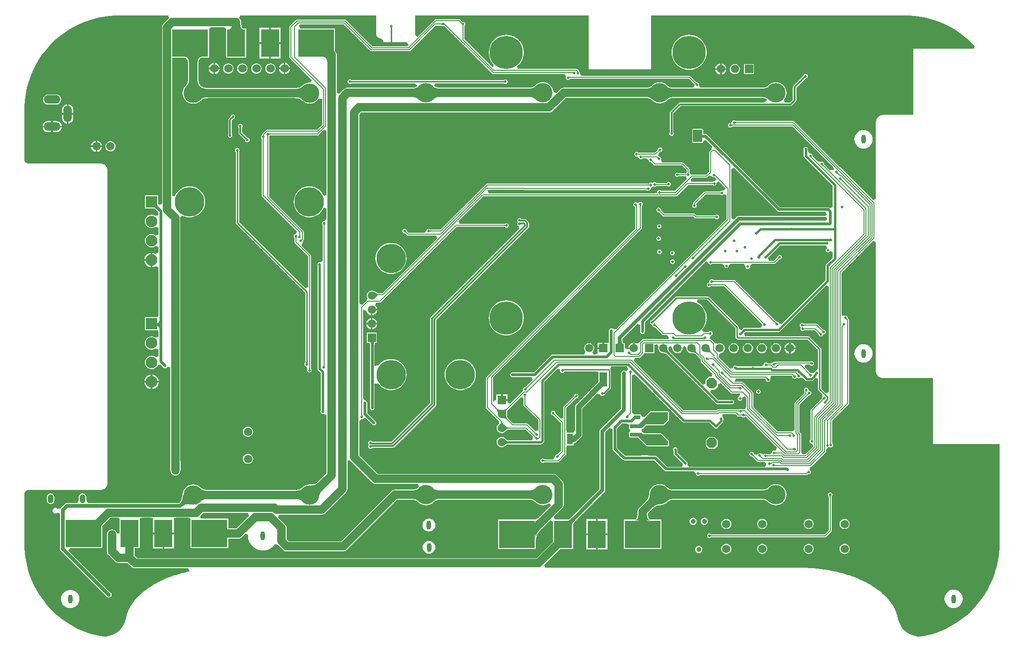
<source format=gbl>
G04*
G04 #@! TF.GenerationSoftware,Altium Limited,Altium Designer,22.8.2 (66)*
G04*
G04 Layer_Physical_Order=2*
G04 Layer_Color=16711680*
%FSAX25Y25*%
%MOIN*%
G70*
G04*
G04 #@! TF.SameCoordinates,6D899778-4568-4F72-86F0-953F423F45E2*
G04*
G04*
G04 #@! TF.FilePolarity,Positive*
G04*
G01*
G75*
%ADD12C,0.01000*%
%ADD13C,0.01968*%
%ADD16C,0.00787*%
%ADD17C,0.01181*%
%ADD86R,0.05906X0.05906*%
%ADD192C,0.01197*%
%ADD194C,0.00799*%
%ADD195C,0.05906*%
%ADD196C,0.01575*%
%ADD197C,0.00800*%
%ADD198C,0.02756*%
%ADD199C,0.03937*%
%ADD207R,0.04724X0.02362*%
%ADD214C,0.23622*%
%ADD215C,0.05906*%
%ADD216C,0.08268*%
%ADD217R,0.08268X0.08268*%
%ADD218O,0.03937X0.06299*%
%ADD219R,0.05906X0.05906*%
%ADD220C,0.13780*%
%ADD221O,0.11811X0.05906*%
%ADD222O,0.05906X0.11811*%
%ADD223P,0.07671X8X292.5*%
%ADD224C,0.20866*%
%ADD225C,0.06000*%
%ADD226O,0.03150X0.06299*%
%ADD227C,0.03543*%
%ADD228C,0.01968*%
%ADD229C,0.01772*%
%ADD230C,0.02756*%
%ADD231R,0.25591X0.19685*%
%ADD232R,0.12992X0.19685*%
%ADD233R,0.04134X0.07795*%
%ADD234R,0.05158X0.03110*%
%ADD235R,0.05197X0.10394*%
G36*
X0527835Y0661671D02*
X0527775Y0661728D01*
X0527710Y0661778D01*
X0527642Y0661822D01*
X0527569Y0661860D01*
X0527493Y0661893D01*
X0527411Y0661919D01*
X0527326Y0661940D01*
X0527237Y0661955D01*
X0527143Y0661964D01*
X0527045Y0661967D01*
Y0662754D01*
X0527143Y0662757D01*
X0527237Y0662766D01*
X0527326Y0662781D01*
X0527411Y0662801D01*
X0527493Y0662828D01*
X0527569Y0662860D01*
X0527642Y0662899D01*
X0527710Y0662943D01*
X0527775Y0662993D01*
X0527835Y0663049D01*
Y0661671D01*
D02*
G37*
G36*
X0492382Y0659966D02*
X0492350Y0659918D01*
X0492322Y0659863D01*
X0492298Y0659800D01*
X0492277Y0659730D01*
X0492260Y0659653D01*
X0492246Y0659569D01*
X0492237Y0659477D01*
X0492229Y0659271D01*
X0491229D01*
X0491227Y0659378D01*
X0491212Y0659569D01*
X0491199Y0659653D01*
X0491182Y0659730D01*
X0491161Y0659800D01*
X0491137Y0659863D01*
X0491109Y0659918D01*
X0491076Y0659966D01*
X0491040Y0660007D01*
X0492418D01*
X0492382Y0659966D01*
D02*
G37*
G36*
X0384413Y0662799D02*
X0384584Y0661166D01*
X0384734Y0660502D01*
X0384927Y0659941D01*
X0385162Y0659481D01*
X0385440Y0659124D01*
X0385761Y0658869D01*
X0386125Y0658715D01*
X0386532Y0658665D01*
X0376346D01*
X0376752Y0658715D01*
X0377116Y0658869D01*
X0377437Y0659124D01*
X0377715Y0659481D01*
X0377951Y0659941D01*
X0378144Y0660502D01*
X0378293Y0661166D01*
X0378400Y0661932D01*
X0378465Y0662799D01*
X0378486Y0663769D01*
X0384391D01*
X0384413Y0662799D01*
D02*
G37*
G36*
X0480912Y0654920D02*
X0480989Y0654533D01*
X0481289Y0653809D01*
X0481289Y0653808D01*
X0481508Y0653480D01*
X0482062Y0652926D01*
X0482391Y0652706D01*
X0483115Y0652406D01*
X0483503Y0652329D01*
X0484044D01*
X0484464Y0652204D01*
X0485414Y0651535D01*
X0486013Y0650830D01*
Y0649390D01*
X0502769Y0649390D01*
X0503813Y0647517D01*
X0503091Y0646555D01*
X0478354D01*
X0459556Y0665353D01*
X0459227Y0665573D01*
X0458840Y0665650D01*
X0424514D01*
X0424127Y0665573D01*
X0423798Y0665353D01*
X0419655Y0661210D01*
X0419435Y0660881D01*
X0419358Y0660493D01*
Y0638840D01*
X0419435Y0638452D01*
X0419655Y0638123D01*
X0435127Y0622651D01*
X0434233Y0620761D01*
X0433690Y0620815D01*
X0432222Y0620670D01*
X0430810Y0620242D01*
X0429509Y0619546D01*
X0428368Y0618610D01*
X0428356Y0618595D01*
X0428323Y0618583D01*
X0427963Y0618249D01*
X0427594Y0617969D01*
X0427191Y0617720D01*
X0426753Y0617502D01*
X0426278Y0617316D01*
X0425765Y0617163D01*
X0425214Y0617042D01*
X0424624Y0616954D01*
X0423995Y0616901D01*
X0423311Y0616883D01*
X0423269Y0616865D01*
X0361330D01*
X0361288Y0616883D01*
X0360604Y0616901D01*
X0359974Y0616954D01*
X0359384Y0617041D01*
X0358833Y0617162D01*
X0358320Y0617316D01*
X0357845Y0617501D01*
X0357406Y0617718D01*
X0357003Y0617967D01*
X0356633Y0618246D01*
X0356272Y0618579D01*
X0356242Y0618590D01*
X0356238Y0618596D01*
X0356227Y0618605D01*
X0356216Y0618635D01*
X0355882Y0618996D01*
X0355602Y0619366D01*
X0355353Y0619769D01*
X0355136Y0620208D01*
X0354950Y0620682D01*
X0354797Y0621195D01*
X0354676Y0621746D01*
X0354589Y0622336D01*
X0354536Y0622965D01*
X0354518Y0623650D01*
X0354499Y0623692D01*
Y0633051D01*
X0354518Y0633093D01*
X0354547Y0634197D01*
X0354631Y0635158D01*
X0354770Y0635990D01*
X0354958Y0636689D01*
X0355188Y0637254D01*
X0355452Y0637687D01*
X0355740Y0637997D01*
X0356051Y0638206D01*
X0356405Y0638330D01*
X0356889Y0638382D01*
X0356930Y0638403D01*
X0362157D01*
Y0659289D01*
X0363754Y0660186D01*
X0372746D01*
X0374343Y0659289D01*
Y0638403D01*
X0388535D01*
Y0659289D01*
X0386648D01*
X0386613Y0659309D01*
X0386295Y0659349D01*
X0386095Y0659433D01*
X0385905Y0659584D01*
X0385712Y0659832D01*
X0385526Y0660195D01*
X0385360Y0660680D01*
X0385226Y0661272D01*
X0385062Y0662841D01*
X0385041Y0663784D01*
X0385012Y0663850D01*
X0384900Y0664697D01*
X0384542Y0665561D01*
X0383973Y0666303D01*
X0383718Y0666498D01*
X0384307Y0668467D01*
X0480912D01*
Y0654920D01*
D02*
G37*
G36*
X0450915Y0639015D02*
X0451153Y0638956D01*
X0451365Y0638779D01*
X0451553Y0638484D01*
X0451715Y0638071D01*
X0451853Y0637539D01*
X0451966Y0636890D01*
X0452053Y0636122D01*
X0452153Y0634232D01*
X0452166Y0633110D01*
X0446260D01*
X0446231Y0634233D01*
X0446142Y0635239D01*
X0445994Y0636126D01*
X0445788Y0636895D01*
X0445522Y0637546D01*
X0445197Y0638078D01*
X0444813Y0638493D01*
X0444370Y0638789D01*
X0443868Y0638967D01*
X0443307Y0639027D01*
X0450915Y0639015D01*
D02*
G37*
G36*
X0356260Y0638968D02*
X0355758Y0638791D01*
X0355315Y0638495D01*
X0354931Y0638081D01*
X0354607Y0637548D01*
X0354341Y0636897D01*
X0354134Y0636128D01*
X0353987Y0635240D01*
X0353898Y0634234D01*
X0353869Y0633110D01*
X0347963D01*
X0347934Y0634234D01*
X0347845Y0635240D01*
X0347697Y0636128D01*
X0347491Y0636897D01*
X0347225Y0637548D01*
X0346900Y0638081D01*
X0346516Y0638495D01*
X0346073Y0638791D01*
X0345571Y0638968D01*
X0345010Y0639027D01*
X0356821D01*
X0356260Y0638968D01*
D02*
G37*
G36*
X0708069Y0620502D02*
X0708141Y0620442D01*
X0708215Y0620389D01*
X0708290Y0620344D01*
X0708366Y0620305D01*
X0708443Y0620274D01*
X0708522Y0620250D01*
X0708602Y0620232D01*
X0708682Y0620223D01*
X0708765Y0620220D01*
X0707790Y0619245D01*
X0707788Y0619327D01*
X0707778Y0619408D01*
X0707760Y0619488D01*
X0707736Y0619567D01*
X0707705Y0619644D01*
X0707666Y0619720D01*
X0707621Y0619795D01*
X0707568Y0619869D01*
X0707508Y0619941D01*
X0707441Y0620013D01*
X0707997Y0620569D01*
X0708069Y0620502D01*
D02*
G37*
G36*
X0353887Y0622930D02*
X0353943Y0622262D01*
X0354037Y0621629D01*
X0354168Y0621032D01*
X0354336Y0620471D01*
X0354542Y0619944D01*
X0354785Y0619454D01*
X0355065Y0618999D01*
X0355383Y0618579D01*
X0355739Y0618194D01*
X0346093D01*
X0346448Y0618579D01*
X0346766Y0618999D01*
X0347047Y0619454D01*
X0347290Y0619944D01*
X0347496Y0620471D01*
X0347664Y0621032D01*
X0347795Y0621629D01*
X0347888Y0622262D01*
X0347944Y0622930D01*
X0347963Y0623633D01*
X0353869D01*
X0353887Y0622930D01*
D02*
G37*
G36*
X0476643Y0643438D02*
X0476972Y0643219D01*
X0477359Y0643141D01*
X0504525D01*
X0504912Y0643219D01*
X0505241Y0643438D01*
X0523150Y0661347D01*
X0526959D01*
X0527025Y0661317D01*
X0527103Y0661315D01*
X0527153Y0661310D01*
X0527197Y0661303D01*
X0527234Y0661294D01*
X0527264Y0661284D01*
X0527291Y0661273D01*
X0527313Y0661261D01*
X0527333Y0661248D01*
X0527352Y0661234D01*
X0527391Y0661197D01*
X0527473Y0661166D01*
X0527919Y0660868D01*
X0528538Y0660745D01*
X0529156Y0660868D01*
X0529414Y0661041D01*
X0563454Y0627001D01*
X0563783Y0626782D01*
X0564170Y0626704D01*
X0614925D01*
X0615016Y0626607D01*
X0615843Y0624828D01*
X0615834Y0624736D01*
X0615727Y0624196D01*
X0615849Y0623578D01*
X0616200Y0623054D01*
X0616724Y0622704D01*
X0617342Y0622581D01*
X0617960Y0622704D01*
X0618484Y0623054D01*
X0618687Y0623358D01*
X0703219D01*
X0706942Y0619635D01*
X0706968Y0619567D01*
X0707021Y0619511D01*
X0707053Y0619472D01*
X0707079Y0619436D01*
X0707098Y0619404D01*
X0707113Y0619375D01*
X0707124Y0619348D01*
X0707131Y0619324D01*
X0707136Y0619301D01*
X0707139Y0619277D01*
X0707141Y0619224D01*
X0707177Y0619144D01*
X0707205Y0619004D01*
X0706481Y0617650D01*
X0705972Y0617035D01*
X0692746D01*
X0692704Y0617054D01*
X0692019Y0617072D01*
X0691391Y0617125D01*
X0690801Y0617213D01*
X0690251Y0617334D01*
X0689739Y0617489D01*
X0689265Y0617675D01*
X0688828Y0617893D01*
X0688426Y0618143D01*
X0688058Y0618424D01*
X0687699Y0618759D01*
X0687662Y0618773D01*
X0687634Y0618807D01*
X0686493Y0619743D01*
X0685192Y0620438D01*
X0683780Y0620867D01*
X0682312Y0621011D01*
X0680844Y0620867D01*
X0679432Y0620438D01*
X0678131Y0619743D01*
X0676990Y0618807D01*
X0676982Y0618796D01*
X0676951Y0618785D01*
X0676590Y0618451D01*
X0676220Y0618172D01*
X0675817Y0617923D01*
X0675379Y0617706D01*
X0674904Y0617520D01*
X0674391Y0617366D01*
X0673840Y0617246D01*
X0673250Y0617158D01*
X0672621Y0617105D01*
X0671936Y0617087D01*
X0671894Y0617069D01*
X0614161D01*
X0613233Y0616947D01*
X0612369Y0616589D01*
X0611627Y0616019D01*
X0608895Y0613287D01*
X0608239Y0613360D01*
X0606884Y0614060D01*
X0606794Y0614973D01*
X0606366Y0616385D01*
X0605670Y0617686D01*
X0604734Y0618827D01*
X0603594Y0619763D01*
X0602293Y0620458D01*
X0600881Y0620886D01*
X0599412Y0621031D01*
X0597944Y0620886D01*
X0596532Y0620458D01*
X0595231Y0619763D01*
X0594091Y0618827D01*
X0594072Y0618804D01*
X0594038Y0618792D01*
X0593678Y0618457D01*
X0593309Y0618177D01*
X0592907Y0617928D01*
X0592469Y0617710D01*
X0591995Y0617524D01*
X0591482Y0617370D01*
X0590932Y0617249D01*
X0590342Y0617161D01*
X0589713Y0617108D01*
X0589028Y0617090D01*
X0588987Y0617071D01*
X0526679D01*
X0526638Y0617090D01*
X0525953Y0617108D01*
X0525324Y0617161D01*
X0524733Y0617248D01*
X0524182Y0617369D01*
X0523668Y0617522D01*
X0523193Y0617707D01*
X0522754Y0617924D01*
X0522350Y0618172D01*
X0522579Y0619772D01*
X0522848Y0620339D01*
X0571483D01*
X0571540Y0620252D01*
X0572037Y0619921D01*
X0572065Y0619902D01*
X0572065D01*
X0572683Y0619779D01*
X0572683Y0619779D01*
X0573301Y0619902D01*
X0573301Y0619902D01*
X0573680Y0620156D01*
X0573825Y0620252D01*
X0573825Y0620252D01*
X0574079Y0620632D01*
X0574175Y0620776D01*
X0574175Y0620777D01*
X0574298Y0621395D01*
X0574298Y0621395D01*
X0574175Y0622013D01*
X0574175Y0622013D01*
X0573921Y0622392D01*
X0573825Y0622537D01*
X0573825Y0622537D01*
X0573301Y0622887D01*
X0573301Y0622887D01*
X0573131Y0622921D01*
X0572683Y0623010D01*
X0572683Y0623010D01*
X0572512Y0622976D01*
X0572065Y0622887D01*
X0572065Y0622887D01*
X0571609Y0622582D01*
X0463410D01*
X0463063Y0622814D01*
X0462918Y0622911D01*
X0462918Y0622911D01*
X0462300Y0623034D01*
X0461682Y0622911D01*
X0461682Y0622911D01*
X0461303Y0622657D01*
X0461158Y0622561D01*
X0461158Y0622561D01*
X0460827Y0622065D01*
X0460808Y0622037D01*
Y0622037D01*
X0460685Y0621418D01*
X0460719Y0621248D01*
X0460808Y0620800D01*
X0460808Y0620800D01*
X0461062Y0620421D01*
X0461158Y0620276D01*
X0461158Y0620276D01*
X0461538Y0620023D01*
X0461682Y0619926D01*
X0461682Y0619926D01*
X0461853Y0619892D01*
X0462300Y0619803D01*
X0462300Y0619803D01*
X0462333Y0619810D01*
X0462918Y0619926D01*
X0462918Y0619926D01*
X0463442Y0620276D01*
X0463443Y0620276D01*
X0463485Y0620339D01*
X0508447D01*
X0510005Y0618485D01*
X0510001Y0618048D01*
X0509775Y0617909D01*
X0509336Y0617692D01*
X0508861Y0617506D01*
X0508349Y0617352D01*
X0507797Y0617231D01*
X0507207Y0617144D01*
X0506578Y0617091D01*
X0505894Y0617073D01*
X0505852Y0617055D01*
X0460346D01*
X0459419Y0616932D01*
X0458555Y0616574D01*
X0457812Y0616005D01*
X0454765Y0612957D01*
X0453231Y0613411D01*
X0452796Y0613747D01*
Y0633065D01*
X0452815Y0633110D01*
X0452814Y0633113D01*
X0452815Y0633117D01*
X0452803Y0634239D01*
X0452797Y0634253D01*
X0452802Y0634266D01*
X0452796Y0634368D01*
Y0640717D01*
X0452674Y0641645D01*
X0452316Y0642509D01*
X0451747Y0643251D01*
X0451527Y0643471D01*
Y0659289D01*
X0426872D01*
X0425963Y0661257D01*
X0426720Y0662236D01*
X0457845D01*
X0476643Y0643438D01*
D02*
G37*
G36*
X0594504Y0608670D02*
X0594119Y0609024D01*
X0593699Y0609342D01*
X0593243Y0609621D01*
X0592751Y0609864D01*
X0592225Y0610069D01*
X0591663Y0610237D01*
X0591066Y0610367D01*
X0590433Y0610461D01*
X0589765Y0610517D01*
X0589062Y0610535D01*
X0589046Y0616441D01*
X0589749Y0616460D01*
X0590417Y0616516D01*
X0591049Y0616609D01*
X0591646Y0616741D01*
X0592207Y0616910D01*
X0592733Y0617116D01*
X0593223Y0617359D01*
X0593678Y0617641D01*
X0594097Y0617959D01*
X0594480Y0618316D01*
X0594504Y0608670D01*
D02*
G37*
G36*
X0677392Y0608663D02*
X0677007Y0609018D01*
X0676588Y0609336D01*
X0676132Y0609616D01*
X0675642Y0609859D01*
X0675116Y0610065D01*
X0674554Y0610233D01*
X0673957Y0610364D01*
X0673325Y0610458D01*
X0672657Y0610514D01*
X0671953Y0610533D01*
Y0616438D01*
X0672657Y0616457D01*
X0673325Y0616513D01*
X0673957Y0616606D01*
X0674554Y0616737D01*
X0675116Y0616906D01*
X0675642Y0617111D01*
X0676132Y0617354D01*
X0676588Y0617635D01*
X0677007Y0617953D01*
X0677392Y0618308D01*
Y0608663D01*
D02*
G37*
G36*
X0521563Y0617952D02*
X0521984Y0617634D01*
X0522439Y0617355D01*
X0522931Y0617112D01*
X0523457Y0616907D01*
X0524019Y0616739D01*
X0524616Y0616609D01*
X0525249Y0616515D01*
X0525917Y0616460D01*
X0526620Y0616441D01*
X0526636Y0610535D01*
X0525933Y0610517D01*
X0525265Y0610460D01*
X0524633Y0610366D01*
X0524036Y0610235D01*
X0523475Y0610067D01*
X0522949Y0609860D01*
X0522459Y0609617D01*
X0522004Y0609335D01*
X0521585Y0609017D01*
X0521202Y0608660D01*
X0521178Y0618306D01*
X0521563Y0617952D01*
D02*
G37*
G36*
X0511349Y0608648D02*
X0510965Y0609004D01*
X0510545Y0609321D01*
X0510090Y0609602D01*
X0509599Y0609845D01*
X0509073Y0610051D01*
X0508511Y0610219D01*
X0507914Y0610350D01*
X0507282Y0610443D01*
X0506614Y0610500D01*
X0505911Y0610518D01*
Y0616424D01*
X0506614Y0616442D01*
X0507282Y0616499D01*
X0507914Y0616592D01*
X0508511Y0616723D01*
X0509073Y0616891D01*
X0509599Y0617097D01*
X0510090Y0617340D01*
X0510545Y0617621D01*
X0510965Y0617939D01*
X0511349Y0618294D01*
Y0608648D01*
D02*
G37*
G36*
X0687639Y0617927D02*
X0688057Y0617607D01*
X0688511Y0617326D01*
X0689001Y0617081D01*
X0689526Y0616875D01*
X0690087Y0616705D01*
X0690683Y0616574D01*
X0691315Y0616480D01*
X0691983Y0616423D01*
X0692687Y0616405D01*
X0692655Y0610499D01*
X0691952Y0610480D01*
X0691284Y0610425D01*
X0690651Y0610332D01*
X0690053Y0610201D01*
X0689491Y0610034D01*
X0688964Y0609829D01*
X0688472Y0609587D01*
X0688016Y0609308D01*
X0687595Y0608992D01*
X0687209Y0608639D01*
X0687256Y0618284D01*
X0687639Y0617927D01*
D02*
G37*
G36*
X0759994Y0608619D02*
X0759612Y0608977D01*
X0759193Y0609296D01*
X0758739Y0609578D01*
X0758250Y0609823D01*
X0757724Y0610029D01*
X0757163Y0610198D01*
X0756567Y0610330D01*
X0755935Y0610424D01*
X0755267Y0610480D01*
X0754564Y0610499D01*
X0754595Y0616405D01*
X0755299Y0616423D01*
X0755967Y0616479D01*
X0756599Y0616572D01*
X0757197Y0616702D01*
X0757759Y0616870D01*
X0758286Y0617074D01*
X0758778Y0617316D01*
X0759234Y0617595D01*
X0759655Y0617912D01*
X0760041Y0618265D01*
X0759994Y0608619D01*
D02*
G37*
G36*
X0428775Y0608461D02*
X0428390Y0608815D01*
X0427970Y0609133D01*
X0427515Y0609413D01*
X0427024Y0609656D01*
X0426497Y0609862D01*
X0425936Y0610030D01*
X0425339Y0610160D01*
X0424706Y0610254D01*
X0424038Y0610310D01*
X0423335Y0610329D01*
X0423328Y0616234D01*
X0424031Y0616253D01*
X0424699Y0616309D01*
X0425332Y0616403D01*
X0425928Y0616534D01*
X0426490Y0616702D01*
X0427016Y0616908D01*
X0427506Y0617151D01*
X0427961Y0617432D01*
X0428381Y0617751D01*
X0428765Y0618106D01*
X0428775Y0608461D01*
D02*
G37*
G36*
X0356216Y0617747D02*
X0356636Y0617430D01*
X0357091Y0617149D01*
X0357582Y0616907D01*
X0358108Y0616701D01*
X0358670Y0616533D01*
X0359267Y0616402D01*
X0359900Y0616309D01*
X0360568Y0616253D01*
X0361271Y0616234D01*
X0361278Y0610329D01*
X0360575Y0610310D01*
X0359907Y0610254D01*
X0359274Y0610160D01*
X0358677Y0610029D01*
X0358116Y0609861D01*
X0357590Y0609655D01*
X0357100Y0609411D01*
X0356645Y0609130D01*
X0356225Y0608812D01*
X0355841Y0608457D01*
X0355831Y0618102D01*
X0356216Y0617747D01*
D02*
G37*
G36*
X0631985Y0668467D02*
Y0630080D01*
X0676257D01*
Y0668467D01*
X0856880Y0668467D01*
X0859074Y0668467D01*
X0863450Y0668180D01*
X0867799Y0667608D01*
X0872100Y0666752D01*
X0876336Y0665617D01*
X0880489Y0664207D01*
X0884541Y0662529D01*
X0888474Y0660589D01*
X0892272Y0658396D01*
X0895919Y0655960D01*
X0899398Y0653290D01*
X0902696Y0650398D01*
X0905797Y0647297D01*
X0906376Y0646637D01*
X0905564Y0644844D01*
X0862596D01*
Y0597704D01*
X0840994D01*
X0840969Y0597699D01*
X0840944Y0597703D01*
X0840560Y0597684D01*
X0840487Y0597666D01*
X0840412Y0597666D01*
X0839660Y0597516D01*
X0839568Y0597478D01*
X0839470Y0597458D01*
X0838762Y0597165D01*
X0838679Y0597109D01*
X0838587Y0597071D01*
X0837950Y0596645D01*
X0837879Y0596575D01*
X0837796Y0596519D01*
X0837254Y0595977D01*
X0837199Y0595894D01*
X0837129Y0595824D01*
X0836703Y0595186D01*
X0836664Y0595094D01*
X0836609Y0595011D01*
X0836316Y0594303D01*
X0836296Y0594205D01*
X0836258Y0594113D01*
X0836109Y0593361D01*
Y0593286D01*
X0836090Y0593213D01*
X0836072Y0592830D01*
X0836075Y0592805D01*
X0836070Y0592780D01*
Y0537958D01*
X0834102Y0537143D01*
X0810862Y0560383D01*
X0810534Y0560602D01*
X0810530Y0560603D01*
X0778065Y0593068D01*
X0777736Y0593288D01*
X0777348Y0593365D01*
X0736811D01*
X0736746Y0593394D01*
X0736668Y0593397D01*
X0736618Y0593401D01*
X0736574Y0593409D01*
X0736537Y0593418D01*
X0736506Y0593428D01*
X0736480Y0593439D01*
X0736458Y0593451D01*
X0736438Y0593464D01*
X0736419Y0593478D01*
X0736380Y0593515D01*
X0736298Y0593546D01*
X0735996Y0593747D01*
X0735851Y0593844D01*
X0735851Y0593844D01*
X0735233Y0593967D01*
X0735233Y0593967D01*
X0734615Y0593844D01*
X0734091Y0593494D01*
X0734091Y0593494D01*
X0733995Y0593349D01*
X0733741Y0592970D01*
X0733741Y0592970D01*
X0733741Y0592970D01*
X0733304Y0592254D01*
X0732449Y0591989D01*
X0731831Y0591866D01*
X0731831Y0591866D01*
X0731307Y0591516D01*
X0730956Y0590992D01*
X0730833Y0590374D01*
X0730833Y0590374D01*
X0730867Y0590203D01*
X0730956Y0589755D01*
X0731307Y0589231D01*
X0731307Y0589231D01*
X0731831Y0588881D01*
X0731831Y0588881D01*
X0731864Y0588875D01*
X0732449Y0588758D01*
X0733067Y0588881D01*
X0733513Y0589180D01*
X0733595Y0589210D01*
X0733634Y0589247D01*
X0733653Y0589261D01*
X0733673Y0589274D01*
X0733695Y0589286D01*
X0733722Y0589297D01*
X0733753Y0589307D01*
X0733789Y0589316D01*
X0733833Y0589324D01*
X0733884Y0589328D01*
X0733961Y0589331D01*
X0734027Y0589360D01*
X0776944D01*
X0806099Y0560206D01*
X0806412Y0559183D01*
X0805824Y0558513D01*
X0803326Y0558400D01*
X0799356Y0562371D01*
X0799349Y0562404D01*
X0799304Y0562433D01*
X0799286Y0562482D01*
X0799235Y0562537D01*
X0799207Y0562571D01*
X0799188Y0562600D01*
X0799176Y0562621D01*
X0799169Y0562637D01*
X0799165Y0562648D01*
X0799164Y0562655D01*
X0799163Y0562661D01*
X0799163Y0562668D01*
X0799169Y0562712D01*
X0799141Y0562817D01*
X0799172Y0562975D01*
X0799050Y0563593D01*
X0798699Y0564117D01*
X0798175Y0564467D01*
X0797557Y0564590D01*
X0796939Y0564467D01*
X0796415Y0564117D01*
X0794449Y0564718D01*
X0791001Y0568166D01*
X0791098Y0568653D01*
X0790975Y0569271D01*
X0790625Y0569795D01*
X0790101Y0570145D01*
X0789483Y0570268D01*
X0788303Y0570979D01*
X0787611Y0572769D01*
X0787611Y0572769D01*
X0787735Y0573387D01*
X0787735Y0573387D01*
X0787611Y0574005D01*
X0787611Y0574005D01*
X0787358Y0574385D01*
X0787261Y0574529D01*
X0787261Y0574529D01*
X0787261Y0574529D01*
X0786765Y0574860D01*
X0786737Y0574879D01*
X0786572Y0574912D01*
X0786572Y0574912D01*
X0786567Y0574913D01*
X0786119Y0575002D01*
X0785949Y0574968D01*
X0785671Y0574913D01*
X0785666Y0574912D01*
X0785666Y0574912D01*
X0785501Y0574879D01*
X0785121Y0574626D01*
X0784977Y0574529D01*
X0784977Y0574529D01*
X0784627Y0574005D01*
X0784627Y0574005D01*
X0784593Y0573835D01*
X0784504Y0573387D01*
X0784504Y0573387D01*
X0784538Y0573217D01*
X0784627Y0572769D01*
X0784627Y0572769D01*
X0784705Y0572652D01*
Y0568663D01*
X0784812Y0568121D01*
X0785119Y0567662D01*
X0805374Y0547407D01*
Y0532260D01*
X0803405Y0531445D01*
X0803333Y0531517D01*
X0802809Y0531867D01*
X0802190Y0531990D01*
X0767792D01*
X0716035Y0583747D01*
X0715511Y0584097D01*
X0714893Y0584220D01*
X0713245D01*
Y0587166D01*
X0713055Y0587626D01*
X0712596Y0587816D01*
X0706100D01*
X0705640Y0587626D01*
X0705450Y0587166D01*
Y0578505D01*
X0705640Y0578046D01*
X0706100Y0577856D01*
X0712596D01*
X0713055Y0578046D01*
X0713245Y0578505D01*
Y0579185D01*
X0715213Y0580000D01*
X0719661Y0575553D01*
X0719660Y0574839D01*
X0719328Y0573325D01*
X0717785Y0571782D01*
X0717565Y0571454D01*
X0717488Y0571066D01*
Y0557370D01*
X0715302Y0555183D01*
X0705949D01*
X0705606Y0555203D01*
X0704571Y0555645D01*
X0703869Y0556168D01*
X0703658Y0556377D01*
X0703471Y0556584D01*
Y0559017D01*
X0703394Y0559405D01*
X0703174Y0559733D01*
X0699336Y0563572D01*
X0699007Y0563791D01*
X0698619Y0563869D01*
X0684244D01*
X0683958Y0564229D01*
X0683372Y0565837D01*
X0683407Y0565890D01*
X0683530Y0566508D01*
X0683407Y0567127D01*
X0683057Y0567651D01*
X0682533Y0568001D01*
X0682004Y0568106D01*
X0681421Y0568976D01*
X0681515Y0569928D01*
X0682695Y0571398D01*
X0682695Y0571399D01*
X0683313Y0571522D01*
X0683313Y0571522D01*
X0683837Y0571872D01*
X0684091Y0572251D01*
X0684187Y0572396D01*
X0684187Y0572396D01*
X0684187Y0572396D01*
X0684221Y0572566D01*
X0684310Y0573014D01*
X0684276Y0573184D01*
X0684187Y0573632D01*
X0683934Y0574012D01*
X0683837Y0574156D01*
X0683837Y0574156D01*
X0683313Y0574506D01*
X0683313Y0574506D01*
X0683143Y0574540D01*
X0682695Y0574629D01*
X0682077Y0574506D01*
X0682077D01*
X0681553Y0574156D01*
X0681553D01*
X0681203Y0573632D01*
X0681203Y0573632D01*
X0681169Y0573462D01*
X0681080Y0573014D01*
X0681110Y0572862D01*
X0679007Y0570758D01*
X0667269D01*
X0667183Y0570887D01*
X0667183Y0570887D01*
X0666803Y0571141D01*
X0666659Y0571238D01*
X0666658Y0571238D01*
X0666040Y0571360D01*
X0665422Y0571238D01*
X0665422D01*
X0664898Y0570887D01*
X0664898Y0570887D01*
X0664548Y0570363D01*
X0664432Y0569778D01*
X0664432Y0569778D01*
X0664425Y0569745D01*
X0664429Y0569727D01*
X0664548Y0569127D01*
X0664898Y0568603D01*
X0665278Y0568349D01*
X0665422Y0568253D01*
X0665422Y0568253D01*
X0665422Y0568253D01*
X0665592Y0568219D01*
X0666040Y0568130D01*
X0666938Y0567886D01*
X0667501Y0567149D01*
Y0567149D01*
X0667501Y0567149D01*
X0667851Y0566625D01*
X0668231Y0566371D01*
X0668375Y0566275D01*
X0668375Y0566275D01*
X0668993Y0566152D01*
X0668993Y0566152D01*
X0669062Y0566166D01*
X0669062D01*
X0669071Y0566167D01*
X0669611Y0566275D01*
X0670135Y0566625D01*
X0670135Y0566625D01*
X0670222Y0566754D01*
X0672586D01*
X0674366Y0565710D01*
X0674489Y0565092D01*
X0674839Y0564568D01*
X0675363Y0564217D01*
X0675981Y0564094D01*
X0676134Y0564125D01*
X0678119Y0562139D01*
X0678448Y0561919D01*
X0678836Y0561842D01*
X0698200D01*
X0701445Y0558597D01*
Y0556520D01*
X0701316Y0556434D01*
X0701195Y0556253D01*
X0695974D01*
X0695923Y0556330D01*
X0695399Y0556680D01*
X0694781Y0556803D01*
X0694162Y0556680D01*
X0693638Y0556330D01*
X0693288Y0555806D01*
X0693165Y0555188D01*
X0693288Y0554569D01*
X0693638Y0554045D01*
X0694162Y0553695D01*
X0694781Y0553572D01*
X0695399Y0553695D01*
X0695923Y0554045D01*
X0696044Y0554226D01*
X0701029D01*
X0701358Y0553809D01*
X0701544Y0552312D01*
X0701455Y0551869D01*
X0693288Y0543701D01*
X0683472D01*
X0683385Y0543830D01*
X0683006Y0544083D01*
X0682861Y0544180D01*
X0682861Y0544180D01*
X0682243Y0544303D01*
X0682243Y0544303D01*
X0681625Y0544180D01*
X0681246Y0543926D01*
X0681101Y0543830D01*
X0681101Y0543830D01*
Y0543830D01*
X0680751Y0543306D01*
X0680751Y0543306D01*
X0680717Y0543135D01*
X0680628Y0542688D01*
X0678813Y0541723D01*
X0560999D01*
X0560021Y0543691D01*
X0560574Y0544421D01*
X0585700D01*
X0585732Y0544400D01*
X0586119Y0544322D01*
X0673070D01*
X0673138Y0544222D01*
X0673156Y0544194D01*
X0673156D01*
X0673681Y0543843D01*
X0674299Y0543720D01*
X0674917Y0543843D01*
X0674917Y0543843D01*
X0674917Y0543843D01*
X0675441Y0544194D01*
X0675791Y0544718D01*
X0675914Y0545336D01*
X0675914Y0545336D01*
X0676559Y0546063D01*
X0678256Y0546727D01*
X0678256Y0546727D01*
X0678874Y0546604D01*
X0679492Y0546727D01*
X0679492Y0546727D01*
X0680016Y0547077D01*
X0680017Y0547077D01*
X0680149Y0547275D01*
X0687632D01*
X0687943Y0547067D01*
X0688087Y0546971D01*
X0688087Y0546971D01*
X0688705Y0546848D01*
X0689324Y0546971D01*
X0689324Y0546971D01*
X0689703Y0547225D01*
X0689848Y0547321D01*
X0689848Y0547321D01*
X0690198Y0547845D01*
X0690321Y0548463D01*
X0690321Y0548463D01*
X0690287Y0548633D01*
X0690198Y0549081D01*
X0690198Y0549081D01*
X0689848Y0549605D01*
X0689324Y0549956D01*
X0689324Y0549956D01*
X0689153Y0549989D01*
X0688705Y0550078D01*
X0688705Y0550078D01*
X0688672Y0550072D01*
X0688087Y0549956D01*
X0687563Y0549605D01*
X0687360Y0549302D01*
X0680056D01*
X0680017Y0549361D01*
X0680016Y0549361D01*
X0679637Y0549615D01*
X0679492Y0549712D01*
X0679492Y0549712D01*
X0678874Y0549834D01*
X0678256Y0549712D01*
X0678256Y0549712D01*
X0678256Y0549711D01*
X0677646Y0549372D01*
X0676698Y0549485D01*
X0676080Y0549609D01*
X0675462Y0549485D01*
X0675462Y0549485D01*
X0674938Y0549135D01*
X0674851Y0549006D01*
X0559938D01*
X0559550Y0548929D01*
X0559222Y0548710D01*
X0526579Y0516067D01*
X0519745D01*
X0519679Y0516097D01*
X0519602Y0516099D01*
X0519552Y0516104D01*
X0519508Y0516111D01*
X0519471Y0516120D01*
X0519440Y0516130D01*
X0519414Y0516141D01*
X0519391Y0516153D01*
X0519371Y0516166D01*
X0519353Y0516181D01*
X0519314Y0516217D01*
X0519232Y0516248D01*
X0518930Y0516450D01*
X0518785Y0516546D01*
X0518785Y0516546D01*
X0518167Y0516669D01*
X0518167Y0516669D01*
X0517549Y0516546D01*
X0517025Y0516196D01*
X0517025D01*
X0516675Y0515672D01*
X0516675Y0515672D01*
X0516641Y0515502D01*
X0516552Y0515054D01*
X0514932Y0513770D01*
X0503955D01*
X0503070Y0514654D01*
X0503045Y0514722D01*
X0502992Y0514778D01*
X0502959Y0514817D01*
X0502934Y0514853D01*
X0502914Y0514886D01*
X0502899Y0514915D01*
X0502888Y0514941D01*
X0502881Y0514966D01*
X0502876Y0514989D01*
X0502873Y0515013D01*
X0502871Y0515066D01*
X0502835Y0515146D01*
X0502730Y0515672D01*
X0502380Y0516196D01*
X0501856Y0516546D01*
X0501238Y0516669D01*
X0500620Y0516546D01*
X0500096Y0516196D01*
X0499746Y0515672D01*
X0499623Y0515054D01*
X0499746Y0514436D01*
X0500096Y0513912D01*
X0500620Y0513562D01*
X0501146Y0513457D01*
X0501226Y0513421D01*
X0501279Y0513419D01*
X0501303Y0513416D01*
X0501326Y0513411D01*
X0501351Y0513404D01*
X0501377Y0513393D01*
X0501406Y0513378D01*
X0501439Y0513358D01*
X0501475Y0513333D01*
X0501514Y0513300D01*
X0501570Y0513247D01*
X0501638Y0513222D01*
X0502819Y0512041D01*
X0503147Y0511821D01*
X0503535Y0511744D01*
X0523608D01*
X0524361Y0509925D01*
X0485302Y0470866D01*
X0482424D01*
X0482373Y0470893D01*
X0482265Y0470903D01*
X0482152Y0470929D01*
X0481983Y0470985D01*
X0481788Y0471063D01*
X0480116Y0471954D01*
X0479692Y0472213D01*
X0479691Y0472213D01*
X0479690Y0472214D01*
X0479627Y0472224D01*
X0479592Y0472250D01*
X0478728Y0472608D01*
X0477801Y0472730D01*
X0476873Y0472608D01*
X0476009Y0472250D01*
X0475267Y0471681D01*
X0474697Y0470939D01*
X0474339Y0470075D01*
X0474217Y0469147D01*
X0474339Y0468220D01*
X0474380Y0468121D01*
X0474461Y0466716D01*
X0474165Y0465917D01*
X0470847Y0462599D01*
X0468878Y0463414D01*
Y0598085D01*
X0470238Y0599445D01*
X0520595D01*
X0520853Y0599479D01*
X0603738D01*
X0604665Y0599601D01*
X0605530Y0599959D01*
X0606272Y0600529D01*
X0615645Y0609902D01*
X0671894D01*
X0671936Y0609883D01*
X0672621Y0609865D01*
X0673250Y0609812D01*
X0673840Y0609725D01*
X0674391Y0609604D01*
X0674904Y0609451D01*
X0675379Y0609265D01*
X0675817Y0609048D01*
X0676221Y0608799D01*
X0676590Y0608519D01*
X0676951Y0608186D01*
X0676982Y0608174D01*
X0676990Y0608164D01*
X0678131Y0607228D01*
X0679432Y0606532D01*
X0680844Y0606104D01*
X0682312Y0605959D01*
X0683780Y0606104D01*
X0685192Y0606532D01*
X0686493Y0607228D01*
X0687614Y0608148D01*
X0687647Y0608160D01*
X0688010Y0608492D01*
X0688381Y0608770D01*
X0688786Y0609018D01*
X0689225Y0609234D01*
X0689702Y0609419D01*
X0690215Y0609572D01*
X0690767Y0609692D01*
X0691358Y0609779D01*
X0691987Y0609832D01*
X0692672Y0609850D01*
X0692714Y0609868D01*
X0754504D01*
X0754546Y0609850D01*
X0755231Y0609832D01*
X0755860Y0609778D01*
X0756449Y0609691D01*
X0757000Y0609570D01*
X0757511Y0609415D01*
X0757985Y0609229D01*
X0758422Y0609011D01*
X0758514Y0608954D01*
X0758560Y0608452D01*
X0757052Y0606552D01*
X0696712D01*
X0696712Y0606552D01*
X0696247Y0606460D01*
X0695854Y0606196D01*
X0695854Y0606196D01*
X0689985Y0600328D01*
X0689722Y0599934D01*
X0689630Y0599470D01*
X0689630Y0599470D01*
Y0585544D01*
X0689448Y0585272D01*
X0689351Y0585127D01*
X0689351Y0585127D01*
X0689228Y0584509D01*
X0689228Y0584509D01*
X0689351Y0583891D01*
X0689351Y0583891D01*
X0689605Y0583511D01*
X0689701Y0583367D01*
X0689701Y0583367D01*
X0690197Y0583035D01*
X0690225Y0583017D01*
X0690391Y0582984D01*
X0690391Y0582984D01*
X0690396Y0582983D01*
X0690844Y0582894D01*
X0691014Y0582928D01*
X0691462Y0583017D01*
X0691462Y0583017D01*
X0691841Y0583270D01*
X0691986Y0583367D01*
X0691986Y0583367D01*
X0692336Y0583891D01*
X0692336Y0583891D01*
X0692370Y0584061D01*
X0692459Y0584509D01*
X0692459Y0584509D01*
X0692452Y0584542D01*
X0692336Y0585127D01*
X0692336Y0585127D01*
X0692058Y0585544D01*
Y0598967D01*
X0697215Y0604124D01*
X0775579D01*
X0775579Y0604124D01*
X0776043Y0604217D01*
X0776437Y0604480D01*
X0779152Y0607195D01*
X0779152Y0607195D01*
X0779416Y0607589D01*
X0779508Y0608053D01*
X0779508Y0608053D01*
Y0617028D01*
X0786147Y0623667D01*
X0786639Y0623765D01*
X0787135Y0624096D01*
X0787163Y0624115D01*
Y0624115D01*
X0787474Y0624580D01*
X0787513Y0624639D01*
X0787513Y0624639D01*
X0787636Y0625257D01*
X0787513Y0625875D01*
X0787513Y0625875D01*
X0787163Y0626399D01*
X0787163Y0626399D01*
X0786783Y0626653D01*
X0786639Y0626749D01*
X0786639Y0626749D01*
X0786021Y0626872D01*
X0786021Y0626872D01*
X0785850Y0626838D01*
X0785403Y0626749D01*
X0785403Y0626749D01*
X0784879Y0626399D01*
X0784879D01*
X0784528Y0625875D01*
X0784528Y0625875D01*
X0784494Y0625705D01*
X0784431Y0625384D01*
X0777436Y0618389D01*
X0777173Y0617995D01*
X0777080Y0617530D01*
X0777080Y0617530D01*
Y0608556D01*
X0775076Y0606552D01*
X0771480D01*
X0771060Y0607084D01*
X0770608Y0608520D01*
X0771196Y0609237D01*
X0771891Y0610538D01*
X0772320Y0611950D01*
X0772464Y0613418D01*
X0772320Y0614887D01*
X0771891Y0616298D01*
X0771196Y0617600D01*
X0770260Y0618740D01*
X0769119Y0619676D01*
X0767818Y0620371D01*
X0766406Y0620800D01*
X0764938Y0620944D01*
X0763470Y0620800D01*
X0762058Y0620371D01*
X0760757Y0619676D01*
X0759636Y0618756D01*
X0759603Y0618744D01*
X0759240Y0618412D01*
X0758869Y0618133D01*
X0758464Y0617886D01*
X0758025Y0617670D01*
X0757549Y0617485D01*
X0757035Y0617332D01*
X0756483Y0617211D01*
X0755892Y0617125D01*
X0755263Y0617072D01*
X0754578Y0617054D01*
X0754536Y0617035D01*
X0711577D01*
X0711068Y0617650D01*
X0710344Y0619004D01*
X0710390Y0619236D01*
X0710390Y0619236D01*
X0710267Y0619854D01*
X0709917Y0620378D01*
X0709393Y0620728D01*
X0709393Y0620728D01*
X0709222Y0620762D01*
X0708866Y0620833D01*
X0708786Y0620869D01*
X0708733Y0620871D01*
X0708709Y0620873D01*
X0708686Y0620879D01*
X0708662Y0620886D01*
X0708635Y0620897D01*
X0708606Y0620912D01*
X0708574Y0620931D01*
X0708538Y0620957D01*
X0708499Y0620989D01*
X0708443Y0621042D01*
X0708375Y0621068D01*
X0704355Y0625088D01*
X0704027Y0625307D01*
X0703639Y0625384D01*
X0627091D01*
X0626681Y0625779D01*
X0625766Y0627353D01*
X0625774Y0627390D01*
X0625651Y0628008D01*
X0625301Y0628533D01*
Y0628533D01*
X0625005Y0628730D01*
Y0629018D01*
X0624928Y0629406D01*
X0624708Y0629735D01*
X0624247Y0630196D01*
X0623918Y0630416D01*
X0623530Y0630493D01*
X0581701D01*
X0581193Y0631401D01*
X0581031Y0632462D01*
X0582225Y0633482D01*
X0583494Y0634967D01*
X0584515Y0636633D01*
X0585262Y0638437D01*
X0585718Y0640337D01*
X0585872Y0642284D01*
X0585718Y0644232D01*
X0585262Y0646132D01*
X0584515Y0647936D01*
X0583494Y0649602D01*
X0582225Y0651088D01*
X0580740Y0652356D01*
X0579074Y0653377D01*
X0577269Y0654125D01*
X0575370Y0654581D01*
X0573422Y0654734D01*
X0571475Y0654581D01*
X0569575Y0654125D01*
X0567770Y0653377D01*
X0566105Y0652356D01*
X0564619Y0651088D01*
X0563351Y0649602D01*
X0562330Y0647936D01*
X0561582Y0646132D01*
X0561126Y0644232D01*
X0560973Y0642284D01*
X0561126Y0640337D01*
X0561582Y0638437D01*
X0562330Y0636633D01*
X0563351Y0634967D01*
X0564313Y0633840D01*
X0564197Y0632365D01*
X0563678Y0631697D01*
X0563570Y0631713D01*
X0543724Y0651559D01*
Y0661132D01*
X0543853Y0661218D01*
X0543853Y0661218D01*
X0544107Y0661598D01*
X0544203Y0661742D01*
X0544203Y0661742D01*
X0544326Y0662360D01*
X0544203Y0662979D01*
X0543853Y0663503D01*
X0543853Y0663503D01*
X0543329Y0663853D01*
X0542711Y0663976D01*
X0542711Y0663976D01*
X0542540Y0663942D01*
X0542540Y0663942D01*
X0542317Y0663897D01*
X0540576Y0665639D01*
X0540247Y0665858D01*
X0539859Y0665936D01*
X0523330D01*
X0522943Y0665858D01*
X0522614Y0665639D01*
X0510230Y0653255D01*
X0508561Y0654370D01*
X0508572Y0654398D01*
X0508650Y0654785D01*
Y0668467D01*
X0631985D01*
D02*
G37*
G36*
X0735996Y0592984D02*
X0736060Y0592934D01*
X0736129Y0592890D01*
X0736201Y0592851D01*
X0736278Y0592819D01*
X0736360Y0592793D01*
X0736445Y0592772D01*
X0736534Y0592757D01*
X0736628Y0592748D01*
X0736726Y0592745D01*
Y0591958D01*
X0736628Y0591955D01*
X0736534Y0591946D01*
X0736445Y0591931D01*
X0736360Y0591911D01*
X0736278Y0591884D01*
X0736201Y0591852D01*
X0736129Y0591813D01*
X0736060Y0591769D01*
X0735996Y0591719D01*
X0735936Y0591663D01*
Y0593041D01*
X0735996Y0592984D01*
D02*
G37*
G36*
X0733212Y0591006D02*
X0733276Y0590956D01*
X0733344Y0590912D01*
X0733417Y0590874D01*
X0733494Y0590841D01*
X0733575Y0590814D01*
X0733660Y0590794D01*
X0733750Y0590779D01*
X0733843Y0590770D01*
X0733941Y0590767D01*
Y0589980D01*
X0733843Y0589977D01*
X0733750Y0589968D01*
X0733660Y0589953D01*
X0733575Y0589933D01*
X0733494Y0589906D01*
X0733417Y0589874D01*
X0733344Y0589835D01*
X0733276Y0589791D01*
X0733212Y0589741D01*
X0733152Y0589685D01*
Y0591062D01*
X0733212Y0591006D01*
D02*
G37*
G36*
X0404697Y0584748D02*
X0404761Y0584698D01*
X0404830Y0584654D01*
X0404902Y0584615D01*
X0404979Y0584583D01*
X0405060Y0584556D01*
X0405146Y0584536D01*
X0405235Y0584521D01*
X0405329Y0584512D01*
X0405427Y0584509D01*
Y0583721D01*
X0405329Y0583719D01*
X0405235Y0583710D01*
X0405146Y0583695D01*
X0405060Y0583674D01*
X0404979Y0583648D01*
X0404902Y0583615D01*
X0404830Y0583577D01*
X0404761Y0583533D01*
X0404697Y0583482D01*
X0404637Y0583426D01*
Y0584804D01*
X0404697Y0584748D01*
D02*
G37*
G36*
X0404567Y0583352D02*
X0404517Y0583288D01*
X0404472Y0583220D01*
X0404434Y0583147D01*
X0404402Y0583070D01*
X0404375Y0582989D01*
X0404354Y0582904D01*
X0404340Y0582814D01*
X0404331Y0582721D01*
X0404328Y0582623D01*
X0403540D01*
X0403538Y0582721D01*
X0403529Y0582814D01*
X0403514Y0582904D01*
X0403493Y0582989D01*
X0403467Y0583070D01*
X0403434Y0583147D01*
X0403396Y0583220D01*
X0403351Y0583288D01*
X0403301Y0583352D01*
X0403245Y0583412D01*
X0404623D01*
X0404567Y0583352D01*
D02*
G37*
G36*
X0401252Y0583413D02*
X0401254Y0583316D01*
X0401271Y0583131D01*
X0401286Y0583043D01*
X0401305Y0582959D01*
X0401329Y0582877D01*
X0401356Y0582799D01*
X0401388Y0582724D01*
X0401424Y0582652D01*
X0401465Y0582584D01*
X0400123Y0582900D01*
X0400188Y0582944D01*
X0400246Y0582995D01*
X0400297Y0583051D01*
X0400342Y0583114D01*
X0400380Y0583183D01*
X0400410Y0583258D01*
X0400434Y0583339D01*
X0400451Y0583426D01*
X0400461Y0583519D01*
X0400465Y0583618D01*
X0401252Y0583413D01*
D02*
G37*
G36*
X0401265Y0581295D02*
X0401215Y0581231D01*
X0401171Y0581162D01*
X0401133Y0581090D01*
X0401100Y0581013D01*
X0401074Y0580932D01*
X0401053Y0580846D01*
X0401038Y0580757D01*
X0401029Y0580663D01*
X0401026Y0580565D01*
X0400239D01*
X0400236Y0580663D01*
X0400227Y0580757D01*
X0400212Y0580846D01*
X0400192Y0580932D01*
X0400165Y0581013D01*
X0400133Y0581090D01*
X0400094Y0581162D01*
X0400050Y0581231D01*
X0400000Y0581295D01*
X0399944Y0581355D01*
X0401322D01*
X0401265Y0581295D01*
D02*
G37*
G36*
X0712596Y0578505D02*
X0706100D01*
Y0587166D01*
X0712596D01*
Y0578505D01*
D02*
G37*
G36*
X0382975Y0572010D02*
X0382955Y0571963D01*
X0382937Y0571909D01*
X0382922Y0571847D01*
X0382909Y0571777D01*
X0382890Y0571615D01*
X0382884Y0571522D01*
X0382879Y0571314D01*
X0381879Y0571072D01*
X0381877Y0571179D01*
X0381858Y0571367D01*
X0381842Y0571449D01*
X0381821Y0571523D01*
X0381796Y0571589D01*
X0381766Y0571647D01*
X0381731Y0571697D01*
X0381692Y0571739D01*
X0381648Y0571773D01*
X0382998Y0572049D01*
X0382975Y0572010D01*
D02*
G37*
G36*
X0798515Y0562717D02*
X0798513Y0562639D01*
X0798520Y0562561D01*
X0798536Y0562484D01*
X0798560Y0562408D01*
X0798593Y0562332D01*
X0798635Y0562258D01*
X0798685Y0562184D01*
X0798744Y0562111D01*
X0798811Y0562039D01*
X0798149Y0561588D01*
X0798078Y0561655D01*
X0797934Y0561772D01*
X0797861Y0561822D01*
X0797786Y0561867D01*
X0797711Y0561905D01*
X0797634Y0561938D01*
X0797557Y0561966D01*
X0797478Y0561987D01*
X0797399Y0562003D01*
X0798525Y0562796D01*
X0798515Y0562717D01*
D02*
G37*
G36*
X0808829Y0557006D02*
X0808839Y0556925D01*
X0808856Y0556846D01*
X0808881Y0556767D01*
X0808912Y0556690D01*
X0808950Y0556614D01*
X0808996Y0556539D01*
X0809049Y0556465D01*
X0809109Y0556392D01*
X0809176Y0556321D01*
X0808619Y0555764D01*
X0808548Y0555831D01*
X0808475Y0555892D01*
X0808402Y0555944D01*
X0808327Y0555990D01*
X0808251Y0556029D01*
X0808173Y0556060D01*
X0808095Y0556084D01*
X0808015Y0556101D01*
X0807934Y0556111D01*
X0807852Y0556114D01*
X0808827Y0557088D01*
X0808829Y0557006D01*
D02*
G37*
G36*
X0811586Y0552400D02*
X0811595Y0552319D01*
X0811612Y0552240D01*
X0811637Y0552161D01*
X0811668Y0552084D01*
X0811707Y0552008D01*
X0811752Y0551933D01*
X0811805Y0551859D01*
X0811865Y0551787D01*
X0811932Y0551715D01*
X0811376Y0551158D01*
X0811304Y0551226D01*
X0811232Y0551286D01*
X0811158Y0551338D01*
X0811083Y0551384D01*
X0811007Y0551423D01*
X0810930Y0551454D01*
X0810851Y0551478D01*
X0810771Y0551495D01*
X0810690Y0551505D01*
X0810608Y0551508D01*
X0811583Y0552482D01*
X0811586Y0552400D01*
D02*
G37*
G36*
X0719691Y0553923D02*
X0719721Y0553878D01*
X0720245Y0553528D01*
X0720863Y0553405D01*
X0721312Y0553494D01*
X0722606Y0552200D01*
X0722196Y0551379D01*
X0721445Y0550576D01*
X0721147Y0550636D01*
X0720529Y0550513D01*
X0720005Y0550163D01*
X0719918Y0550034D01*
X0705058D01*
X0704305Y0551852D01*
X0705610Y0553157D01*
X0715721D01*
X0716109Y0553234D01*
X0716438Y0553454D01*
X0717368Y0554384D01*
X0717951Y0554389D01*
X0719691Y0553923D01*
D02*
G37*
G36*
X0725452Y0549353D02*
X0725452Y0549353D01*
X0729271Y0545535D01*
X0729081Y0544820D01*
X0727298Y0543782D01*
X0726680Y0543905D01*
X0726062Y0543782D01*
X0725538Y0543431D01*
X0725451Y0543302D01*
X0714569D01*
X0714181Y0543225D01*
X0713852Y0543006D01*
X0706593Y0535747D01*
X0706374Y0535418D01*
X0706297Y0535030D01*
Y0534568D01*
X0705942Y0534331D01*
X0705610Y0533835D01*
X0705591Y0533807D01*
Y0533807D01*
X0705468Y0533189D01*
X0705469Y0533189D01*
X0705591Y0532571D01*
X0705591Y0532571D01*
X0705845Y0532191D01*
X0705942Y0532047D01*
X0705942Y0532047D01*
X0706321Y0531793D01*
X0706466Y0531697D01*
X0706466Y0531697D01*
X0707084Y0531574D01*
X0707084Y0531574D01*
X0707702Y0531697D01*
X0707702Y0531697D01*
X0708081Y0531950D01*
X0708226Y0532047D01*
X0708226Y0532047D01*
X0708576Y0532571D01*
X0708576Y0532571D01*
X0708610Y0532741D01*
X0708699Y0533189D01*
X0708699Y0533189D01*
X0708693Y0533222D01*
X0708576Y0533807D01*
X0708576Y0533807D01*
X0708323Y0534186D01*
Y0534611D01*
X0714989Y0541276D01*
X0725451D01*
X0725538Y0541147D01*
X0726062Y0540797D01*
X0726680Y0540674D01*
X0727298Y0540797D01*
X0727822Y0541147D01*
X0727912Y0541281D01*
X0729880Y0540935D01*
Y0523896D01*
X0651337Y0445353D01*
X0651041Y0445276D01*
X0649122Y0445395D01*
X0648597Y0445745D01*
X0647979Y0445868D01*
X0647361Y0445745D01*
X0646837Y0445395D01*
X0646487Y0444871D01*
X0646364Y0444253D01*
Y0437582D01*
X0646188Y0435686D01*
X0642826D01*
Y0431733D01*
X0642235D01*
Y0431143D01*
X0638282D01*
Y0427781D01*
X0636543Y0427227D01*
X0635432D01*
X0634764Y0429196D01*
X0634769Y0429200D01*
X0635338Y0429942D01*
X0635696Y0430806D01*
X0635818Y0431733D01*
X0635696Y0432661D01*
X0635338Y0433525D01*
X0634769Y0434267D01*
X0634027Y0434837D01*
X0633162Y0435195D01*
X0632235Y0435317D01*
X0631308Y0435195D01*
X0630443Y0434837D01*
X0629701Y0434267D01*
X0629132Y0433525D01*
X0628774Y0432661D01*
X0628652Y0431733D01*
X0628774Y0430806D01*
X0629132Y0429942D01*
X0629701Y0429200D01*
X0629706Y0429196D01*
X0629038Y0427227D01*
X0606258D01*
X0605640Y0427104D01*
X0605116Y0426754D01*
X0592803Y0414442D01*
X0577683D01*
X0577065Y0414319D01*
X0576541Y0413969D01*
X0576191Y0413444D01*
X0576068Y0412826D01*
X0576191Y0412208D01*
X0576541Y0411684D01*
X0577065Y0411334D01*
X0577683Y0411211D01*
X0591315D01*
X0592130Y0409242D01*
X0587356Y0404468D01*
X0587288Y0404443D01*
X0587232Y0404389D01*
X0587191Y0404355D01*
X0587153Y0404327D01*
X0587118Y0404305D01*
X0587085Y0404288D01*
X0587055Y0404275D01*
X0587027Y0404266D01*
X0587000Y0404259D01*
X0586973Y0404254D01*
X0586918Y0404250D01*
X0586811Y0404196D01*
X0586387Y0404111D01*
X0586007Y0403858D01*
X0585863Y0403761D01*
Y0403761D01*
X0585513Y0403237D01*
X0585390Y0402619D01*
X0585510Y0401577D01*
X0585179Y0401356D01*
X0576109Y0392285D01*
X0574141Y0393101D01*
Y0394332D01*
X0570188D01*
Y0394922D01*
X0569597D01*
Y0398875D01*
X0566235D01*
Y0395067D01*
X0564266Y0394015D01*
X0563904Y0394257D01*
Y0410867D01*
X0669414Y0516378D01*
X0669634Y0516706D01*
X0669711Y0517094D01*
Y0532635D01*
X0669741Y0532701D01*
X0669743Y0532779D01*
X0669748Y0532829D01*
X0669755Y0532873D01*
X0669764Y0532910D01*
X0669774Y0532941D01*
X0669785Y0532967D01*
X0669797Y0532989D01*
X0669810Y0533009D01*
X0669825Y0533028D01*
X0669861Y0533067D01*
X0669892Y0533149D01*
X0670094Y0533451D01*
X0670190Y0533596D01*
X0670190Y0533596D01*
X0670313Y0534214D01*
X0670190Y0534832D01*
X0670190Y0534832D01*
X0669840Y0535356D01*
X0669840Y0535356D01*
X0669316Y0535706D01*
X0668698Y0535829D01*
X0668698Y0535829D01*
X0668528Y0535795D01*
X0668080Y0535706D01*
X0668080Y0535706D01*
X0667556Y0535356D01*
X0666574Y0535106D01*
X0665871Y0535411D01*
X0665871Y0535411D01*
X0665871Y0535411D01*
X0665663Y0535452D01*
X0665253Y0535534D01*
X0665253Y0535534D01*
X0664635Y0535411D01*
X0664255Y0535157D01*
X0664111Y0535061D01*
X0664111Y0535061D01*
X0663761Y0534537D01*
X0663761Y0534537D01*
X0663727Y0534366D01*
X0663638Y0533918D01*
X0663638Y0533918D01*
X0663761Y0533300D01*
Y0533300D01*
X0664111Y0532776D01*
Y0532776D01*
X0664635Y0532426D01*
X0664899Y0532374D01*
X0664899Y0532370D01*
X0664929Y0532304D01*
Y0532228D01*
X0664926Y0532202D01*
X0664929Y0532199D01*
Y0516720D01*
X0559320Y0411111D01*
X0559100Y0410782D01*
X0559023Y0410395D01*
Y0389492D01*
X0559100Y0389105D01*
X0559320Y0388776D01*
X0568042Y0380054D01*
X0568163Y0379574D01*
X0568185Y0379356D01*
X0568110Y0378200D01*
X0567804Y0377571D01*
X0567654Y0377456D01*
X0567084Y0376714D01*
X0566726Y0375850D01*
X0566604Y0374922D01*
X0566726Y0373995D01*
X0567084Y0373131D01*
X0567654Y0372389D01*
X0568396Y0371819D01*
X0569260Y0371461D01*
X0570188Y0371339D01*
X0571115Y0371461D01*
X0571979Y0371819D01*
X0572701Y0372372D01*
X0572753Y0372394D01*
X0573062Y0372700D01*
X0573634Y0373210D01*
X0573882Y0373403D01*
X0574116Y0373564D01*
X0574326Y0373690D01*
X0574511Y0373781D01*
X0574668Y0373839D01*
X0574792Y0373869D01*
X0574941Y0373882D01*
X0574994Y0373909D01*
X0586973D01*
X0590521Y0370361D01*
X0590521Y0370361D01*
X0592353Y0368528D01*
X0592073Y0366430D01*
X0591663Y0366140D01*
X0574939D01*
X0574897Y0366161D01*
X0574892Y0366159D01*
X0574886Y0366161D01*
X0574665Y0366173D01*
X0574480Y0366202D01*
X0574295Y0366252D01*
X0574108Y0366322D01*
X0573918Y0366416D01*
X0573725Y0366533D01*
X0573528Y0366676D01*
X0573329Y0366846D01*
X0573127Y0367043D01*
X0572910Y0367281D01*
X0572826Y0367321D01*
X0572722Y0367456D01*
X0571979Y0368026D01*
X0571115Y0368384D01*
X0570188Y0368506D01*
X0569260Y0368384D01*
X0568396Y0368026D01*
X0567654Y0367456D01*
X0567084Y0366714D01*
X0566726Y0365850D01*
X0566604Y0364922D01*
X0566726Y0363995D01*
X0567084Y0363131D01*
X0567654Y0362388D01*
X0568396Y0361819D01*
X0569260Y0361461D01*
X0570188Y0361339D01*
X0571115Y0361461D01*
X0571979Y0361819D01*
X0572460Y0362188D01*
X0572575Y0362225D01*
X0572835Y0362446D01*
X0573077Y0362633D01*
X0573312Y0362795D01*
X0573540Y0362932D01*
X0573760Y0363045D01*
X0573972Y0363136D01*
X0574176Y0363204D01*
X0574372Y0363251D01*
X0574560Y0363279D01*
X0574775Y0363289D01*
X0574821Y0363311D01*
X0597904D01*
X0598446Y0363419D01*
X0598905Y0363725D01*
X0600007Y0364828D01*
X0600314Y0365286D01*
X0600421Y0365828D01*
Y0407880D01*
X0609833Y0417291D01*
X0611582Y0416465D01*
X0611667Y0416341D01*
X0611564Y0415828D01*
X0611564Y0415828D01*
X0611688Y0415210D01*
X0611688Y0415210D01*
X0612038Y0414686D01*
X0612038Y0414686D01*
X0612417Y0414432D01*
X0612562Y0414335D01*
X0612562Y0414335D01*
X0613180Y0414213D01*
X0613180Y0414213D01*
X0613350Y0414246D01*
X0613798Y0414335D01*
X0613798Y0414335D01*
X0614322Y0414686D01*
X0614322Y0414686D01*
X0614672Y0415210D01*
X0614672Y0415210D01*
X0614692Y0415307D01*
X0614759Y0415308D01*
X0614820Y0415335D01*
X0614885Y0415323D01*
X0614904Y0415336D01*
X0637287D01*
X0639105Y0414804D01*
Y0407779D01*
X0622962Y0391636D01*
X0622550Y0391100D01*
X0622292Y0390475D01*
X0622203Y0389804D01*
Y0373051D01*
X0620739Y0371674D01*
X0616605D01*
X0616011Y0373493D01*
Y0389264D01*
X0622748Y0396001D01*
X0622815Y0396027D01*
X0622872Y0396081D01*
X0622913Y0396114D01*
X0622949Y0396140D01*
X0622982Y0396161D01*
X0623011Y0396176D01*
X0623036Y0396186D01*
X0623060Y0396193D01*
X0623081Y0396198D01*
X0623102Y0396201D01*
X0623153Y0396202D01*
X0623233Y0396239D01*
X0623759Y0396343D01*
X0624255Y0396675D01*
X0624283Y0396693D01*
Y0396694D01*
X0624594Y0397159D01*
X0624633Y0397218D01*
X0624633Y0397218D01*
X0624756Y0397836D01*
X0624756Y0397836D01*
X0624633Y0398454D01*
X0624633Y0398454D01*
X0624283Y0398978D01*
X0624283Y0398978D01*
X0623903Y0399232D01*
X0623759Y0399328D01*
X0623759Y0399328D01*
X0623140Y0399451D01*
X0623140Y0399451D01*
X0622970Y0399417D01*
X0622522Y0399328D01*
X0622522Y0399328D01*
X0621998Y0398978D01*
X0621998Y0398978D01*
X0621648Y0398454D01*
X0621648Y0398454D01*
X0621614Y0398284D01*
X0621544Y0397928D01*
X0621507Y0397848D01*
X0621505Y0397797D01*
X0621503Y0397776D01*
X0621498Y0397755D01*
X0621491Y0397732D01*
X0621480Y0397706D01*
X0621465Y0397677D01*
X0621445Y0397644D01*
X0621419Y0397608D01*
X0621385Y0397568D01*
X0621332Y0397511D01*
X0621306Y0397443D01*
X0614270Y0390407D01*
X0614049Y0390076D01*
X0613971Y0389686D01*
Y0382279D01*
X0612153Y0381525D01*
X0608499Y0385179D01*
X0608473Y0385247D01*
X0608419Y0385304D01*
X0608386Y0385344D01*
X0608359Y0385381D01*
X0608339Y0385413D01*
X0608324Y0385442D01*
X0608314Y0385468D01*
X0608307Y0385491D01*
X0608302Y0385512D01*
X0608299Y0385534D01*
X0608297Y0385585D01*
X0608261Y0385664D01*
X0608156Y0386190D01*
X0607806Y0386714D01*
X0607282Y0387064D01*
X0606664Y0387187D01*
X0606046Y0387064D01*
X0605522Y0386714D01*
X0605172Y0386190D01*
X0605049Y0385572D01*
X0605172Y0384954D01*
X0605522Y0384430D01*
X0606046Y0384080D01*
X0606572Y0383975D01*
X0606651Y0383939D01*
X0606703Y0383937D01*
X0606724Y0383934D01*
X0606745Y0383930D01*
X0606768Y0383922D01*
X0606794Y0383912D01*
X0606823Y0383897D01*
X0606855Y0383877D01*
X0606892Y0383850D01*
X0606932Y0383817D01*
X0606989Y0383763D01*
X0607057Y0383737D01*
X0612396Y0378398D01*
Y0358731D01*
X0610055Y0356389D01*
X0609993Y0356368D01*
X0609989Y0356358D01*
X0609978Y0356354D01*
X0609922Y0356301D01*
X0609884Y0356270D01*
X0609850Y0356245D01*
X0609820Y0356228D01*
X0609795Y0356216D01*
X0609774Y0356208D01*
X0609756Y0356203D01*
X0609740Y0356200D01*
X0609724Y0356199D01*
X0609675Y0356199D01*
X0609622Y0356178D01*
X0609597Y0356183D01*
X0609597Y0356183D01*
X0608979Y0356060D01*
X0608455Y0355710D01*
X0608105Y0355186D01*
X0608105Y0355186D01*
X0608071Y0355016D01*
X0607982Y0354568D01*
X0606981Y0353003D01*
X0606590Y0352674D01*
X0600840D01*
X0600778Y0352703D01*
X0600773Y0352702D01*
X0600769Y0352704D01*
X0600691Y0352706D01*
X0600641Y0352711D01*
X0600599Y0352718D01*
X0600564Y0352727D01*
X0600537Y0352736D01*
X0600515Y0352746D01*
X0600497Y0352755D01*
X0600482Y0352765D01*
X0600468Y0352777D01*
X0600433Y0352812D01*
X0600389Y0352831D01*
X0600385Y0352836D01*
X0600005Y0353090D01*
X0599861Y0353186D01*
X0599861D01*
X0599243Y0353309D01*
X0599243Y0353309D01*
X0598625Y0353186D01*
X0598625Y0353186D01*
X0598245Y0352933D01*
X0598101Y0352836D01*
Y0352836D01*
X0597847Y0352457D01*
X0597751Y0352312D01*
X0597751Y0352312D01*
X0597627Y0351694D01*
X0597628Y0351694D01*
X0597751Y0351076D01*
X0597751Y0351076D01*
X0598004Y0350696D01*
X0598101Y0350552D01*
X0598101Y0350552D01*
X0598625Y0350202D01*
X0598625Y0350202D01*
X0598795Y0350168D01*
X0599243Y0350079D01*
X0599243Y0350079D01*
X0599413Y0350113D01*
X0599861Y0350202D01*
X0599861Y0350202D01*
X0600232Y0350449D01*
X0600342Y0350486D01*
X0600382Y0350520D01*
X0600402Y0350535D01*
X0600424Y0350548D01*
X0600449Y0350560D01*
X0600478Y0350572D01*
X0600512Y0350582D01*
X0600553Y0350591D01*
X0600600Y0350599D01*
X0600654Y0350603D01*
X0600732Y0350605D01*
X0600799Y0350635D01*
X0610188D01*
X0610578Y0350713D01*
X0610909Y0350934D01*
X0615712Y0355737D01*
X0615933Y0356068D01*
X0616011Y0356458D01*
Y0360761D01*
X0616605Y0362580D01*
X0620739D01*
X0621198Y0362770D01*
X0621388Y0363229D01*
Y0364122D01*
X0621921Y0364192D01*
X0622546Y0364450D01*
X0623083Y0364862D01*
X0626626Y0368405D01*
X0627038Y0368942D01*
X0627296Y0369567D01*
X0627385Y0370237D01*
Y0388731D01*
X0638055Y0399401D01*
X0639957Y0398816D01*
X0640112Y0398675D01*
X0640288Y0398413D01*
X0640384Y0398268D01*
X0640384Y0398268D01*
X0640764Y0398015D01*
X0640908Y0397918D01*
X0640908Y0397918D01*
X0641526Y0397795D01*
X0642144Y0397918D01*
X0642144Y0397918D01*
X0642668Y0398268D01*
X0642668Y0398268D01*
X0642683Y0398290D01*
X0642754Y0398337D01*
X0642940Y0398374D01*
X0643304Y0398618D01*
X0643576Y0398890D01*
X0643644Y0398936D01*
X0643688Y0399002D01*
X0647398Y0402712D01*
X0647641Y0403076D01*
X0647727Y0403505D01*
X0647727Y0403505D01*
Y0415788D01*
X0647727Y0415789D01*
X0647641Y0416218D01*
X0647398Y0416581D01*
X0647398Y0416582D01*
X0647201Y0416779D01*
X0647832Y0418642D01*
X0647916Y0418748D01*
X0658968D01*
X0659997Y0417086D01*
X0659816Y0416722D01*
X0658708Y0415459D01*
X0658090Y0415382D01*
X0657757Y0415604D01*
X0656985Y0415758D01*
X0656214Y0415604D01*
X0655559Y0415167D01*
X0655122Y0414513D01*
X0654969Y0413741D01*
Y0388691D01*
X0640303Y0374026D01*
X0639866Y0373371D01*
X0639713Y0372600D01*
Y0331546D01*
X0619748Y0311581D01*
X0619725Y0311573D01*
X0618649Y0310573D01*
X0618196Y0310210D01*
X0617789Y0309926D01*
X0617500Y0309760D01*
X0616331D01*
X0616269Y0309785D01*
X0616219Y0309765D01*
X0616167Y0309777D01*
X0616139Y0309760D01*
X0607859D01*
X0607044Y0311729D01*
X0613102Y0317787D01*
X0613671Y0318529D01*
X0614029Y0319393D01*
X0614151Y0320321D01*
Y0335005D01*
X0614029Y0335933D01*
X0613671Y0336797D01*
X0613102Y0337539D01*
X0609362Y0341280D01*
X0608619Y0341849D01*
X0607755Y0342207D01*
X0606828Y0342329D01*
X0482087D01*
X0468878Y0355538D01*
Y0379758D01*
X0469161Y0380140D01*
X0470666Y0381220D01*
X0470847Y0381256D01*
X0471285Y0381343D01*
X0471809Y0381694D01*
X0473799Y0381690D01*
X0473959Y0381639D01*
X0478238Y0377360D01*
X0478258Y0377340D01*
X0478258Y0377340D01*
X0478782Y0376990D01*
X0479400Y0376867D01*
X0479400Y0376867D01*
X0480018Y0376990D01*
X0480019Y0376990D01*
X0480542Y0377340D01*
X0480893Y0377864D01*
X0480893Y0377864D01*
X0480927Y0378034D01*
X0481015Y0378482D01*
X0481016Y0378482D01*
X0480982Y0378653D01*
X0480893Y0379100D01*
X0480543Y0379625D01*
X0480543Y0379625D01*
X0480522Y0379645D01*
Y0379645D01*
X0480521Y0379646D01*
X0474545Y0385622D01*
X0474545Y0392826D01*
Y0392846D01*
Y0392846D01*
X0474545Y0392875D01*
X0474545Y0392875D01*
X0474423Y0393493D01*
X0474423Y0393493D01*
X0474072Y0394017D01*
X0473693Y0394271D01*
X0473548Y0394367D01*
X0473548Y0394367D01*
X0473548Y0394367D01*
X0472930Y0394490D01*
X0471680Y0396132D01*
Y0459127D01*
X0471900Y0459262D01*
X0472073Y0459252D01*
X0473938Y0458202D01*
X0473949Y0458115D01*
X0474348Y0457154D01*
X0474981Y0456328D01*
X0475807Y0455694D01*
X0476769Y0455296D01*
X0477210Y0455238D01*
Y0459147D01*
X0477800D01*
Y0459738D01*
X0481710D01*
X0481651Y0460179D01*
X0481253Y0461140D01*
X0480620Y0461966D01*
X0480290Y0462219D01*
X0480896Y0464187D01*
X0483543D01*
X0483931Y0464264D01*
X0484260Y0464484D01*
X0537917Y0518141D01*
X0572227D01*
X0572378Y0517914D01*
X0572379Y0517914D01*
X0572903Y0517564D01*
X0573521Y0517441D01*
X0573521Y0517441D01*
X0574139Y0517564D01*
X0574139D01*
X0574663Y0517914D01*
X0575013Y0518438D01*
X0575013Y0518438D01*
X0575047Y0518608D01*
X0575136Y0519056D01*
X0575136Y0519056D01*
X0575102Y0519227D01*
X0575013Y0519674D01*
X0574663Y0520198D01*
X0574139Y0520548D01*
X0574139Y0520548D01*
X0574106Y0520555D01*
X0573521Y0520672D01*
X0572903Y0520548D01*
X0572379Y0520198D01*
X0572358Y0520168D01*
X0540253D01*
X0539438Y0522136D01*
X0556998Y0539697D01*
X0693796D01*
X0694184Y0539774D01*
X0694513Y0539993D01*
X0702527Y0548007D01*
X0719918D01*
X0720005Y0547878D01*
X0720529Y0547528D01*
X0721147Y0547405D01*
X0721765Y0547528D01*
X0722289Y0547878D01*
X0722639Y0548402D01*
X0722762Y0549020D01*
X0722703Y0549319D01*
X0723505Y0550070D01*
X0724326Y0550480D01*
X0725452Y0549353D01*
D02*
G37*
G36*
X0333743Y0666498D02*
X0333489Y0666303D01*
X0329880Y0662694D01*
X0329310Y0661952D01*
X0328952Y0661088D01*
X0328830Y0660160D01*
Y0534638D01*
X0326862Y0533716D01*
X0326153Y0534307D01*
X0326107Y0534400D01*
X0326127Y0534450D01*
X0326107Y0534499D01*
X0326119Y0534551D01*
X0326090Y0534599D01*
Y0540522D01*
X0316622D01*
Y0531054D01*
X0322545D01*
X0322593Y0531025D01*
X0322645Y0531037D01*
X0322694Y0531016D01*
X0322784Y0531054D01*
X0323500D01*
X0323683Y0530949D01*
X0323954Y0530761D01*
X0324639Y0530182D01*
X0325027Y0529807D01*
X0325069Y0529790D01*
X0326187Y0528672D01*
Y0526645D01*
X0325901Y0526396D01*
X0324219Y0525778D01*
X0323743Y0526143D01*
X0322592Y0526620D01*
X0321356Y0526783D01*
X0320120Y0526620D01*
X0318969Y0526143D01*
X0317980Y0525385D01*
X0317221Y0524396D01*
X0316744Y0523244D01*
X0316581Y0522008D01*
X0316744Y0520773D01*
X0317221Y0519621D01*
X0317980Y0518632D01*
X0318969Y0517873D01*
X0320120Y0517396D01*
X0321356Y0517234D01*
X0322592Y0517396D01*
X0323743Y0517873D01*
X0324219Y0518238D01*
X0325901Y0517620D01*
X0326187Y0517372D01*
Y0512865D01*
X0325901Y0512617D01*
X0324219Y0511999D01*
X0323743Y0512364D01*
X0322592Y0512841D01*
X0321356Y0513003D01*
X0320120Y0512841D01*
X0318969Y0512364D01*
X0317980Y0511605D01*
X0317221Y0510616D01*
X0316744Y0509465D01*
X0316581Y0508229D01*
X0316744Y0506993D01*
X0317221Y0505841D01*
X0317980Y0504852D01*
X0318969Y0504094D01*
X0320120Y0503617D01*
X0321356Y0503454D01*
X0322592Y0503617D01*
X0323743Y0504094D01*
X0324219Y0504459D01*
X0325901Y0503841D01*
X0326187Y0503593D01*
Y0499694D01*
X0324219Y0498724D01*
X0323945Y0498934D01*
X0322696Y0499451D01*
X0321947Y0499550D01*
Y0494449D01*
Y0489349D01*
X0322696Y0489447D01*
X0323945Y0489965D01*
X0324219Y0490175D01*
X0326187Y0489204D01*
Y0455836D01*
X0326090Y0453907D01*
X0316622D01*
Y0444440D01*
X0324540D01*
X0326090Y0444440D01*
X0326187Y0442512D01*
Y0440030D01*
X0325901Y0439782D01*
X0324219Y0439164D01*
X0323743Y0439529D01*
X0322592Y0440006D01*
X0321356Y0440169D01*
X0320120Y0440006D01*
X0318969Y0439529D01*
X0317980Y0438770D01*
X0317221Y0437781D01*
X0316744Y0436630D01*
X0316581Y0435394D01*
X0316744Y0434158D01*
X0317221Y0433007D01*
X0317980Y0432018D01*
X0318969Y0431259D01*
X0320120Y0430782D01*
X0321356Y0430619D01*
X0322592Y0430782D01*
X0323743Y0431259D01*
X0324219Y0431624D01*
X0325901Y0431006D01*
X0326187Y0430758D01*
Y0426251D01*
X0325901Y0426003D01*
X0324219Y0425385D01*
X0323743Y0425750D01*
X0322592Y0426227D01*
X0321356Y0426389D01*
X0320120Y0426227D01*
X0318969Y0425750D01*
X0317980Y0424991D01*
X0317221Y0424002D01*
X0316744Y0422850D01*
X0316581Y0421615D01*
X0316744Y0420379D01*
X0317221Y0419227D01*
X0317980Y0418238D01*
X0318969Y0417480D01*
X0320120Y0417003D01*
X0321356Y0416840D01*
X0322592Y0417003D01*
X0323743Y0417480D01*
X0324732Y0418238D01*
X0325491Y0419227D01*
X0325599Y0419488D01*
X0327664Y0420051D01*
X0327857Y0420014D01*
X0329919Y0417952D01*
X0329937Y0417934D01*
X0329937D01*
X0329957Y0417914D01*
X0329957Y0417914D01*
X0330337Y0417660D01*
X0330337Y0417660D01*
X0330481Y0417564D01*
X0330482D01*
X0331100Y0417441D01*
X0331100Y0417441D01*
X0331717Y0417564D01*
X0331718D01*
X0331718Y0417564D01*
X0332097Y0417817D01*
X0332242Y0417914D01*
X0332242Y0417914D01*
X0332592Y0418438D01*
X0332592Y0418438D01*
X0332593Y0418446D01*
X0334562Y0418252D01*
Y0351163D01*
X0334680Y0350265D01*
Y0347895D01*
Y0344706D01*
X0334802Y0343778D01*
X0335160Y0342914D01*
X0335730Y0342172D01*
X0336472Y0341602D01*
X0337336Y0341245D01*
X0338263Y0341122D01*
X0339191Y0341245D01*
X0340055Y0341602D01*
X0340797Y0342172D01*
X0341367Y0342914D01*
X0341725Y0343778D01*
X0341847Y0344706D01*
Y0347895D01*
Y0351044D01*
X0341729Y0351941D01*
Y0524441D01*
X0341695Y0524693D01*
X0342985Y0525823D01*
X0343016Y0525840D01*
X0343425Y0525977D01*
X0344850Y0525387D01*
X0346539Y0524982D01*
X0348270Y0524846D01*
X0350001Y0524982D01*
X0351690Y0525387D01*
X0353294Y0526052D01*
X0354775Y0526959D01*
X0356096Y0528087D01*
X0357224Y0529408D01*
X0358131Y0530888D01*
X0358796Y0532493D01*
X0359201Y0534181D01*
X0359337Y0535913D01*
X0359201Y0537644D01*
X0358796Y0539333D01*
X0358131Y0540937D01*
X0357224Y0542418D01*
X0356096Y0543738D01*
X0354775Y0544866D01*
X0353294Y0545774D01*
X0351690Y0546438D01*
X0350001Y0546844D01*
X0348270Y0546980D01*
X0346539Y0546844D01*
X0344850Y0546438D01*
X0343246Y0545774D01*
X0341765Y0544866D01*
X0340444Y0543738D01*
X0339317Y0542418D01*
X0338409Y0540937D01*
X0337965Y0539866D01*
X0335997Y0540257D01*
Y0638403D01*
X0344902D01*
X0344942Y0638382D01*
X0345427Y0638330D01*
X0345780Y0638206D01*
X0346092Y0637997D01*
X0346379Y0637687D01*
X0346643Y0637254D01*
X0346874Y0636689D01*
X0347062Y0635990D01*
X0347200Y0635158D01*
X0347285Y0634197D01*
X0347314Y0633093D01*
X0347332Y0633051D01*
Y0623692D01*
X0347314Y0623650D01*
X0347296Y0622965D01*
X0347243Y0622336D01*
X0347155Y0621746D01*
X0347035Y0621195D01*
X0346881Y0620682D01*
X0346695Y0620207D01*
X0346478Y0619769D01*
X0346230Y0619366D01*
X0345950Y0618996D01*
X0345616Y0618635D01*
X0345605Y0618605D01*
X0345594Y0618596D01*
X0344658Y0617455D01*
X0343963Y0616154D01*
X0343534Y0614743D01*
X0343390Y0613274D01*
X0343534Y0611806D01*
X0343963Y0610394D01*
X0344658Y0609093D01*
X0345594Y0607952D01*
X0346735Y0607017D01*
X0348036Y0606321D01*
X0349447Y0605893D01*
X0350916Y0605748D01*
X0352384Y0605893D01*
X0353796Y0606321D01*
X0355097Y0607017D01*
X0356238Y0607952D01*
X0356250Y0607968D01*
X0356282Y0607980D01*
X0356643Y0608314D01*
X0357012Y0608594D01*
X0357415Y0608843D01*
X0357853Y0609060D01*
X0358328Y0609246D01*
X0358840Y0609400D01*
X0359392Y0609521D01*
X0359981Y0609608D01*
X0360611Y0609661D01*
X0361295Y0609679D01*
X0361337Y0609698D01*
X0423276D01*
X0423317Y0609679D01*
X0424002Y0609661D01*
X0424631Y0609608D01*
X0425221Y0609521D01*
X0425773Y0609401D01*
X0426286Y0609247D01*
X0426761Y0609061D01*
X0427200Y0608844D01*
X0427603Y0608596D01*
X0427973Y0608317D01*
X0428334Y0607983D01*
X0428364Y0607972D01*
X0428368Y0607967D01*
X0429509Y0607031D01*
X0430810Y0606335D01*
X0432222Y0605907D01*
X0433690Y0605762D01*
X0435158Y0605907D01*
X0436570Y0606335D01*
X0437871Y0607031D01*
X0439012Y0607967D01*
X0439948Y0609107D01*
X0442246Y0609231D01*
X0442488Y0609078D01*
Y0590736D01*
X0438947Y0587195D01*
X0403204D01*
X0402816Y0587118D01*
X0402487Y0586899D01*
X0400142Y0584553D01*
X0399922Y0584225D01*
X0399845Y0583837D01*
Y0583794D01*
X0399836Y0583782D01*
X0399845Y0583717D01*
Y0583706D01*
X0399816Y0583640D01*
X0399813Y0583566D01*
X0399809Y0583524D01*
X0399803Y0583493D01*
X0399797Y0583473D01*
X0399792Y0583463D01*
X0399790Y0583459D01*
X0399757Y0583436D01*
X0399690Y0583333D01*
X0399490Y0583200D01*
X0399490Y0583200D01*
X0399140Y0582676D01*
X0399017Y0582058D01*
X0399140Y0581440D01*
X0399140Y0581440D01*
X0399439Y0580993D01*
X0399469Y0580911D01*
X0399506Y0580872D01*
X0399520Y0580854D01*
X0399533Y0580833D01*
X0399545Y0580811D01*
X0399556Y0580785D01*
X0399567Y0580754D01*
X0399575Y0580717D01*
X0399583Y0580673D01*
X0399587Y0580623D01*
X0399590Y0580546D01*
X0399619Y0580480D01*
Y0540376D01*
X0399696Y0539988D01*
X0399916Y0539660D01*
X0424615Y0514960D01*
X0424150Y0513721D01*
X0423735Y0513057D01*
X0423296Y0512970D01*
X0423296Y0512970D01*
X0423296Y0512970D01*
X0422772Y0512620D01*
X0422422Y0512096D01*
X0422422Y0512096D01*
X0422299Y0511478D01*
X0422299Y0511478D01*
X0422333Y0511307D01*
X0422422Y0510859D01*
X0422720Y0510413D01*
X0422751Y0510331D01*
X0422788Y0510292D01*
X0422802Y0510273D01*
X0422815Y0510253D01*
X0422827Y0510231D01*
X0422838Y0510205D01*
X0422848Y0510173D01*
X0422857Y0510137D01*
X0422864Y0510093D01*
X0422869Y0510042D01*
X0422872Y0509965D01*
X0422901Y0509899D01*
Y0507245D01*
X0422978Y0506857D01*
X0423198Y0506529D01*
X0432556Y0497170D01*
Y0475201D01*
X0430588Y0474385D01*
X0383501Y0521473D01*
Y0571236D01*
X0383528Y0571299D01*
X0383533Y0571494D01*
X0383537Y0571556D01*
X0383551Y0571679D01*
X0383557Y0571708D01*
X0383562Y0571729D01*
X0383563Y0571732D01*
X0383571Y0571752D01*
X0383571Y0571758D01*
X0383572Y0571761D01*
X0383572Y0571768D01*
X0383572Y0571817D01*
X0383574Y0571831D01*
X0383675Y0571981D01*
X0383675Y0571981D01*
X0383798Y0572600D01*
X0383675Y0573218D01*
X0383675Y0573218D01*
X0383421Y0573597D01*
X0383324Y0573742D01*
X0383324Y0573742D01*
X0382800Y0574092D01*
X0382182Y0574215D01*
X0382182Y0574215D01*
X0382012Y0574181D01*
X0381564Y0574092D01*
X0381564Y0574092D01*
X0381040Y0573742D01*
X0380690Y0573218D01*
X0380690Y0573218D01*
X0380676Y0573149D01*
X0380567Y0572600D01*
X0380567Y0572600D01*
X0380574Y0572566D01*
X0380690Y0571981D01*
X0381040Y0571457D01*
X0381188Y0571358D01*
X0381189Y0571348D01*
X0381195Y0571336D01*
X0381198Y0571327D01*
X0381205Y0571316D01*
X0381210Y0571298D01*
X0381215Y0571272D01*
X0381228Y0571140D01*
X0381230Y0571058D01*
X0381258Y0570995D01*
Y0570982D01*
X0381248Y0570920D01*
X0381258Y0570907D01*
Y0521008D01*
X0381258Y0521008D01*
X0381343Y0520579D01*
X0381586Y0520215D01*
X0430470Y0471331D01*
Y0421858D01*
X0430443Y0421798D01*
X0430436Y0421614D01*
X0430430Y0421560D01*
X0430423Y0421512D01*
X0430415Y0421478D01*
X0430409Y0421457D01*
X0430408Y0421454D01*
X0430399Y0421441D01*
X0430397Y0421432D01*
X0430393Y0421423D01*
X0430391Y0421401D01*
X0430389Y0421389D01*
X0430387Y0421384D01*
X0430099Y0420954D01*
X0429976Y0420336D01*
X0430099Y0419718D01*
X0430449Y0419194D01*
X0430973Y0418843D01*
X0431089Y0418820D01*
X0431374Y0418582D01*
X0431799Y0417937D01*
X0432097Y0416814D01*
X0431969Y0416623D01*
X0431846Y0416005D01*
X0431969Y0415387D01*
X0432319Y0414863D01*
X0432844Y0414513D01*
X0433462Y0414390D01*
X0434080Y0414513D01*
X0434604Y0414863D01*
X0434954Y0415387D01*
X0435077Y0416005D01*
X0434954Y0416623D01*
X0434775Y0416891D01*
X0434742Y0417020D01*
X0434707Y0417065D01*
X0434690Y0417092D01*
X0434674Y0417121D01*
X0434660Y0417153D01*
X0434647Y0417189D01*
X0434636Y0417229D01*
X0434627Y0417274D01*
X0434619Y0417325D01*
X0434615Y0417381D01*
X0434613Y0417460D01*
X0434583Y0417526D01*
Y0497590D01*
X0434506Y0497978D01*
X0434286Y0498307D01*
X0427973Y0504619D01*
X0427981Y0505238D01*
X0428446Y0506931D01*
X0428522Y0506981D01*
X0428872Y0507506D01*
X0428995Y0508124D01*
X0428983Y0508184D01*
X0428983Y0508185D01*
X0428989Y0508192D01*
X0428993Y0508211D01*
X0428998Y0508219D01*
X0429012Y0508243D01*
X0429033Y0508272D01*
X0429124Y0508381D01*
X0429184Y0508442D01*
X0429236Y0508575D01*
X0429378Y0508788D01*
X0429455Y0509175D01*
Y0514529D01*
X0429378Y0514916D01*
X0429158Y0515245D01*
X0404947Y0539456D01*
Y0582537D01*
X0404977Y0582603D01*
X0404979Y0582680D01*
X0404984Y0582731D01*
X0404991Y0582774D01*
X0405000Y0582811D01*
X0405010Y0582842D01*
X0405021Y0582868D01*
X0405033Y0582891D01*
X0405046Y0582911D01*
X0405061Y0582930D01*
X0405089Y0582960D01*
X0405120Y0582988D01*
X0405138Y0583003D01*
X0405159Y0583016D01*
X0405181Y0583028D01*
X0405207Y0583039D01*
X0405238Y0583049D01*
X0405275Y0583058D01*
X0405319Y0583065D01*
X0405369Y0583070D01*
X0405446Y0583072D01*
X0405512Y0583102D01*
X0439262D01*
X0439650Y0583179D01*
X0439979Y0583399D01*
X0443811Y0587231D01*
X0445630Y0586478D01*
Y0566506D01*
X0445556Y0565948D01*
Y0540512D01*
X0443588Y0540120D01*
X0443249Y0540937D01*
X0442342Y0542418D01*
X0441214Y0543738D01*
X0439893Y0544866D01*
X0438413Y0545774D01*
X0436808Y0546438D01*
X0435119Y0546844D01*
X0433388Y0546980D01*
X0431657Y0546844D01*
X0429968Y0546438D01*
X0428364Y0545774D01*
X0426883Y0544866D01*
X0425563Y0543738D01*
X0424435Y0542418D01*
X0423527Y0540937D01*
X0422863Y0539333D01*
X0422457Y0537644D01*
X0422321Y0535913D01*
X0422457Y0534181D01*
X0422863Y0532493D01*
X0423527Y0530888D01*
X0424435Y0529408D01*
X0425563Y0528087D01*
X0426883Y0526959D01*
X0428364Y0526052D01*
X0429968Y0525387D01*
X0431657Y0524982D01*
X0433388Y0524846D01*
X0435119Y0524982D01*
X0436808Y0525387D01*
X0438413Y0526052D01*
X0439893Y0526959D01*
X0441214Y0528087D01*
X0442342Y0529408D01*
X0443249Y0530888D01*
X0443588Y0531705D01*
X0445556Y0531314D01*
Y0523817D01*
X0445422Y0523582D01*
X0443987Y0522275D01*
X0443369Y0522152D01*
X0442990Y0521898D01*
X0442845Y0521802D01*
X0442845Y0521802D01*
X0442495Y0521278D01*
X0442372Y0520660D01*
X0442495Y0520042D01*
X0442495Y0520042D01*
X0442793Y0519595D01*
X0442824Y0519513D01*
X0442861Y0519474D01*
X0442875Y0519455D01*
X0442888Y0519435D01*
X0442900Y0519413D01*
X0442911Y0519387D01*
X0442921Y0519356D01*
X0442930Y0519319D01*
X0442937Y0519275D01*
X0442942Y0519225D01*
X0442944Y0519147D01*
X0442974Y0519082D01*
Y0494084D01*
X0442315Y0493555D01*
X0441006Y0492864D01*
X0440745Y0492916D01*
X0440745Y0492915D01*
X0440127Y0492793D01*
X0440127Y0492793D01*
X0439747Y0492539D01*
X0439603Y0492443D01*
X0439603Y0492442D01*
X0439253Y0491919D01*
X0439253Y0491918D01*
X0439219Y0491748D01*
X0439130Y0491300D01*
X0439130Y0491300D01*
X0439164Y0491130D01*
X0439253Y0490682D01*
Y0490682D01*
X0439331Y0490566D01*
Y0417088D01*
X0439438Y0416546D01*
X0439745Y0416087D01*
X0441594Y0414238D01*
Y0387301D01*
X0441517Y0387185D01*
Y0387184D01*
X0441394Y0386566D01*
X0441517Y0385948D01*
X0441517Y0385948D01*
X0441867Y0385424D01*
X0441867Y0385424D01*
X0442391Y0385074D01*
X0443009Y0384951D01*
X0443009Y0384951D01*
X0443179Y0384985D01*
X0443588Y0385066D01*
X0443627Y0385074D01*
X0445388Y0384325D01*
X0445556Y0384176D01*
Y0342830D01*
X0439529Y0336803D01*
X0439509Y0336799D01*
X0439486Y0336761D01*
X0439444Y0336745D01*
X0438945Y0336275D01*
X0438465Y0335877D01*
X0437991Y0335540D01*
X0437524Y0335262D01*
X0437064Y0335041D01*
X0436612Y0334876D01*
X0436165Y0334765D01*
X0435723Y0334706D01*
X0435283Y0334698D01*
X0434805Y0334744D01*
X0434708Y0334714D01*
X0433690Y0334815D01*
X0432222Y0334670D01*
X0430810Y0334242D01*
X0429509Y0333546D01*
X0428368Y0332610D01*
X0428356Y0332594D01*
X0428323Y0332583D01*
X0427963Y0332249D01*
X0427594Y0331968D01*
X0427191Y0331720D01*
X0426753Y0331502D01*
X0426278Y0331316D01*
X0425765Y0331163D01*
X0425214Y0331042D01*
X0424624Y0330954D01*
X0423995Y0330902D01*
X0423311Y0330883D01*
X0423269Y0330865D01*
X0361330D01*
X0361288Y0330883D01*
X0360604Y0330902D01*
X0359974Y0330954D01*
X0359384Y0331041D01*
X0358833Y0331162D01*
X0358320Y0331316D01*
X0357845Y0331501D01*
X0357406Y0331718D01*
X0357003Y0331966D01*
X0356633Y0332246D01*
X0356272Y0332579D01*
X0356242Y0332590D01*
X0356238Y0332596D01*
X0355097Y0333532D01*
X0353796Y0334227D01*
X0352384Y0334656D01*
X0350916Y0334800D01*
X0349447Y0334656D01*
X0348036Y0334227D01*
X0346735Y0333532D01*
X0345594Y0332596D01*
X0344658Y0331455D01*
X0343963Y0330154D01*
X0343534Y0328743D01*
X0343508Y0328478D01*
X0343462Y0328403D01*
X0343301Y0327425D01*
X0343127Y0326534D01*
X0342725Y0324944D01*
X0342506Y0324273D01*
X0342271Y0323670D01*
X0342024Y0323142D01*
X0341768Y0322689D01*
X0341505Y0322313D01*
X0341211Y0321978D01*
X0341204Y0321958D01*
X0340799Y0321554D01*
X0276353D01*
X0275860Y0321939D01*
X0274832Y0323483D01*
Y0325846D01*
X0274744Y0326516D01*
X0274485Y0327141D01*
X0274073Y0327677D01*
X0273537Y0328089D01*
X0272912Y0328348D01*
X0272241Y0328436D01*
X0271571Y0328348D01*
X0270946Y0328089D01*
X0270409Y0327677D01*
X0269998Y0327141D01*
X0269739Y0326516D01*
X0269651Y0325846D01*
Y0323483D01*
X0268607Y0321945D01*
X0268122Y0321572D01*
X0261127D01*
X0260355Y0321419D01*
X0259701Y0320982D01*
X0256828Y0318109D01*
X0256540Y0317678D01*
X0256535Y0317676D01*
X0255372Y0317525D01*
X0254411Y0317592D01*
X0254388Y0317626D01*
X0253733Y0318063D01*
X0252962Y0318217D01*
X0252190Y0318063D01*
X0251536Y0317626D01*
X0251098Y0316972D01*
X0250945Y0316200D01*
X0251098Y0315428D01*
X0251536Y0314774D01*
X0252190Y0314337D01*
X0252962Y0314183D01*
X0253733Y0314337D01*
X0254268Y0314694D01*
X0254908Y0314556D01*
X0256237Y0313998D01*
Y0288949D01*
X0256391Y0288177D01*
X0256828Y0287523D01*
X0289516Y0254835D01*
X0290170Y0254398D01*
X0290942Y0254244D01*
X0291714Y0254398D01*
X0292368Y0254835D01*
X0292805Y0255489D01*
X0292959Y0256261D01*
X0292805Y0257033D01*
X0292368Y0257687D01*
X0262394Y0287661D01*
X0263147Y0289480D01*
X0286422D01*
Y0305297D01*
X0292148Y0311023D01*
X0296912D01*
X0298608Y0310365D01*
X0298608Y0309054D01*
Y0299886D01*
X0296639Y0299757D01*
X0296588Y0300146D01*
X0296230Y0301010D01*
X0295661Y0301752D01*
X0294919Y0302321D01*
X0294055Y0302679D01*
X0293127Y0302801D01*
X0292200Y0302679D01*
X0291335Y0302321D01*
X0290593Y0301752D01*
X0290024Y0301010D01*
X0289666Y0300146D01*
X0289544Y0299218D01*
Y0295793D01*
Y0292092D01*
Y0287132D01*
X0289666Y0286204D01*
X0290024Y0285340D01*
X0290593Y0284598D01*
X0295145Y0280046D01*
X0295887Y0279476D01*
X0296751Y0279118D01*
X0297679Y0278996D01*
X0304220D01*
X0307048Y0276168D01*
X0307790Y0275599D01*
X0308654Y0275240D01*
X0309582Y0275118D01*
X0347197D01*
X0348256Y0273150D01*
X0348095Y0272907D01*
X0347119Y0272691D01*
X0347115Y0272689D01*
X0347110Y0272689D01*
X0346140Y0272464D01*
X0346135Y0272462D01*
X0346130Y0272462D01*
X0345166Y0272229D01*
X0345162Y0272227D01*
X0345157Y0272227D01*
X0344199Y0271986D01*
X0344194Y0271984D01*
X0344189Y0271983D01*
X0343238Y0271734D01*
X0343234Y0271732D01*
X0343229Y0271731D01*
X0342284Y0271474D01*
X0342280Y0271472D01*
X0342274Y0271471D01*
X0341337Y0271206D01*
X0341332Y0271203D01*
X0341327Y0271203D01*
X0340397Y0270929D01*
X0340392Y0270927D01*
X0340387Y0270926D01*
X0339464Y0270645D01*
X0339459Y0270642D01*
X0339454Y0270642D01*
X0338539Y0270352D01*
X0338534Y0270350D01*
X0338529Y0270349D01*
X0337622Y0270052D01*
X0337617Y0270049D01*
X0337612Y0270048D01*
X0336712Y0269743D01*
X0336707Y0269740D01*
X0336702Y0269740D01*
X0335811Y0269427D01*
X0335806Y0269424D01*
X0335801Y0269423D01*
X0334917Y0269103D01*
X0334913Y0269100D01*
X0334907Y0269099D01*
X0334033Y0268771D01*
X0334028Y0268768D01*
X0334022Y0268767D01*
X0333157Y0268431D01*
X0333152Y0268428D01*
X0333147Y0268427D01*
X0332290Y0268084D01*
X0332285Y0268081D01*
X0332280Y0268080D01*
X0331433Y0267730D01*
X0331428Y0267726D01*
X0331422Y0267725D01*
X0330585Y0267368D01*
X0330580Y0267365D01*
X0330574Y0267363D01*
X0329746Y0266998D01*
X0329741Y0266995D01*
X0329735Y0266994D01*
X0328917Y0266622D01*
X0328912Y0266618D01*
X0328906Y0266617D01*
X0328098Y0266238D01*
X0328093Y0266234D01*
X0328087Y0266233D01*
X0327289Y0265847D01*
X0327284Y0265843D01*
X0327277Y0265841D01*
X0326490Y0265449D01*
X0326485Y0265445D01*
X0326479Y0265443D01*
X0325702Y0265044D01*
X0325696Y0265040D01*
X0325690Y0265038D01*
X0324924Y0264632D01*
X0324919Y0264628D01*
X0324913Y0264626D01*
X0324157Y0264213D01*
X0324152Y0264209D01*
X0324145Y0264207D01*
X0323401Y0263788D01*
X0323396Y0263784D01*
X0323390Y0263782D01*
X0322656Y0263356D01*
X0322651Y0263352D01*
X0322644Y0263349D01*
X0321923Y0262918D01*
X0321918Y0262913D01*
X0321911Y0262911D01*
X0321201Y0262473D01*
X0321196Y0262468D01*
X0321189Y0262466D01*
X0320491Y0262022D01*
X0320485Y0262017D01*
X0320479Y0262014D01*
X0319792Y0261564D01*
X0319787Y0261559D01*
X0319780Y0261556D01*
X0319105Y0261101D01*
X0319100Y0261095D01*
X0319093Y0261092D01*
X0318431Y0260631D01*
X0318426Y0260626D01*
X0318419Y0260623D01*
X0317769Y0260156D01*
X0317764Y0260150D01*
X0317757Y0260147D01*
X0317119Y0259674D01*
X0317114Y0259668D01*
X0317107Y0259665D01*
X0316482Y0259187D01*
X0316477Y0259181D01*
X0316470Y0259177D01*
X0315857Y0258694D01*
X0315852Y0258687D01*
X0315845Y0258684D01*
X0315246Y0258195D01*
X0315241Y0258189D01*
X0315233Y0258185D01*
X0314648Y0257691D01*
X0314642Y0257685D01*
X0314635Y0257681D01*
X0314062Y0257182D01*
X0314057Y0257175D01*
X0314050Y0257171D01*
X0313490Y0256667D01*
X0313485Y0256660D01*
X0313478Y0256656D01*
X0312931Y0256147D01*
X0312926Y0256140D01*
X0312919Y0256135D01*
X0312386Y0255623D01*
X0312381Y0255615D01*
X0312374Y0255610D01*
X0311855Y0255093D01*
X0311850Y0255085D01*
X0311843Y0255080D01*
X0311337Y0254558D01*
X0311333Y0254550D01*
X0311325Y0254545D01*
X0310834Y0254018D01*
X0310829Y0254010D01*
X0310821Y0254005D01*
X0310345Y0253475D01*
X0310340Y0253466D01*
X0310332Y0253461D01*
X0309869Y0252926D01*
X0309864Y0252918D01*
X0309857Y0252911D01*
X0309408Y0252373D01*
X0309404Y0252364D01*
X0309396Y0252358D01*
X0308962Y0251816D01*
X0308957Y0251807D01*
X0308949Y0251800D01*
X0308530Y0251255D01*
X0308525Y0251245D01*
X0308518Y0251238D01*
X0308113Y0250689D01*
X0308108Y0250679D01*
X0308101Y0250672D01*
X0307710Y0250119D01*
X0307706Y0250109D01*
X0307698Y0250102D01*
X0307323Y0249546D01*
X0307318Y0249536D01*
X0307311Y0249528D01*
X0306950Y0248969D01*
X0306946Y0248959D01*
X0306938Y0248951D01*
X0306593Y0248389D01*
X0306589Y0248378D01*
X0306581Y0248370D01*
X0306250Y0247804D01*
X0306247Y0247794D01*
X0306239Y0247785D01*
X0305923Y0247217D01*
X0305920Y0247206D01*
X0305912Y0247197D01*
X0305612Y0246627D01*
X0305609Y0246615D01*
X0305602Y0246606D01*
X0305316Y0246033D01*
X0305313Y0246022D01*
X0305306Y0246012D01*
X0305036Y0245437D01*
X0305033Y0245425D01*
X0305026Y0245415D01*
X0304771Y0244837D01*
X0304768Y0244825D01*
X0304762Y0244815D01*
X0304522Y0244235D01*
X0304520Y0244223D01*
X0304513Y0244213D01*
X0304290Y0243631D01*
X0304287Y0243618D01*
X0304281Y0243608D01*
X0304072Y0243024D01*
X0304071Y0243011D01*
X0304064Y0243000D01*
X0303872Y0242415D01*
X0303870Y0242402D01*
X0303864Y0242391D01*
X0303687Y0241804D01*
X0303685Y0241791D01*
X0303680Y0241779D01*
X0303518Y0241191D01*
X0303517Y0241178D01*
X0303512Y0241166D01*
X0303366Y0240577D01*
X0303365Y0240563D01*
X0303360Y0240551D01*
X0303229Y0239960D01*
X0303229Y0239947D01*
X0303224Y0239935D01*
X0303110Y0239343D01*
X0303110Y0239329D01*
X0303105Y0239317D01*
X0303010Y0238744D01*
X0303002Y0238722D01*
X0302941Y0238594D01*
X0302689Y0237610D01*
X0301941Y0235723D01*
X0300960Y0233946D01*
X0299761Y0232309D01*
X0298364Y0230836D01*
X0296792Y0229552D01*
X0295069Y0228478D01*
X0293224Y0227631D01*
X0291287Y0227026D01*
X0289288Y0226671D01*
X0287261Y0226572D01*
X0285237Y0226731D01*
X0282005Y0227405D01*
X0277601Y0228643D01*
X0273292Y0230178D01*
X0269097Y0232003D01*
X0265037Y0234110D01*
X0261130Y0236489D01*
X0257394Y0239129D01*
X0253847Y0242018D01*
X0250505Y0245142D01*
X0247385Y0248486D01*
X0244499Y0252036D01*
X0241863Y0255774D01*
X0239487Y0259683D01*
X0237384Y0263745D01*
X0235562Y0267941D01*
X0234031Y0272252D01*
X0232798Y0276657D01*
X0231867Y0281136D01*
X0231245Y0285668D01*
X0230933Y0290231D01*
Y0292519D01*
X0230933Y0327951D01*
X0230933Y0328242D01*
X0231046Y0328812D01*
X0231269Y0329349D01*
X0231592Y0329832D01*
X0232002Y0330243D01*
X0232486Y0330566D01*
X0233023Y0330789D01*
X0233593Y0330902D01*
X0285064D01*
X0285089Y0330907D01*
X0285114Y0330903D01*
X0285497Y0330922D01*
X0285570Y0330940D01*
X0285645D01*
X0286397Y0331090D01*
X0286489Y0331128D01*
X0286587Y0331148D01*
X0287295Y0331441D01*
X0287378Y0331496D01*
X0287470Y0331534D01*
X0288108Y0331960D01*
X0288178Y0332031D01*
X0288261Y0332086D01*
X0288803Y0332628D01*
X0288859Y0332711D01*
X0288929Y0332782D01*
X0289355Y0333419D01*
X0289393Y0333511D01*
X0289449Y0333594D01*
X0289742Y0334302D01*
X0289762Y0334400D01*
X0289800Y0334492D01*
X0289950Y0335244D01*
X0289950Y0335319D01*
X0289968Y0335392D01*
X0289987Y0335775D01*
X0289983Y0335800D01*
X0289988Y0335825D01*
Y0558175D01*
X0289983Y0558200D01*
X0289987Y0558225D01*
X0289968Y0558609D01*
X0289950Y0558682D01*
X0289950Y0558757D01*
X0289800Y0559509D01*
X0289762Y0559601D01*
X0289742Y0559699D01*
X0289449Y0560407D01*
X0289393Y0560490D01*
X0289355Y0560582D01*
X0288929Y0561220D01*
X0288859Y0561290D01*
X0288803Y0561373D01*
X0288261Y0561915D01*
X0288178Y0561970D01*
X0288108Y0562041D01*
X0287470Y0562467D01*
X0287378Y0562505D01*
X0287295Y0562560D01*
X0286587Y0562854D01*
X0286489Y0562873D01*
X0286397Y0562911D01*
X0285645Y0563061D01*
X0285570D01*
X0285497Y0563079D01*
X0285114Y0563098D01*
X0285089Y0563094D01*
X0285064Y0563099D01*
X0233593D01*
X0233023Y0563212D01*
X0232486Y0563435D01*
X0232002Y0563758D01*
X0231592Y0564169D01*
X0231269Y0564652D01*
X0231046Y0565189D01*
X0230933Y0565759D01*
X0230933Y0566049D01*
Y0601482D01*
X0230933Y0603675D01*
X0231220Y0608052D01*
X0231792Y0612400D01*
X0232648Y0616701D01*
X0233783Y0620937D01*
X0235193Y0625090D01*
X0236871Y0629142D01*
X0238811Y0633076D01*
X0241003Y0636874D01*
X0243440Y0640520D01*
X0246110Y0644000D01*
X0249002Y0647297D01*
X0252103Y0650398D01*
X0255400Y0653290D01*
X0258879Y0655960D01*
X0262526Y0658396D01*
X0266324Y0660589D01*
X0270258Y0662529D01*
X0274309Y0664207D01*
X0278462Y0665617D01*
X0282699Y0666752D01*
X0287000Y0667608D01*
X0291348Y0668180D01*
X0295725Y0668467D01*
X0333154D01*
X0333743Y0666498D01*
D02*
G37*
G36*
X0669331Y0533451D02*
X0669281Y0533387D01*
X0669236Y0533318D01*
X0669198Y0533246D01*
X0669165Y0533169D01*
X0669139Y0533088D01*
X0669118Y0533002D01*
X0669103Y0532913D01*
X0669095Y0532819D01*
X0669092Y0532721D01*
X0668304D01*
X0668301Y0532819D01*
X0668292Y0532913D01*
X0668278Y0533002D01*
X0668257Y0533088D01*
X0668230Y0533169D01*
X0668198Y0533246D01*
X0668159Y0533318D01*
X0668115Y0533387D01*
X0668065Y0533451D01*
X0668009Y0533511D01*
X0669387D01*
X0669331Y0533451D01*
D02*
G37*
G36*
X0666336Y0532625D02*
X0665548Y0532389D01*
X0665545Y0532492D01*
X0665536Y0532585D01*
X0665522Y0532667D01*
X0665501Y0532738D01*
X0665475Y0532798D01*
X0665442Y0532847D01*
X0665404Y0532885D01*
X0665359Y0532912D01*
X0665309Y0532929D01*
X0665253Y0532934D01*
X0666225Y0533763D01*
X0666336Y0532625D01*
D02*
G37*
G36*
X0325366Y0534297D02*
X0325311Y0534116D01*
Y0533907D01*
X0325366Y0533670D01*
X0325478Y0533406D01*
X0325645Y0533114D01*
X0325868Y0532793D01*
X0326146Y0532445D01*
X0326870Y0531666D01*
X0325478Y0530274D01*
X0325074Y0530664D01*
X0324350Y0531276D01*
X0324030Y0531499D01*
X0323738Y0531666D01*
X0323474Y0531777D01*
X0323237Y0531833D01*
X0323028D01*
X0322847Y0531777D01*
X0322694Y0531666D01*
X0325478Y0534450D01*
X0325366Y0534297D01*
D02*
G37*
G36*
X0765981Y0529233D02*
X0766505Y0528883D01*
X0767123Y0528760D01*
X0799949D01*
X0801401Y0526915D01*
X0800099Y0525718D01*
X0738500D01*
X0737729Y0525564D01*
X0737074Y0525127D01*
X0735262Y0523315D01*
X0733294Y0524130D01*
Y0559348D01*
X0735112Y0560101D01*
X0765981Y0529233D01*
D02*
G37*
G36*
X0444620Y0519897D02*
X0444570Y0519833D01*
X0444526Y0519764D01*
X0444487Y0519692D01*
X0444455Y0519615D01*
X0444428Y0519534D01*
X0444408Y0519448D01*
X0444393Y0519359D01*
X0444384Y0519265D01*
X0444381Y0519167D01*
X0443594D01*
X0443591Y0519265D01*
X0443582Y0519359D01*
X0443567Y0519448D01*
X0443546Y0519534D01*
X0443520Y0519615D01*
X0443487Y0519692D01*
X0443449Y0519764D01*
X0443405Y0519833D01*
X0443355Y0519897D01*
X0443298Y0519957D01*
X0444676D01*
X0444620Y0519897D01*
D02*
G37*
G36*
X0518930Y0515687D02*
X0518994Y0515637D01*
X0519063Y0515592D01*
X0519135Y0515554D01*
X0519212Y0515522D01*
X0519293Y0515495D01*
X0519379Y0515474D01*
X0519468Y0515459D01*
X0519562Y0515451D01*
X0519660Y0515448D01*
Y0514660D01*
X0519562Y0514657D01*
X0519468Y0514648D01*
X0519379Y0514634D01*
X0519293Y0514613D01*
X0519212Y0514586D01*
X0519135Y0514554D01*
X0519063Y0514516D01*
X0518994Y0514471D01*
X0518930Y0514421D01*
X0518870Y0514365D01*
Y0515743D01*
X0518930Y0515687D01*
D02*
G37*
G36*
X0502225Y0514962D02*
X0502235Y0514881D01*
X0502252Y0514802D01*
X0502276Y0514723D01*
X0502308Y0514646D01*
X0502346Y0514570D01*
X0502392Y0514495D01*
X0502445Y0514421D01*
X0502505Y0514348D01*
X0502572Y0514277D01*
X0502015Y0513720D01*
X0501944Y0513787D01*
X0501871Y0513847D01*
X0501797Y0513900D01*
X0501722Y0513946D01*
X0501646Y0513984D01*
X0501569Y0514016D01*
X0501490Y0514040D01*
X0501411Y0514057D01*
X0501330Y0514067D01*
X0501248Y0514070D01*
X0502222Y0515044D01*
X0502225Y0514962D01*
D02*
G37*
G36*
X0427032Y0512233D02*
X0427034Y0512136D01*
X0427051Y0511951D01*
X0427066Y0511864D01*
X0427085Y0511779D01*
X0427108Y0511698D01*
X0427136Y0511620D01*
X0427168Y0511545D01*
X0427204Y0511473D01*
X0427244Y0511404D01*
X0425903Y0511720D01*
X0425968Y0511765D01*
X0426026Y0511815D01*
X0426077Y0511872D01*
X0426121Y0511934D01*
X0426159Y0512003D01*
X0426190Y0512078D01*
X0426214Y0512159D01*
X0426231Y0512246D01*
X0426241Y0512339D01*
X0426244Y0512438D01*
X0427032Y0512233D01*
D02*
G37*
G36*
X0424547Y0510715D02*
X0424497Y0510650D01*
X0424453Y0510582D01*
X0424414Y0510509D01*
X0424382Y0510432D01*
X0424355Y0510351D01*
X0424335Y0510266D01*
X0424320Y0510177D01*
X0424311Y0510083D01*
X0424308Y0509985D01*
X0423521D01*
X0423518Y0510083D01*
X0423509Y0510177D01*
X0423494Y0510266D01*
X0423474Y0510351D01*
X0423447Y0510432D01*
X0423415Y0510509D01*
X0423376Y0510582D01*
X0423332Y0510650D01*
X0423282Y0510715D01*
X0423225Y0510775D01*
X0424603D01*
X0424547Y0510715D01*
D02*
G37*
G36*
X0428716Y0508893D02*
X0428642Y0508816D01*
X0428519Y0508670D01*
X0428470Y0508601D01*
X0428430Y0508535D01*
X0428398Y0508472D01*
X0428375Y0508412D01*
X0428360Y0508355D01*
X0428354Y0508300D01*
X0428356Y0508248D01*
X0427519Y0509098D01*
X0427571Y0509095D01*
X0427626Y0509100D01*
X0427683Y0509115D01*
X0427743Y0509137D01*
X0427807Y0509169D01*
X0427872Y0509209D01*
X0427941Y0509257D01*
X0428012Y0509314D01*
X0428164Y0509454D01*
X0428716Y0508893D01*
D02*
G37*
G36*
X0707361Y0496730D02*
X0707294Y0496658D01*
X0707234Y0496585D01*
X0707183Y0496511D01*
X0707140Y0496436D01*
X0707104Y0496360D01*
X0707077Y0496283D01*
X0707058Y0496205D01*
X0707047Y0496126D01*
X0707044Y0496046D01*
X0707049Y0495965D01*
X0705982Y0496837D01*
X0706063Y0496847D01*
X0706144Y0496864D01*
X0706223Y0496887D01*
X0706300Y0496917D01*
X0706377Y0496952D01*
X0706453Y0496994D01*
X0706527Y0497043D01*
X0706600Y0497097D01*
X0706672Y0497158D01*
X0706743Y0497225D01*
X0707361Y0496730D01*
D02*
G37*
G36*
X0800675Y0504924D02*
X0801189Y0503080D01*
X0801195Y0502927D01*
X0800823Y0502679D01*
X0800473Y0502155D01*
X0800350Y0501537D01*
X0800473Y0500918D01*
X0800823Y0500394D01*
X0801348Y0500044D01*
X0801966Y0499921D01*
X0802584Y0500044D01*
X0803108Y0500394D01*
X0803405Y0500840D01*
X0803553Y0500869D01*
X0805374Y0500355D01*
Y0496020D01*
X0800768Y0491415D01*
X0800462Y0490956D01*
X0800354Y0490414D01*
Y0480075D01*
X0769222Y0448943D01*
X0769150Y0448944D01*
X0767271Y0449584D01*
X0767179Y0449684D01*
X0766887Y0450120D01*
X0766363Y0450470D01*
X0765837Y0450574D01*
X0765757Y0450611D01*
X0765704Y0450612D01*
X0765680Y0450615D01*
X0765657Y0450620D01*
X0765632Y0450628D01*
X0765606Y0450639D01*
X0765577Y0450653D01*
X0765545Y0450673D01*
X0765509Y0450699D01*
X0765470Y0450731D01*
X0765413Y0450784D01*
X0765346Y0450810D01*
X0736147Y0480009D01*
X0735818Y0480229D01*
X0735430Y0480306D01*
X0720867D01*
X0720801Y0480335D01*
X0720723Y0480338D01*
X0720673Y0480342D01*
X0720629Y0480349D01*
X0720592Y0480359D01*
X0720562Y0480369D01*
X0720535Y0480380D01*
X0720513Y0480392D01*
X0720493Y0480405D01*
X0720474Y0480419D01*
X0720435Y0480456D01*
X0720353Y0480486D01*
X0720051Y0480688D01*
X0719907Y0480785D01*
X0719907Y0480785D01*
X0719288Y0480908D01*
X0719288Y0480908D01*
X0718670Y0480785D01*
X0718291Y0480531D01*
X0718146Y0480435D01*
X0718146Y0480435D01*
Y0480435D01*
X0717796Y0479911D01*
X0717796Y0479911D01*
X0717762Y0479740D01*
X0717673Y0479292D01*
X0717450Y0478553D01*
X0716861Y0478346D01*
X0716800Y0478324D01*
X0716800Y0478324D01*
X0716276Y0477974D01*
X0716022Y0477594D01*
X0715926Y0477450D01*
X0715926Y0477450D01*
X0715803Y0476832D01*
X0715803Y0476832D01*
X0715926Y0476214D01*
X0716180Y0475834D01*
X0716276Y0475690D01*
X0716276Y0475690D01*
X0716800Y0475340D01*
X0716800Y0475339D01*
X0716971Y0475306D01*
X0717418Y0475216D01*
X0718037Y0475339D01*
X0718037Y0475339D01*
X0718483Y0475638D01*
X0718565Y0475668D01*
X0718604Y0475705D01*
X0718623Y0475720D01*
X0718643Y0475733D01*
X0718665Y0475744D01*
X0718691Y0475756D01*
X0718722Y0475766D01*
X0718759Y0475775D01*
X0718803Y0475782D01*
X0718853Y0475787D01*
X0718931Y0475789D01*
X0718996Y0475819D01*
X0728219D01*
X0755055Y0448983D01*
X0755080Y0448916D01*
X0755133Y0448859D01*
X0755165Y0448820D01*
X0755191Y0448784D01*
X0755211Y0448752D01*
X0755226Y0448723D01*
X0755236Y0448697D01*
X0755244Y0448672D01*
X0755249Y0448649D01*
X0755252Y0448625D01*
X0755254Y0448572D01*
X0755290Y0448492D01*
X0755365Y0448117D01*
X0755345Y0447875D01*
X0754407Y0446148D01*
X0742604D01*
X0742062Y0446040D01*
X0741603Y0445734D01*
X0740489Y0444619D01*
X0738520Y0445435D01*
Y0446651D01*
X0738520Y0446651D01*
X0738435Y0447080D01*
X0738192Y0447444D01*
X0717361Y0468274D01*
X0716997Y0468518D01*
X0716568Y0468603D01*
X0716568Y0468603D01*
X0694387D01*
X0694387Y0468603D01*
X0693958Y0468518D01*
X0693594Y0468274D01*
X0693594Y0468274D01*
X0677091Y0451772D01*
X0677067Y0451777D01*
X0677067Y0451776D01*
X0676448Y0451653D01*
X0676448Y0451653D01*
X0676069Y0451400D01*
X0676069Y0451400D01*
X0675924Y0451303D01*
X0675924Y0451303D01*
X0675671Y0450924D01*
Y0450924D01*
X0675574Y0450779D01*
X0675574Y0450779D01*
X0675540Y0450609D01*
X0675451Y0450161D01*
X0675451Y0450161D01*
X0675574Y0449543D01*
X0675574Y0449543D01*
X0675574D01*
X0675924Y0449019D01*
X0675924Y0449019D01*
X0676448Y0448669D01*
X0676448Y0448669D01*
X0676619Y0448635D01*
X0677067Y0448546D01*
X0677067Y0448546D01*
X0677271Y0447614D01*
X0677621Y0447090D01*
X0678145Y0446740D01*
X0678763Y0446617D01*
X0678940Y0446652D01*
X0683794Y0441799D01*
X0683794Y0441799D01*
X0684025Y0441568D01*
X0684353Y0441349D01*
X0684741Y0441271D01*
X0687753D01*
X0689054Y0439315D01*
X0688672Y0438252D01*
X0688397Y0438106D01*
X0682775D01*
X0682704Y0438092D01*
X0679010D01*
X0678939Y0438106D01*
X0670513D01*
X0670122Y0438028D01*
X0669792Y0437807D01*
X0668279Y0436294D01*
X0668108Y0436038D01*
X0668015Y0435942D01*
X0666839Y0435346D01*
X0666039Y0435186D01*
X0665078Y0435584D01*
X0664637Y0435642D01*
Y0431733D01*
X0664046D01*
Y0431143D01*
X0659732D01*
X0659552Y0430880D01*
X0657599Y0431932D01*
Y0435286D01*
X0656910D01*
X0656870Y0435308D01*
X0656685Y0435328D01*
X0656600Y0435358D01*
X0656524Y0435408D01*
X0656441Y0435498D01*
X0656350Y0435647D01*
X0656261Y0435866D01*
X0656183Y0436156D01*
X0656124Y0436515D01*
X0656086Y0436941D01*
X0656073Y0437447D01*
X0656063Y0437470D01*
Y0438411D01*
X0666679Y0449028D01*
X0668647Y0448212D01*
Y0443426D01*
X0668770Y0442808D01*
X0669121Y0442284D01*
X0669645Y0441934D01*
X0670263Y0441811D01*
X0670881Y0441934D01*
X0671405Y0442284D01*
X0671755Y0442808D01*
X0671878Y0443426D01*
Y0450215D01*
X0714963Y0493300D01*
X0715877Y0493098D01*
X0716958Y0492511D01*
X0717009Y0492257D01*
X0717009Y0492257D01*
X0717359Y0491733D01*
X0717883Y0491383D01*
X0718501Y0491260D01*
X0718501Y0491260D01*
X0718671Y0491294D01*
X0719119Y0491383D01*
X0719643Y0491733D01*
X0719643Y0491733D01*
X0719729Y0491862D01*
X0726658D01*
X0726871Y0491744D01*
X0728205Y0490316D01*
X0728239Y0490146D01*
X0728328Y0489698D01*
X0728678Y0489174D01*
X0729202Y0488824D01*
X0729820Y0488701D01*
X0730438Y0488824D01*
X0730962Y0489174D01*
X0731312Y0489698D01*
X0731435Y0490316D01*
X0732769Y0491744D01*
X0732982Y0491862D01*
X0742132D01*
X0742603Y0491333D01*
X0743396Y0489893D01*
X0743362Y0489725D01*
X0743362Y0489725D01*
X0743485Y0489107D01*
X0743739Y0488728D01*
X0743835Y0488583D01*
X0743835D01*
X0744215Y0488330D01*
X0744359Y0488233D01*
X0744359Y0488233D01*
X0744530Y0488199D01*
X0744978Y0488110D01*
X0745596Y0488233D01*
X0745596Y0488233D01*
X0746120Y0488583D01*
X0746120D01*
X0746470Y0489107D01*
X0746593Y0489725D01*
X0746593Y0489725D01*
X0746559Y0489893D01*
X0747352Y0491333D01*
X0747823Y0491862D01*
X0763974D01*
X0764361Y0491939D01*
X0764690Y0492159D01*
X0767463Y0494932D01*
X0767615Y0494902D01*
X0768233Y0495024D01*
X0768757Y0495375D01*
X0769108Y0495899D01*
X0769231Y0496517D01*
X0769108Y0497135D01*
X0768757Y0497659D01*
X0768233Y0498009D01*
X0767615Y0498132D01*
X0766997Y0498009D01*
X0766473Y0497659D01*
X0766123Y0497135D01*
X0766000Y0496517D01*
X0766030Y0496365D01*
X0763554Y0493888D01*
X0760109D01*
X0759885Y0494168D01*
X0759265Y0495899D01*
X0759292Y0496036D01*
X0768258Y0505002D01*
X0800558D01*
X0800675Y0504924D01*
D02*
G37*
G36*
X0700501Y0488917D02*
X0700419Y0488914D01*
X0700338Y0488904D01*
X0700258Y0488887D01*
X0700180Y0488863D01*
X0700102Y0488831D01*
X0700026Y0488793D01*
X0699951Y0488747D01*
X0699878Y0488694D01*
X0699805Y0488634D01*
X0699734Y0488567D01*
X0699177Y0489124D01*
X0699244Y0489195D01*
X0699304Y0489268D01*
X0699357Y0489341D01*
X0699403Y0489416D01*
X0699441Y0489492D01*
X0699473Y0489570D01*
X0699497Y0489648D01*
X0699514Y0489728D01*
X0699524Y0489809D01*
X0699527Y0489891D01*
X0700501Y0488917D01*
D02*
G37*
G36*
X0695184Y0484017D02*
X0695116Y0483945D01*
X0695056Y0483873D01*
X0695003Y0483799D01*
X0694958Y0483724D01*
X0694919Y0483648D01*
X0694888Y0483571D01*
X0694864Y0483492D01*
X0694846Y0483413D01*
X0694837Y0483332D01*
X0694834Y0483250D01*
X0693859Y0484224D01*
X0693942Y0484227D01*
X0694023Y0484236D01*
X0694102Y0484254D01*
X0694181Y0484278D01*
X0694258Y0484309D01*
X0694334Y0484348D01*
X0694409Y0484393D01*
X0694483Y0484446D01*
X0694555Y0484506D01*
X0694627Y0484574D01*
X0695184Y0484017D01*
D02*
G37*
G36*
X0720051Y0479925D02*
X0720116Y0479875D01*
X0720184Y0479831D01*
X0720257Y0479792D01*
X0720333Y0479760D01*
X0720415Y0479733D01*
X0720500Y0479713D01*
X0720589Y0479698D01*
X0720683Y0479689D01*
X0720781Y0479686D01*
Y0478899D01*
X0720683Y0478896D01*
X0720589Y0478887D01*
X0720500Y0478872D01*
X0720415Y0478852D01*
X0720333Y0478825D01*
X0720257Y0478792D01*
X0720184Y0478754D01*
X0720116Y0478710D01*
X0720051Y0478659D01*
X0719991Y0478603D01*
Y0479981D01*
X0720051Y0479925D01*
D02*
G37*
G36*
X0718181Y0477465D02*
X0718246Y0477415D01*
X0718314Y0477370D01*
X0718387Y0477332D01*
X0718463Y0477299D01*
X0718544Y0477273D01*
X0718630Y0477252D01*
X0718719Y0477237D01*
X0718813Y0477228D01*
X0718911Y0477225D01*
Y0476438D01*
X0718813Y0476435D01*
X0718719Y0476426D01*
X0718630Y0476411D01*
X0718544Y0476391D01*
X0718463Y0476364D01*
X0718387Y0476332D01*
X0718314Y0476293D01*
X0718246Y0476249D01*
X0718181Y0476199D01*
X0718121Y0476143D01*
Y0477521D01*
X0718181Y0477465D01*
D02*
G37*
G36*
X0479794Y0471390D02*
X0481514Y0470473D01*
X0481762Y0470374D01*
X0481978Y0470303D01*
X0482161Y0470261D01*
X0482312Y0470247D01*
X0482508Y0469459D01*
X0482290Y0469441D01*
X0482072Y0469387D01*
X0481854Y0469296D01*
X0481637Y0469169D01*
X0481420Y0469006D01*
X0481204Y0468806D01*
X0480988Y0468570D01*
X0480772Y0468298D01*
X0480557Y0467989D01*
X0480342Y0467644D01*
X0479354Y0471658D01*
X0479794Y0471390D01*
D02*
G37*
G36*
X0328787Y0448584D02*
X0326818Y0445631D01*
X0326799Y0446005D01*
X0326740Y0446340D01*
X0326641Y0446635D01*
X0326503Y0446891D01*
X0326326Y0447107D01*
X0326110Y0447285D01*
X0325973Y0447358D01*
X0325961Y0447353D01*
X0325783Y0447245D01*
X0325644Y0447117D01*
X0325545Y0446970D01*
X0325486Y0446802D01*
X0325466Y0446615D01*
Y0447537D01*
X0325224Y0447580D01*
X0324850Y0447600D01*
Y0449568D01*
X0325224Y0449588D01*
X0325466Y0449630D01*
Y0450552D01*
X0325486Y0450365D01*
X0325545Y0450198D01*
X0325644Y0450050D01*
X0325783Y0449922D01*
X0325961Y0449814D01*
X0325973Y0449809D01*
X0326110Y0449883D01*
X0326326Y0450060D01*
X0326503Y0450277D01*
X0326641Y0450533D01*
X0326740Y0450828D01*
X0326799Y0451162D01*
X0326818Y0451537D01*
X0328787Y0448584D01*
D02*
G37*
G36*
X0765039Y0450244D02*
X0765112Y0450184D01*
X0765186Y0450131D01*
X0765261Y0450085D01*
X0765337Y0450047D01*
X0765414Y0450016D01*
X0765493Y0449991D01*
X0765572Y0449974D01*
X0765653Y0449964D01*
X0765735Y0449962D01*
X0764761Y0448987D01*
X0764758Y0449069D01*
X0764748Y0449150D01*
X0764731Y0449230D01*
X0764707Y0449308D01*
X0764676Y0449386D01*
X0764637Y0449462D01*
X0764591Y0449537D01*
X0764538Y0449611D01*
X0764478Y0449683D01*
X0764411Y0449754D01*
X0764968Y0450311D01*
X0765039Y0450244D01*
D02*
G37*
G36*
X0756181Y0449850D02*
X0756254Y0449790D01*
X0756327Y0449738D01*
X0756402Y0449692D01*
X0756479Y0449653D01*
X0756556Y0449622D01*
X0756634Y0449598D01*
X0756714Y0449581D01*
X0756795Y0449571D01*
X0756877Y0449568D01*
X0755903Y0448594D01*
X0755900Y0448676D01*
X0755890Y0448757D01*
X0755873Y0448836D01*
X0755849Y0448915D01*
X0755817Y0448992D01*
X0755779Y0449068D01*
X0755733Y0449143D01*
X0755680Y0449217D01*
X0755620Y0449290D01*
X0755553Y0449361D01*
X0756110Y0449918D01*
X0756181Y0449850D01*
D02*
G37*
G36*
X0655438Y0436904D02*
X0655479Y0436434D01*
X0655548Y0436018D01*
X0655644Y0435659D01*
X0655768Y0435354D01*
X0655920Y0435105D01*
X0656099Y0434911D01*
X0656306Y0434773D01*
X0656540Y0434690D01*
X0656802Y0434662D01*
X0651290D01*
X0651552Y0434690D01*
X0651786Y0434773D01*
X0651993Y0434911D01*
X0652172Y0435105D01*
X0652323Y0435354D01*
X0652448Y0435659D01*
X0652544Y0436018D01*
X0652613Y0436434D01*
X0652654Y0436904D01*
X0652668Y0437430D01*
X0655424D01*
X0655438Y0436904D01*
D02*
G37*
G36*
X0717990Y0431720D02*
X0718352Y0430175D01*
X0718449Y0429887D01*
X0718550Y0429639D01*
X0718654Y0429429D01*
X0718760Y0429259D01*
X0718870Y0429129D01*
X0718403Y0428465D01*
X0718238Y0428604D01*
X0718047Y0428720D01*
X0717828Y0428813D01*
X0717581Y0428884D01*
X0717307Y0428931D01*
X0717005Y0428956D01*
X0716675Y0428959D01*
X0716318Y0428938D01*
X0715934Y0428895D01*
X0715521Y0428828D01*
X0717907Y0432204D01*
X0717990Y0431720D01*
D02*
G37*
G36*
X0699999Y0433362D02*
X0701409Y0431733D01*
X0701531Y0430806D01*
X0701889Y0429942D01*
X0702458Y0429200D01*
X0703201Y0428630D01*
X0704065Y0428272D01*
X0704966Y0428153D01*
X0705019Y0428131D01*
X0705451Y0428129D01*
X0706214Y0428085D01*
X0706525Y0428046D01*
X0706803Y0427995D01*
X0707040Y0427934D01*
X0707235Y0427868D01*
X0707387Y0427798D01*
X0707497Y0427730D01*
X0707612Y0427633D01*
X0707669Y0427615D01*
X0711473Y0423811D01*
Y0422664D01*
X0711551Y0422274D01*
X0711771Y0421943D01*
X0720059Y0413655D01*
X0719601Y0411729D01*
X0719008Y0411434D01*
X0717168D01*
X0714896Y0409163D01*
Y0406614D01*
X0712928Y0405798D01*
X0690909Y0427817D01*
X0690909Y0427818D01*
X0689313Y0429413D01*
X0689296Y0429460D01*
X0689150Y0429623D01*
X0689038Y0429775D01*
X0688937Y0429944D01*
X0688848Y0430132D01*
X0688771Y0430339D01*
X0688707Y0430568D01*
X0688657Y0430818D01*
X0688620Y0431089D01*
X0688599Y0431383D01*
X0688596Y0431619D01*
X0688655Y0431843D01*
X0688674Y0431883D01*
X0689982Y0433360D01*
X0689992Y0433365D01*
X0689999Y0433362D01*
X0691409Y0431733D01*
X0691531Y0430806D01*
X0691889Y0429942D01*
X0692458Y0429200D01*
X0693201Y0428630D01*
X0694065Y0428272D01*
X0694992Y0428150D01*
X0695920Y0428272D01*
X0696784Y0428630D01*
X0697526Y0429200D01*
X0698096Y0429942D01*
X0698454Y0430806D01*
X0698576Y0431733D01*
X0699985Y0433362D01*
X0699992Y0433365D01*
X0699999Y0433362D01*
D02*
G37*
G36*
X0707947Y0431254D02*
X0707994Y0430453D01*
X0708038Y0430102D01*
X0708096Y0429785D01*
X0708168Y0429500D01*
X0708254Y0429249D01*
X0708355Y0429031D01*
X0708469Y0428846D01*
X0708597Y0428695D01*
X0708031Y0428129D01*
X0707879Y0428257D01*
X0707695Y0428371D01*
X0707477Y0428471D01*
X0707226Y0428557D01*
X0706941Y0428629D01*
X0706624Y0428688D01*
X0706273Y0428732D01*
X0705472Y0428778D01*
X0705022Y0428781D01*
X0707945Y0431704D01*
X0707947Y0431254D01*
D02*
G37*
G36*
X0687950Y0431355D02*
X0687974Y0431023D01*
X0688016Y0430710D01*
X0688075Y0430415D01*
X0688153Y0430138D01*
X0688249Y0429880D01*
X0688363Y0429639D01*
X0688496Y0429416D01*
X0688646Y0429212D01*
X0688814Y0429025D01*
X0687701Y0427912D01*
X0687514Y0428080D01*
X0687310Y0428230D01*
X0687087Y0428362D01*
X0686846Y0428476D01*
X0686587Y0428572D01*
X0686310Y0428650D01*
X0686016Y0428710D01*
X0685702Y0428752D01*
X0685371Y0428775D01*
X0685022Y0428781D01*
X0687945Y0431704D01*
X0687950Y0431355D01*
D02*
G37*
G36*
X0661568Y0428454D02*
X0661578Y0428375D01*
X0661596Y0428296D01*
X0661620Y0428219D01*
X0661652Y0428142D01*
X0661690Y0428066D01*
X0661736Y0427992D01*
X0661790Y0427918D01*
X0661850Y0427845D01*
X0661918Y0427774D01*
X0661352Y0427208D01*
X0661280Y0427276D01*
X0661208Y0427336D01*
X0661134Y0427389D01*
X0661059Y0427435D01*
X0660984Y0427474D01*
X0660907Y0427506D01*
X0660830Y0427530D01*
X0660751Y0427547D01*
X0660672Y0427557D01*
X0660591Y0427560D01*
X0661566Y0428535D01*
X0661568Y0428454D01*
D02*
G37*
G36*
X0716639Y0424700D02*
X0716702Y0424651D01*
X0716769Y0424608D01*
X0716842Y0424570D01*
X0716918Y0424538D01*
X0716999Y0424512D01*
X0717084Y0424492D01*
X0717174Y0424478D01*
X0717268Y0424469D01*
X0717367Y0424466D01*
Y0423666D01*
X0717268Y0423663D01*
X0717174Y0423655D01*
X0717084Y0423640D01*
X0716999Y0423620D01*
X0716918Y0423594D01*
X0716842Y0423562D01*
X0716769Y0423524D01*
X0716702Y0423481D01*
X0716639Y0423432D01*
X0716580Y0423377D01*
Y0424755D01*
X0716639Y0424700D01*
D02*
G37*
G36*
X0765132Y0420755D02*
X0765064Y0420684D01*
X0764944Y0420542D01*
X0764892Y0420470D01*
X0764803Y0420325D01*
X0764767Y0420253D01*
X0764735Y0420180D01*
X0764709Y0420106D01*
X0764688Y0420032D01*
X0763987Y0421218D01*
X0764062Y0421203D01*
X0764137Y0421197D01*
X0764212Y0421200D01*
X0764286Y0421212D01*
X0764360Y0421234D01*
X0764434Y0421265D01*
X0764508Y0421305D01*
X0764581Y0421355D01*
X0764655Y0421414D01*
X0764728Y0421482D01*
X0765132Y0420755D01*
D02*
G37*
G36*
X0432093Y0421668D02*
X0432109Y0421477D01*
X0432122Y0421392D01*
X0432139Y0421315D01*
X0432160Y0421245D01*
X0432184Y0421183D01*
X0432213Y0421127D01*
X0432245Y0421079D01*
X0432281Y0421039D01*
X0430903D01*
X0430939Y0421079D01*
X0430971Y0421127D01*
X0430999Y0421183D01*
X0431024Y0421245D01*
X0431044Y0421315D01*
X0431061Y0421392D01*
X0431075Y0421477D01*
X0431084Y0421569D01*
X0431092Y0421774D01*
X0432092D01*
X0432093Y0421668D01*
D02*
G37*
G36*
X0789504Y0420547D02*
X0789478Y0420612D01*
X0789444Y0420670D01*
X0789401Y0420721D01*
X0789350Y0420766D01*
X0789291Y0420803D01*
X0789223Y0420834D01*
X0789147Y0420858D01*
X0789063Y0420875D01*
X0788970Y0420886D01*
X0788869Y0420889D01*
X0789345Y0421689D01*
X0789449Y0421690D01*
X0789877Y0421718D01*
X0789943Y0421728D01*
X0790056Y0421754D01*
X0790103Y0421769D01*
X0789504Y0420547D01*
D02*
G37*
G36*
X0736277Y0446186D02*
Y0439622D01*
X0736277Y0439622D01*
X0736363Y0439193D01*
X0736606Y0438829D01*
X0737191Y0438243D01*
X0737191Y0438243D01*
X0737555Y0438000D01*
X0737985Y0437915D01*
X0787552D01*
X0794956Y0430512D01*
Y0417565D01*
X0793993Y0415750D01*
X0793375Y0415627D01*
X0792851Y0415277D01*
X0792851D01*
X0792500Y0414753D01*
X0792233Y0414593D01*
X0790701Y0413938D01*
X0790382Y0414151D01*
X0789764Y0414274D01*
X0789619Y0414245D01*
X0785414Y0418451D01*
X0786167Y0420269D01*
X0788782D01*
X0788846Y0420240D01*
X0788923Y0420237D01*
X0788948Y0420234D01*
X0788950Y0420227D01*
X0788950Y0420227D01*
X0789204Y0419848D01*
X0789300Y0419703D01*
X0789300Y0419703D01*
X0789703Y0419434D01*
X0789824Y0419353D01*
X0789824Y0419353D01*
X0790442Y0419230D01*
X0790442Y0419230D01*
X0790601Y0419262D01*
X0791060Y0419353D01*
X0791060D01*
X0791198Y0419445D01*
X0791276Y0419460D01*
X0791276Y0419460D01*
X0791468Y0419588D01*
X0791606Y0419681D01*
X0791827Y0420012D01*
X0791827Y0420012D01*
X0791843Y0420090D01*
X0791935Y0420227D01*
X0791935Y0420227D01*
X0791968Y0420398D01*
X0792058Y0420845D01*
X0792058Y0420845D01*
X0791993Y0421172D01*
X0791935Y0421463D01*
X0791935Y0421464D01*
X0791584Y0421987D01*
X0791584Y0421988D01*
X0791440Y0422084D01*
X0791060Y0422338D01*
X0791060Y0422338D01*
X0790890Y0422372D01*
X0790442Y0422461D01*
X0790442Y0422461D01*
X0790396Y0422451D01*
X0790023Y0422377D01*
X0789925Y0422385D01*
X0789912Y0422387D01*
X0789912Y0422387D01*
X0789908Y0422386D01*
X0789902Y0422387D01*
X0789902Y0422387D01*
X0789883Y0422381D01*
X0789820Y0422366D01*
X0789804Y0422364D01*
X0789425Y0422339D01*
X0789339Y0422338D01*
X0789269Y0422308D01*
X0789253D01*
X0789185Y0422318D01*
X0789172Y0422308D01*
X0765100D01*
X0764710Y0422231D01*
X0764444Y0422053D01*
X0764412Y0422050D01*
X0764382Y0422012D01*
X0764379Y0422010D01*
X0764351Y0421981D01*
X0764284Y0421956D01*
X0764229Y0421905D01*
X0764195Y0421878D01*
X0764170Y0421860D01*
X0764152Y0421851D01*
X0764147Y0421848D01*
X0764118Y0421854D01*
X0763994Y0421831D01*
X0763733Y0421883D01*
X0763115Y0421760D01*
X0762591Y0421410D01*
X0761632Y0420864D01*
X0761241Y0420942D01*
X0759471D01*
X0759405Y0420971D01*
X0759327Y0420974D01*
X0759275Y0420979D01*
X0759230Y0420986D01*
X0759193Y0420995D01*
X0759162Y0421005D01*
X0759136Y0421015D01*
X0759114Y0421027D01*
X0759096Y0421038D01*
X0759079Y0421051D01*
X0759042Y0421086D01*
X0758960Y0421117D01*
X0758658Y0421318D01*
X0758514Y0421415D01*
X0758514Y0421415D01*
X0757896Y0421538D01*
X0757896Y0421538D01*
X0757278Y0421415D01*
X0757278Y0421415D01*
X0756754Y0421065D01*
X0756754Y0421065D01*
X0756403Y0420541D01*
X0756403Y0420541D01*
X0756370Y0420370D01*
X0756281Y0419922D01*
X0754621Y0418699D01*
X0749403D01*
X0749139Y0418875D01*
X0748521Y0418998D01*
X0747903Y0418875D01*
X0747639Y0418699D01*
X0737310D01*
X0737163Y0418919D01*
X0737163Y0418919D01*
X0736783Y0419172D01*
X0736639Y0419269D01*
X0736639Y0419269D01*
X0736021Y0419392D01*
X0735403Y0419269D01*
X0735403Y0419269D01*
X0735258Y0419172D01*
X0734879Y0418919D01*
X0734879D01*
X0734528Y0418395D01*
X0734444Y0417968D01*
X0733747Y0417536D01*
X0732534Y0417093D01*
X0724375Y0425253D01*
Y0426246D01*
X0724930Y0427957D01*
X0725920Y0428272D01*
X0726784Y0428630D01*
X0727526Y0429200D01*
X0728096Y0429942D01*
X0728454Y0430806D01*
X0728576Y0431733D01*
X0728454Y0432661D01*
X0728096Y0433525D01*
X0727526Y0434267D01*
X0726784Y0434837D01*
X0725920Y0435195D01*
X0724992Y0435317D01*
X0724065Y0435195D01*
X0723614Y0435008D01*
X0722478Y0435119D01*
X0721422Y0435531D01*
X0719146Y0437807D01*
X0718815Y0438028D01*
X0718425Y0438106D01*
X0717862Y0439296D01*
X0718789Y0440766D01*
X0718922Y0440792D01*
X0719446Y0441142D01*
X0719797Y0441666D01*
X0719919Y0442284D01*
X0719797Y0442903D01*
X0719446Y0443427D01*
X0718922Y0443777D01*
X0718304Y0443900D01*
X0717686Y0443777D01*
X0717162Y0443427D01*
X0717076Y0443298D01*
X0715736D01*
X0715736Y0443298D01*
X0713974D01*
X0713586Y0443221D01*
X0712388Y0444788D01*
X0713415Y0445991D01*
X0714436Y0447656D01*
X0715184Y0449461D01*
X0715640Y0451361D01*
X0715793Y0453308D01*
X0715640Y0455256D01*
X0715184Y0457155D01*
X0714436Y0458960D01*
X0713415Y0460626D01*
X0712147Y0462111D01*
X0710661Y0463380D01*
X0708995Y0464401D01*
X0709410Y0466360D01*
X0716104D01*
X0736277Y0446186D01*
D02*
G37*
G36*
X0758658Y0420556D02*
X0758721Y0420507D01*
X0758789Y0420464D01*
X0758861Y0420426D01*
X0758937Y0420395D01*
X0759018Y0420369D01*
X0759103Y0420348D01*
X0759193Y0420334D01*
X0759287Y0420325D01*
X0759386Y0420322D01*
Y0419522D01*
X0759287Y0419519D01*
X0759193Y0419511D01*
X0759103Y0419496D01*
X0759018Y0419476D01*
X0758937Y0419450D01*
X0758861Y0419418D01*
X0758789Y0419381D01*
X0758721Y0419337D01*
X0758658Y0419288D01*
X0758599Y0419233D01*
Y0420611D01*
X0758658Y0420556D01*
D02*
G37*
G36*
X0721129Y0420023D02*
X0721139Y0419942D01*
X0721156Y0419862D01*
X0721180Y0419784D01*
X0721212Y0419706D01*
X0721250Y0419630D01*
X0721296Y0419555D01*
X0721349Y0419482D01*
X0721409Y0419409D01*
X0721476Y0419338D01*
X0720919Y0418781D01*
X0720848Y0418848D01*
X0720775Y0418908D01*
X0720702Y0418961D01*
X0720627Y0419007D01*
X0720551Y0419045D01*
X0720473Y0419077D01*
X0720395Y0419101D01*
X0720315Y0419118D01*
X0720234Y0419128D01*
X0720152Y0419131D01*
X0721126Y0420105D01*
X0721129Y0420023D01*
D02*
G37*
G36*
X0433963Y0417442D02*
X0433966Y0417345D01*
X0433974Y0417251D01*
X0433987Y0417161D01*
X0434005Y0417074D01*
X0434028Y0416991D01*
X0434057Y0416911D01*
X0434091Y0416835D01*
X0434130Y0416763D01*
X0434174Y0416694D01*
X0434224Y0416628D01*
X0432854Y0416779D01*
X0432915Y0416832D01*
X0432970Y0416890D01*
X0433018Y0416954D01*
X0433060Y0417022D01*
X0433095Y0417095D01*
X0433124Y0417173D01*
X0433147Y0417257D01*
X0433163Y0417345D01*
X0433173Y0417439D01*
X0433176Y0417537D01*
X0433963Y0417442D01*
D02*
G37*
G36*
X0614746Y0415958D02*
X0614638Y0415956D01*
X0614455Y0415939D01*
X0614380Y0415924D01*
X0614316Y0415905D01*
X0614263Y0415882D01*
X0614221Y0415855D01*
X0614190Y0415824D01*
X0614170Y0415788D01*
X0614161Y0415748D01*
X0613385Y0416790D01*
X0614527Y0416958D01*
X0614746Y0415958D01*
D02*
G37*
G36*
X0662266Y0414256D02*
X0662217Y0414193D01*
X0662174Y0414125D01*
X0662136Y0414053D01*
X0662104Y0413976D01*
X0662078Y0413896D01*
X0662058Y0413810D01*
X0662044Y0413721D01*
X0662035Y0413626D01*
X0662032Y0413528D01*
X0661232D01*
X0661229Y0413626D01*
X0661220Y0413721D01*
X0661206Y0413810D01*
X0661186Y0413896D01*
X0661160Y0413976D01*
X0661128Y0414053D01*
X0661090Y0414125D01*
X0661047Y0414193D01*
X0660998Y0414256D01*
X0660943Y0414315D01*
X0662321D01*
X0662266Y0414256D01*
D02*
G37*
G36*
X0727737Y0414032D02*
X0727746Y0413951D01*
X0727764Y0413871D01*
X0727788Y0413793D01*
X0727819Y0413715D01*
X0727858Y0413639D01*
X0727903Y0413564D01*
X0727956Y0413490D01*
X0728016Y0413418D01*
X0728083Y0413347D01*
X0727527Y0412790D01*
X0727455Y0412857D01*
X0727383Y0412917D01*
X0727309Y0412970D01*
X0727234Y0413016D01*
X0727158Y0413054D01*
X0727081Y0413086D01*
X0727002Y0413110D01*
X0726922Y0413127D01*
X0726841Y0413137D01*
X0726759Y0413139D01*
X0727734Y0414114D01*
X0727737Y0414032D01*
D02*
G37*
G36*
X0780709Y0413216D02*
X0780782Y0413156D01*
X0780856Y0413103D01*
X0780930Y0413057D01*
X0781006Y0413018D01*
X0781082Y0412986D01*
X0781160Y0412962D01*
X0781238Y0412945D01*
X0781318Y0412934D01*
X0781398Y0412932D01*
X0780424Y0411957D01*
X0780421Y0412038D01*
X0780411Y0412117D01*
X0780394Y0412196D01*
X0780370Y0412273D01*
X0780338Y0412350D01*
X0780299Y0412426D01*
X0780253Y0412500D01*
X0780200Y0412574D01*
X0780139Y0412646D01*
X0780072Y0412718D01*
X0780638Y0413284D01*
X0780709Y0413216D01*
D02*
G37*
G36*
X0777561Y0412805D02*
X0777634Y0412745D01*
X0777708Y0412692D01*
X0777782Y0412646D01*
X0777858Y0412607D01*
X0777934Y0412575D01*
X0778012Y0412551D01*
X0778090Y0412534D01*
X0778170Y0412524D01*
X0778250Y0412521D01*
X0777276Y0411546D01*
X0777273Y0411627D01*
X0777263Y0411706D01*
X0777246Y0411785D01*
X0777222Y0411862D01*
X0777190Y0411939D01*
X0777151Y0412014D01*
X0777105Y0412089D01*
X0777052Y0412163D01*
X0776992Y0412235D01*
X0776924Y0412307D01*
X0777490Y0412873D01*
X0777561Y0412805D01*
D02*
G37*
G36*
X0758742Y0410601D02*
X0758815Y0410540D01*
X0758889Y0410487D01*
X0758963Y0410441D01*
X0759039Y0410402D01*
X0759116Y0410370D01*
X0759193Y0410346D01*
X0759272Y0410329D01*
X0759351Y0410319D01*
X0759432Y0410316D01*
X0758457Y0409342D01*
X0758454Y0409422D01*
X0758444Y0409502D01*
X0758427Y0409580D01*
X0758403Y0409658D01*
X0758371Y0409734D01*
X0758332Y0409810D01*
X0758286Y0409884D01*
X0758233Y0409958D01*
X0758173Y0410031D01*
X0758105Y0410103D01*
X0758671Y0410668D01*
X0758742Y0410601D01*
D02*
G37*
G36*
X0776426Y0411929D02*
X0776451Y0411862D01*
X0776505Y0411805D01*
X0776539Y0411764D01*
X0776565Y0411728D01*
X0776585Y0411695D01*
X0776600Y0411666D01*
X0776611Y0411641D01*
X0776618Y0411618D01*
X0776622Y0411596D01*
X0776625Y0411575D01*
X0776627Y0411524D01*
X0776627Y0411524D01*
X0776663Y0411444D01*
X0776768Y0410918D01*
X0776768Y0410918D01*
X0777082Y0410449D01*
X0777099Y0410422D01*
D01*
X0777118Y0410394D01*
X0777118Y0410394D01*
X0777555Y0410103D01*
X0777555D01*
X0777642Y0410044D01*
X0777642D01*
X0778260Y0409921D01*
X0778260Y0409921D01*
X0778878Y0410044D01*
X0778878Y0410044D01*
X0779023Y0410141D01*
X0779402Y0410394D01*
X0779402Y0410394D01*
X0780790Y0410455D01*
X0781408Y0410332D01*
X0781408Y0410332D01*
X0781578Y0410366D01*
X0782026Y0410455D01*
X0782550Y0410805D01*
X0784512Y0410197D01*
X0785807Y0408902D01*
X0786266Y0408596D01*
X0786807Y0408488D01*
X0790362D01*
X0790904Y0408596D01*
X0791362Y0408902D01*
X0792987Y0410527D01*
X0793615Y0410460D01*
X0794956Y0409856D01*
Y0402530D01*
X0794956Y0402530D01*
X0795041Y0402101D01*
X0795284Y0401737D01*
X0797616Y0399406D01*
X0798219Y0397441D01*
X0797869Y0396917D01*
X0797746Y0396299D01*
X0797775Y0396154D01*
X0789791Y0388171D01*
X0789571Y0387840D01*
X0789493Y0387450D01*
Y0366728D01*
X0789370Y0366646D01*
X0789370Y0366646D01*
X0789116Y0366266D01*
X0789020Y0366122D01*
X0789020Y0366122D01*
X0788897Y0365503D01*
X0788897Y0365503D01*
X0789020Y0364885D01*
X0789370Y0364361D01*
Y0364361D01*
X0789514Y0364265D01*
X0789894Y0364011D01*
X0789894Y0364011D01*
X0790064Y0363977D01*
X0790512Y0363888D01*
X0791477Y0362073D01*
Y0361941D01*
X0786814Y0357278D01*
X0786814Y0357278D01*
X0785667Y0356131D01*
X0784396D01*
X0784092Y0356304D01*
X0782808Y0357471D01*
Y0370689D01*
X0782730Y0371079D01*
X0782509Y0371410D01*
X0782275Y0371644D01*
X0782275Y0371645D01*
X0781631Y0372289D01*
Y0391372D01*
X0788428Y0398169D01*
X0788572Y0398140D01*
X0788572Y0398140D01*
X0789190Y0398263D01*
X0789190Y0398263D01*
X0789714Y0398613D01*
X0789968Y0398993D01*
X0790064Y0399137D01*
X0790065Y0399137D01*
X0790098Y0399307D01*
X0790188Y0399755D01*
X0790188Y0399755D01*
X0790154Y0399926D01*
X0790064Y0400373D01*
X0789714Y0400897D01*
X0789714Y0400897D01*
X0789570Y0400994D01*
Y0400994D01*
X0789190Y0401248D01*
X0789190Y0401248D01*
X0789157Y0401254D01*
X0788572Y0401371D01*
X0788121Y0401921D01*
X0787997Y0402539D01*
X0787997Y0402539D01*
X0787647Y0403063D01*
X0787123Y0403413D01*
X0786505Y0403536D01*
X0786505Y0403536D01*
X0786335Y0403502D01*
X0785887Y0403413D01*
X0785887Y0403413D01*
X0785363Y0403063D01*
X0785363Y0403063D01*
X0785013Y0402539D01*
X0785013Y0402539D01*
X0784979Y0402368D01*
X0784890Y0401921D01*
X0784890Y0401921D01*
X0784924Y0401750D01*
X0785013Y0401303D01*
X0785169Y0401070D01*
X0785128Y0400868D01*
Y0399918D01*
X0778490Y0393280D01*
X0778269Y0392949D01*
X0778191Y0392559D01*
Y0373695D01*
X0777722Y0373229D01*
X0776950Y0372797D01*
X0776223Y0372576D01*
X0776078Y0372604D01*
X0766128D01*
X0748813Y0389919D01*
Y0399839D01*
X0748736Y0400227D01*
X0748516Y0400556D01*
X0741626Y0407445D01*
X0741298Y0407665D01*
X0740910Y0407742D01*
X0735866D01*
X0735472Y0408328D01*
X0736521Y0410296D01*
X0757035D01*
X0757607Y0409724D01*
X0757632Y0409657D01*
X0757686Y0409600D01*
X0757720Y0409560D01*
X0757746Y0409523D01*
X0757766Y0409491D01*
X0757781Y0409461D01*
X0757792Y0409436D01*
X0757799Y0409413D01*
X0757804Y0409391D01*
X0757806Y0409370D01*
X0757808Y0409319D01*
X0757844Y0409239D01*
X0757949Y0408714D01*
X0757949Y0408714D01*
X0758203Y0408334D01*
X0758299Y0408190D01*
X0758299D01*
X0758679Y0407936D01*
X0758823Y0407839D01*
X0758823Y0407839D01*
X0759441Y0407717D01*
X0759441Y0407717D01*
X0759612Y0407750D01*
X0760059Y0407839D01*
X0760059Y0407839D01*
X0760204Y0407936D01*
X0760439Y0408093D01*
X0760583Y0408190D01*
X0760680Y0408334D01*
X0760934Y0408714D01*
X0760934Y0408714D01*
X0760967Y0408884D01*
X0761057Y0409332D01*
X0761057Y0409332D01*
X0761023Y0409502D01*
X0760934Y0409950D01*
Y0409950D01*
X0760792Y0410163D01*
X0761144Y0411348D01*
X0761647Y0412131D01*
X0776224D01*
X0776426Y0411929D01*
D02*
G37*
G36*
X0738756Y0402840D02*
X0738724Y0402905D01*
X0738685Y0402963D01*
X0738637Y0403015D01*
X0738582Y0403060D01*
X0738520Y0403098D01*
X0738449Y0403129D01*
X0738372Y0403153D01*
X0738286Y0403170D01*
X0738193Y0403180D01*
X0738093Y0403184D01*
X0738465Y0403984D01*
X0738564Y0403985D01*
X0738837Y0404005D01*
X0738920Y0404017D01*
X0739075Y0404048D01*
X0739146Y0404068D01*
X0739276Y0404116D01*
X0738756Y0402840D01*
D02*
G37*
G36*
X0588319Y0403442D02*
X0588252Y0403371D01*
X0588193Y0403298D01*
X0588140Y0403224D01*
X0588096Y0403149D01*
X0588059Y0403073D01*
X0588029Y0402995D01*
X0588008Y0402917D01*
X0587993Y0402838D01*
X0587987Y0402757D01*
X0587988Y0402675D01*
X0586969Y0403603D01*
X0587051Y0403609D01*
X0587132Y0403622D01*
X0587211Y0403642D01*
X0587289Y0403669D01*
X0587367Y0403702D01*
X0587442Y0403742D01*
X0587517Y0403789D01*
X0587591Y0403843D01*
X0587663Y0403903D01*
X0587734Y0403970D01*
X0588319Y0403442D01*
D02*
G37*
G36*
X0643282Y0399475D02*
X0642320Y0398828D01*
X0642229Y0400100D01*
X0642258Y0400078D01*
X0642292Y0400068D01*
X0642332Y0400068D01*
X0642377Y0400079D01*
X0642428Y0400101D01*
X0642485Y0400134D01*
X0642546Y0400177D01*
X0642614Y0400231D01*
X0642765Y0400372D01*
X0643282Y0399475D01*
D02*
G37*
G36*
X0802499Y0475647D02*
Y0400479D01*
X0800530Y0399663D01*
X0797199Y0402995D01*
Y0430976D01*
X0797199Y0430976D01*
X0797114Y0431405D01*
X0796870Y0431769D01*
X0796870Y0431769D01*
X0788810Y0439830D01*
X0788446Y0440073D01*
X0788017Y0440158D01*
X0788017Y0440158D01*
X0742951D01*
X0742806Y0440476D01*
X0742435Y0442153D01*
X0743377Y0443319D01*
X0767013D01*
X0767555Y0443427D01*
X0768013Y0443733D01*
X0800680Y0476400D01*
X0802499Y0475647D01*
D02*
G37*
G36*
X0587315Y0397848D02*
X0587265Y0397784D01*
X0587221Y0397715D01*
X0587183Y0397643D01*
X0587150Y0397566D01*
X0587123Y0397485D01*
X0587103Y0397399D01*
X0587088Y0397310D01*
X0587079Y0397216D01*
X0587076Y0397118D01*
X0586289D01*
X0586286Y0397216D01*
X0586277Y0397310D01*
X0586262Y0397399D01*
X0586242Y0397485D01*
X0586215Y0397566D01*
X0586182Y0397643D01*
X0586144Y0397715D01*
X0586100Y0397784D01*
X0586050Y0397848D01*
X0585993Y0397908D01*
X0587371D01*
X0587315Y0397848D01*
D02*
G37*
G36*
X0623131Y0396851D02*
X0623050Y0396849D01*
X0622971Y0396839D01*
X0622892Y0396821D01*
X0622815Y0396797D01*
X0622738Y0396765D01*
X0622662Y0396727D01*
X0622588Y0396681D01*
X0622514Y0396627D01*
X0622442Y0396567D01*
X0622370Y0396499D01*
X0621804Y0397065D01*
X0621872Y0397137D01*
X0621932Y0397210D01*
X0621985Y0397283D01*
X0622031Y0397358D01*
X0622070Y0397433D01*
X0622102Y0397510D01*
X0622126Y0397587D01*
X0622144Y0397666D01*
X0622154Y0397745D01*
X0622156Y0397826D01*
X0623131Y0396851D01*
D02*
G37*
G36*
X0680534Y0434491D02*
X0681541Y0432684D01*
X0681531Y0432661D01*
X0681409Y0431733D01*
X0681531Y0430806D01*
X0681889Y0429942D01*
X0682458Y0429200D01*
X0683201Y0428630D01*
X0684065Y0428272D01*
X0684959Y0428154D01*
X0685012Y0428131D01*
X0685343Y0428126D01*
X0685636Y0428105D01*
X0685908Y0428069D01*
X0686158Y0428019D01*
X0686386Y0427954D01*
X0686594Y0427877D01*
X0686782Y0427788D01*
X0686951Y0427688D01*
X0687103Y0427576D01*
X0687265Y0427429D01*
X0687312Y0427413D01*
X0688908Y0425817D01*
X0688908Y0425817D01*
X0722339Y0392387D01*
X0722797Y0392080D01*
X0723339Y0391972D01*
X0733032D01*
X0733149Y0391895D01*
X0733149Y0391895D01*
X0733767Y0391772D01*
X0733767Y0391772D01*
X0734385Y0391895D01*
X0734385Y0391895D01*
X0734764Y0392148D01*
X0734909Y0392245D01*
X0734909Y0392245D01*
X0735005Y0392389D01*
X0735240Y0392741D01*
X0735259Y0392769D01*
X0735259Y0392769D01*
X0735382Y0393387D01*
X0735348Y0393557D01*
X0735293Y0393835D01*
X0735292Y0393840D01*
X0735292Y0393840D01*
X0735259Y0394005D01*
X0735163Y0394149D01*
X0735005Y0394385D01*
X0734909Y0394529D01*
X0734909Y0394529D01*
X0734765Y0394625D01*
X0734385Y0394879D01*
X0734385Y0394879D01*
X0734214Y0394913D01*
X0733767Y0395002D01*
X0733767Y0395002D01*
X0733596Y0394968D01*
X0733149Y0394879D01*
X0733149Y0394879D01*
X0733032Y0394801D01*
X0723925D01*
X0718347Y0400379D01*
X0719163Y0402348D01*
X0721711D01*
X0723983Y0404619D01*
Y0406128D01*
X0725802Y0406882D01*
X0732891Y0399792D01*
X0733222Y0399571D01*
X0733612Y0399493D01*
X0739698D01*
X0739730Y0399425D01*
X0739680Y0399065D01*
X0738843Y0397381D01*
X0738319Y0397031D01*
X0737969Y0396507D01*
X0737846Y0395889D01*
X0737969Y0395271D01*
X0738223Y0394891D01*
X0738319Y0394747D01*
X0738319D01*
X0738699Y0394493D01*
X0738843Y0394397D01*
X0738843D01*
X0739461Y0394274D01*
X0739461Y0394274D01*
X0740079Y0394397D01*
X0740079Y0394397D01*
X0740224Y0394493D01*
X0740459Y0394651D01*
X0740603Y0394747D01*
X0740603Y0394747D01*
Y0394747D01*
X0740700Y0394891D01*
X0740954Y0395271D01*
X0741077Y0395889D01*
X0741077Y0395889D01*
X0740960Y0396543D01*
X0740967Y0396586D01*
X0742783Y0397554D01*
X0743999Y0396338D01*
Y0389884D01*
X0743096Y0388256D01*
X0742106Y0388155D01*
X0741203D01*
X0740684Y0388501D01*
X0740066Y0388624D01*
X0739448Y0388501D01*
X0738929Y0388155D01*
X0723629D01*
X0723239Y0388077D01*
X0722908Y0387856D01*
X0722553Y0387501D01*
X0699398D01*
X0664042Y0422857D01*
X0664857Y0424826D01*
X0667775D01*
X0668166Y0424903D01*
X0668496Y0425124D01*
X0670128Y0426756D01*
X0671145Y0427773D01*
X0671145Y0427773D01*
X0671440Y0428181D01*
X0678545D01*
Y0434042D01*
X0680514Y0434506D01*
X0680534Y0434491D01*
D02*
G37*
G36*
X0573792Y0387961D02*
X0573664Y0387809D01*
X0573550Y0387625D01*
X0573450Y0387407D01*
X0573364Y0387156D01*
X0573292Y0386871D01*
X0573233Y0386554D01*
X0573189Y0386203D01*
X0573143Y0385402D01*
X0573140Y0384952D01*
X0570217Y0387875D01*
X0570668Y0387877D01*
X0571468Y0387924D01*
X0571819Y0387968D01*
X0572136Y0388026D01*
X0572421Y0388098D01*
X0572672Y0388184D01*
X0572890Y0388284D01*
X0573075Y0388399D01*
X0573226Y0388527D01*
X0573792Y0387961D01*
D02*
G37*
G36*
X0567295Y0388395D02*
X0567479Y0388282D01*
X0567697Y0388182D01*
X0567948Y0388097D01*
X0568233Y0388025D01*
X0568551Y0387967D01*
X0568903Y0387923D01*
X0569706Y0387877D01*
X0570158Y0387875D01*
X0567235Y0384952D01*
X0567233Y0385404D01*
X0567187Y0386207D01*
X0567143Y0386559D01*
X0567085Y0386877D01*
X0567013Y0387161D01*
X0566927Y0387413D01*
X0566828Y0387631D01*
X0566715Y0387815D01*
X0566587Y0387966D01*
X0567144Y0388523D01*
X0567295Y0388395D01*
D02*
G37*
G36*
X0607651Y0385482D02*
X0607661Y0385402D01*
X0607678Y0385324D01*
X0607703Y0385246D01*
X0607734Y0385170D01*
X0607773Y0385094D01*
X0607819Y0385019D01*
X0607872Y0384946D01*
X0607933Y0384873D01*
X0608000Y0384801D01*
X0607435Y0384236D01*
X0607363Y0384303D01*
X0607290Y0384364D01*
X0607217Y0384417D01*
X0607142Y0384463D01*
X0607066Y0384502D01*
X0606990Y0384533D01*
X0606912Y0384558D01*
X0606834Y0384575D01*
X0606754Y0384585D01*
X0606674Y0384588D01*
X0607648Y0385562D01*
X0607651Y0385482D01*
D02*
G37*
G36*
X0471063Y0384230D02*
X0471072Y0384137D01*
X0471087Y0384047D01*
X0471107Y0383962D01*
X0471134Y0383881D01*
X0471166Y0383804D01*
X0471205Y0383731D01*
X0471249Y0383663D01*
X0471299Y0383599D01*
X0471355Y0383539D01*
X0469977D01*
X0470034Y0383599D01*
X0470084Y0383663D01*
X0470128Y0383731D01*
X0470166Y0383804D01*
X0470199Y0383881D01*
X0470225Y0383962D01*
X0470246Y0384047D01*
X0470261Y0384137D01*
X0470270Y0384230D01*
X0470273Y0384328D01*
X0471060D01*
X0471063Y0384230D01*
D02*
G37*
G36*
X0741201Y0383470D02*
X0741143Y0383524D01*
X0741079Y0383574D01*
X0741011Y0383617D01*
X0740940Y0383654D01*
X0740863Y0383686D01*
X0740782Y0383712D01*
X0740697Y0383733D01*
X0740607Y0383747D01*
X0740513Y0383756D01*
X0740414Y0383759D01*
Y0384559D01*
X0740513Y0384561D01*
X0740607Y0384570D01*
X0740697Y0384585D01*
X0740782Y0384605D01*
X0740863Y0384631D01*
X0740940Y0384663D01*
X0741011Y0384700D01*
X0741079Y0384743D01*
X0741143Y0384793D01*
X0741201Y0384847D01*
Y0383470D01*
D02*
G37*
G36*
X0742698Y0384752D02*
X0742759Y0384701D01*
X0742824Y0384655D01*
X0742894Y0384616D01*
X0742969Y0384583D01*
X0743049Y0384555D01*
X0743133Y0384534D01*
X0743223Y0384519D01*
X0743317Y0384510D01*
X0743415Y0384507D01*
X0743369Y0383707D01*
X0743271Y0383704D01*
X0743177Y0383696D01*
X0743087Y0383682D01*
X0743001Y0383663D01*
X0742919Y0383639D01*
X0742841Y0383609D01*
X0742767Y0383573D01*
X0742697Y0383532D01*
X0742632Y0383486D01*
X0742570Y0383434D01*
X0742642Y0384810D01*
X0742698Y0384752D01*
D02*
G37*
G36*
X0660461Y0383685D02*
X0660393Y0383613D01*
X0660333Y0383541D01*
X0660280Y0383467D01*
X0660234Y0383392D01*
X0660195Y0383317D01*
X0660163Y0383240D01*
X0660139Y0383163D01*
X0660122Y0383084D01*
X0660112Y0383005D01*
X0660109Y0382924D01*
X0659135Y0383899D01*
X0659215Y0383902D01*
X0659295Y0383911D01*
X0659373Y0383929D01*
X0659450Y0383953D01*
X0659527Y0383985D01*
X0659603Y0384023D01*
X0659677Y0384069D01*
X0659751Y0384123D01*
X0659824Y0384183D01*
X0659895Y0384251D01*
X0660461Y0383685D01*
D02*
G37*
G36*
X0573143Y0384441D02*
X0573189Y0383637D01*
X0573233Y0383286D01*
X0573291Y0382968D01*
X0573362Y0382683D01*
X0573448Y0382432D01*
X0573547Y0382214D01*
X0573661Y0382030D01*
X0573788Y0381879D01*
X0573231Y0381322D01*
X0573080Y0381449D01*
X0572896Y0381563D01*
X0572678Y0381662D01*
X0572427Y0381748D01*
X0572142Y0381820D01*
X0571824Y0381877D01*
X0571473Y0381921D01*
X0570669Y0381967D01*
X0570217Y0381970D01*
X0573140Y0384893D01*
X0573143Y0384441D01*
D02*
G37*
G36*
X0688278Y0381025D02*
X0688377Y0380926D01*
X0685030Y0377580D01*
X0672530Y0377580D01*
X0669676Y0374726D01*
X0661211D01*
Y0377481D01*
X0667215D01*
X0675877Y0386143D01*
X0688278D01*
Y0381025D01*
D02*
G37*
G36*
X0570595Y0379127D02*
X0570634Y0378916D01*
X0570700Y0378708D01*
X0570792Y0378503D01*
X0570911Y0378300D01*
X0571056Y0378100D01*
X0571227Y0377903D01*
X0571424Y0377709D01*
X0571648Y0377518D01*
X0571898Y0377329D01*
X0568477D01*
X0568727Y0377518D01*
X0568951Y0377709D01*
X0569149Y0377903D01*
X0569320Y0378100D01*
X0569465Y0378300D01*
X0569583Y0378503D01*
X0569675Y0378708D01*
X0569741Y0378916D01*
X0569781Y0379127D01*
X0569794Y0379341D01*
X0570581D01*
X0570595Y0379127D01*
D02*
G37*
G36*
X0664736Y0413268D02*
X0698746Y0379257D01*
X0699205Y0378950D01*
X0699747Y0378842D01*
X0717408D01*
X0721187Y0375063D01*
X0721188Y0375063D01*
X0721283Y0374921D01*
X0721283Y0374921D01*
X0721807Y0374571D01*
X0722425Y0374448D01*
X0722425Y0374448D01*
X0723043Y0374571D01*
X0723043Y0374571D01*
X0723567Y0374921D01*
X0723917Y0375445D01*
X0723917Y0375445D01*
X0723971Y0375716D01*
X0727020Y0378765D01*
X0727326Y0379223D01*
X0727434Y0379765D01*
Y0380583D01*
X0727587Y0380812D01*
X0727587Y0380812D01*
X0727710Y0381431D01*
X0727587Y0382049D01*
X0727237Y0382573D01*
X0727237Y0382573D01*
X0726976Y0382747D01*
X0727001Y0383798D01*
X0727304Y0384715D01*
X0736112D01*
X0737390Y0383438D01*
X0737721Y0383217D01*
X0738111Y0383139D01*
X0740330D01*
X0740395Y0383109D01*
X0740474Y0383107D01*
X0740525Y0383102D01*
X0740570Y0383095D01*
X0740608Y0383086D01*
X0740639Y0383076D01*
X0740664Y0383066D01*
X0740686Y0383054D01*
X0740704Y0383043D01*
X0740721Y0383030D01*
X0740758Y0382995D01*
X0740840Y0382964D01*
X0741286Y0382666D01*
X0741904Y0382543D01*
X0742522Y0382666D01*
X0742873Y0382900D01*
X0742989Y0382937D01*
X0743029Y0382971D01*
X0743050Y0382986D01*
X0743073Y0383000D01*
X0743099Y0383012D01*
X0743129Y0383024D01*
X0743164Y0383034D01*
X0743206Y0383044D01*
X0743254Y0383051D01*
X0743308Y0383056D01*
X0743387Y0383058D01*
X0743454Y0383087D01*
X0743666D01*
X0765624Y0361129D01*
X0765004Y0358966D01*
X0764383Y0358822D01*
X0763765Y0358945D01*
X0763765Y0358945D01*
X0763147Y0358822D01*
X0763147Y0358822D01*
X0763147Y0358822D01*
X0762623Y0358472D01*
X0762369Y0358092D01*
X0762273Y0357948D01*
X0762273Y0357948D01*
X0762273Y0357948D01*
X0762239Y0357777D01*
X0762150Y0357330D01*
X0760473Y0356131D01*
X0759335D01*
X0759269Y0356161D01*
X0759192Y0356163D01*
X0759141Y0356168D01*
X0759098Y0356175D01*
X0759061Y0356184D01*
X0759030Y0356194D01*
X0759004Y0356206D01*
X0758981Y0356217D01*
X0758961Y0356230D01*
X0758943Y0356245D01*
X0758904Y0356281D01*
X0758821Y0356312D01*
X0758375Y0356610D01*
X0757757Y0356733D01*
X0757139Y0356610D01*
X0756769Y0356364D01*
X0756343Y0356282D01*
X0754564Y0356424D01*
X0754542Y0356432D01*
X0754486Y0356517D01*
X0754106Y0356771D01*
X0753962Y0356867D01*
X0753962Y0356867D01*
X0753344Y0356990D01*
X0753344Y0356990D01*
X0753343Y0356990D01*
X0753173Y0356957D01*
X0752726Y0356867D01*
X0752202Y0356517D01*
X0752201Y0356517D01*
X0751998Y0356213D01*
X0751345Y0355894D01*
X0751032Y0355833D01*
X0751002Y0355841D01*
X0749268Y0356371D01*
X0749232Y0356451D01*
X0749127Y0356978D01*
X0749127Y0356978D01*
X0748796Y0357473D01*
X0748777Y0357502D01*
X0748777D01*
X0748397Y0357755D01*
X0748253Y0357852D01*
X0748253Y0357852D01*
X0747635Y0357975D01*
X0747635Y0357975D01*
X0747465Y0357941D01*
X0747017Y0357852D01*
X0747017Y0357852D01*
X0746493Y0357502D01*
X0746239Y0357122D01*
X0746236Y0357118D01*
Y0357118D01*
X0746143Y0356978D01*
X0746136Y0356944D01*
X0746136D01*
X0746136Y0356942D01*
X0746020Y0356359D01*
X0746020Y0356359D01*
X0746054Y0356189D01*
X0746143Y0355741D01*
X0746143Y0355741D01*
X0746493Y0355217D01*
X0746493Y0355217D01*
X0747017Y0354867D01*
X0747017Y0354867D01*
X0747187Y0354833D01*
X0747543Y0354762D01*
X0747623Y0354726D01*
X0747677Y0354724D01*
X0747700Y0354721D01*
X0747723Y0354716D01*
X0747748Y0354709D01*
X0747774Y0354698D01*
X0747803Y0354683D01*
X0747836Y0354664D01*
X0747871Y0354638D01*
X0747911Y0354606D01*
X0747967Y0354553D01*
X0748034Y0354527D01*
X0751525Y0351036D01*
X0751854Y0350817D01*
X0752242Y0350740D01*
X0756891D01*
X0758427Y0349542D01*
X0757693Y0347811D01*
X0757276Y0347354D01*
X0702957D01*
X0702914Y0347399D01*
X0702030Y0349179D01*
X0702034Y0349323D01*
X0702136Y0349833D01*
X0702136Y0349833D01*
X0702013Y0350451D01*
X0701663Y0350975D01*
X0701139Y0351325D01*
X0701138Y0351325D01*
X0701001Y0351353D01*
X0694947Y0357406D01*
Y0359064D01*
X0694950Y0359068D01*
X0694950Y0359068D01*
X0695073Y0359686D01*
X0695073Y0359686D01*
X0694950Y0360304D01*
X0694950Y0360304D01*
X0694696Y0360684D01*
X0694600Y0360828D01*
X0694600Y0360828D01*
X0694076Y0361178D01*
X0694076Y0361178D01*
X0693905Y0361212D01*
X0693458Y0361301D01*
X0693458Y0361301D01*
X0693287Y0361267D01*
X0692839Y0361178D01*
X0692839D01*
X0692315Y0360828D01*
X0692315D01*
X0691965Y0360304D01*
X0691965Y0360304D01*
X0691931Y0360134D01*
X0691842Y0359686D01*
X0691842Y0359686D01*
X0691849Y0359653D01*
X0691965Y0359068D01*
X0692118Y0358839D01*
Y0356820D01*
X0692226Y0356279D01*
X0692533Y0355820D01*
X0699001Y0349352D01*
X0699007Y0349323D01*
X0699011Y0349179D01*
X0698127Y0347399D01*
X0698084Y0347354D01*
X0687758D01*
X0680347Y0354765D01*
X0679823Y0355116D01*
X0679205Y0355238D01*
X0674611D01*
X0674584Y0355303D01*
X0674125Y0355493D01*
X0669400D01*
X0668941Y0355303D01*
X0668914Y0355238D01*
X0657865D01*
X0656881Y0356222D01*
X0656357Y0356572D01*
X0656279Y0356588D01*
X0652079Y0360788D01*
Y0374495D01*
X0655772Y0378189D01*
X0658743D01*
X0660562Y0377481D01*
Y0374726D01*
X0660752Y0374266D01*
X0661211Y0374076D01*
Y0372225D01*
X0660752Y0372035D01*
X0660562Y0371576D01*
Y0368820D01*
X0660752Y0368361D01*
X0661211Y0368170D01*
X0666946D01*
X0673154Y0361963D01*
X0673613Y0361773D01*
X0688278D01*
X0688737Y0361963D01*
X0688928Y0362422D01*
Y0365138D01*
X0689026Y0365375D01*
X0688836Y0365834D01*
X0683718Y0370953D01*
X0683259Y0371143D01*
X0671028Y0371143D01*
X0670135Y0372035D01*
X0669676Y0372225D01*
X0669676Y0374076D01*
X0670135Y0374266D01*
X0672799Y0376930D01*
X0685030Y0376930D01*
X0685490Y0377121D01*
X0688836Y0380467D01*
X0688836Y0380467D01*
X0689026Y0380926D01*
X0688928Y0381164D01*
Y0386143D01*
X0688737Y0386602D01*
X0688278Y0386792D01*
X0675877D01*
X0675418Y0386602D01*
X0671388Y0382573D01*
X0669420Y0383388D01*
Y0383938D01*
X0669230Y0384397D01*
X0668770Y0384588D01*
X0664465D01*
X0663321Y0385114D01*
X0662652Y0386320D01*
Y0412568D01*
X0664525Y0413344D01*
X0664736Y0413268D01*
D02*
G37*
G36*
X0572617Y0376671D02*
X0573218Y0376136D01*
X0573498Y0375918D01*
X0573764Y0375734D01*
X0574016Y0375584D01*
X0574254Y0375467D01*
X0574478Y0375383D01*
X0574689Y0375333D01*
X0574886Y0375316D01*
Y0374529D01*
X0574689Y0374512D01*
X0574478Y0374462D01*
X0574254Y0374378D01*
X0574016Y0374261D01*
X0573764Y0374110D01*
X0573498Y0373926D01*
X0573218Y0373709D01*
X0572617Y0373173D01*
X0572296Y0372855D01*
Y0376989D01*
X0572617Y0376671D01*
D02*
G37*
G36*
X0585669Y0396178D02*
Y0391328D01*
X0585746Y0390940D01*
X0585966Y0390611D01*
X0596130Y0380448D01*
Y0373472D01*
X0595854Y0373049D01*
X0593823Y0372722D01*
X0588654Y0377890D01*
X0588326Y0378110D01*
X0587938Y0378187D01*
X0578356D01*
X0574303Y0382240D01*
X0574285Y0382297D01*
X0574189Y0382411D01*
X0574122Y0382520D01*
X0574052Y0382672D01*
X0573986Y0382868D01*
X0573926Y0383105D01*
X0573875Y0383384D01*
X0573836Y0383697D01*
X0573792Y0384461D01*
X0573790Y0384896D01*
X0573779Y0384922D01*
X0573790Y0384948D01*
X0573792Y0385382D01*
X0573836Y0386143D01*
X0573876Y0386455D01*
X0573926Y0386733D01*
X0573987Y0386970D01*
X0574054Y0387165D01*
X0574123Y0387317D01*
X0574191Y0387427D01*
X0574288Y0387542D01*
X0574306Y0387599D01*
X0583575Y0396867D01*
X0583807Y0396950D01*
X0585669Y0396178D01*
D02*
G37*
G36*
X0594227Y0371446D02*
X0594300Y0371386D01*
X0594373Y0371333D01*
X0594448Y0371287D01*
X0594524Y0371249D01*
X0594602Y0371217D01*
X0594680Y0371193D01*
X0594760Y0371176D01*
X0594841Y0371166D01*
X0594923Y0371163D01*
X0593949Y0370189D01*
X0593946Y0370271D01*
X0593936Y0370352D01*
X0593919Y0370432D01*
X0593895Y0370510D01*
X0593863Y0370588D01*
X0593825Y0370664D01*
X0593779Y0370739D01*
X0593726Y0370812D01*
X0593666Y0370885D01*
X0593599Y0370956D01*
X0594156Y0371513D01*
X0594227Y0371446D01*
D02*
G37*
G36*
X0774361Y0368835D02*
X0774301Y0368891D01*
X0774236Y0368941D01*
X0774168Y0368986D01*
X0774095Y0369024D01*
X0774018Y0369057D01*
X0773937Y0369083D01*
X0773852Y0369104D01*
X0773763Y0369119D01*
X0773669Y0369128D01*
X0773571Y0369130D01*
Y0369918D01*
X0773669Y0369921D01*
X0773763Y0369930D01*
X0773852Y0369945D01*
X0773937Y0369965D01*
X0774018Y0369992D01*
X0774095Y0370024D01*
X0774168Y0370063D01*
X0774236Y0370107D01*
X0774301Y0370157D01*
X0774361Y0370213D01*
Y0368835D01*
D02*
G37*
G36*
X0594206Y0368669D02*
X0594279Y0368609D01*
X0594353Y0368556D01*
X0594428Y0368511D01*
X0594504Y0368472D01*
X0594581Y0368441D01*
X0594660Y0368417D01*
X0594739Y0368400D01*
X0594820Y0368390D01*
X0594902Y0368387D01*
X0593928Y0367412D01*
X0593925Y0367495D01*
X0593915Y0367576D01*
X0593898Y0367655D01*
X0593874Y0367734D01*
X0593843Y0367811D01*
X0593804Y0367887D01*
X0593758Y0367962D01*
X0593706Y0368036D01*
X0593645Y0368108D01*
X0593578Y0368180D01*
X0594135Y0368737D01*
X0594206Y0368669D01*
D02*
G37*
G36*
X0595733Y0367953D02*
X0595753Y0367947D01*
X0595783Y0367942D01*
X0595823Y0367937D01*
X0596003Y0367927D01*
X0596272Y0367924D01*
Y0367137D01*
X0596194Y0367136D01*
X0595959Y0367120D01*
X0595920Y0367113D01*
X0595888Y0367105D01*
X0595864Y0367095D01*
X0595848Y0367084D01*
X0595839Y0367072D01*
X0595723Y0367960D01*
X0595733Y0367953D01*
D02*
G37*
G36*
X0572659Y0366591D02*
X0572892Y0366365D01*
X0573127Y0366165D01*
X0573365Y0365992D01*
X0573606Y0365846D01*
X0573849Y0365726D01*
X0574096Y0365633D01*
X0574345Y0365566D01*
X0574598Y0365526D01*
X0574853Y0365513D01*
X0574743Y0363938D01*
X0574497Y0363926D01*
X0574248Y0363889D01*
X0573996Y0363828D01*
X0573741Y0363743D01*
X0573484Y0363633D01*
X0573224Y0363499D01*
X0572960Y0363341D01*
X0572694Y0363158D01*
X0572426Y0362951D01*
X0572154Y0362719D01*
X0572430Y0366844D01*
X0572659Y0366591D01*
D02*
G37*
G36*
X0670759Y0370493D02*
X0683259Y0370493D01*
X0688377Y0365375D01*
X0688278Y0365277D01*
Y0362422D01*
X0673613D01*
X0667215Y0368820D01*
X0661211D01*
Y0371576D01*
X0669676D01*
X0670759Y0370493D01*
D02*
G37*
G36*
X0836070Y0507240D02*
Y0415418D01*
X0836075Y0415393D01*
X0836072Y0415368D01*
X0836090Y0414985D01*
X0836109Y0414912D01*
Y0414837D01*
X0836258Y0414085D01*
X0836296Y0413993D01*
X0836316Y0413895D01*
X0836609Y0413187D01*
X0836665Y0413104D01*
X0836703Y0413012D01*
X0837129Y0412374D01*
X0837199Y0412304D01*
X0837255Y0412221D01*
X0837797Y0411679D01*
X0837880Y0411623D01*
X0837950Y0411553D01*
X0838588Y0411127D01*
X0838680Y0411089D01*
X0838763Y0411033D01*
X0839471Y0410740D01*
X0839569Y0410720D01*
X0839661Y0410682D01*
X0840413Y0410533D01*
X0840488D01*
X0840561Y0410514D01*
X0840944Y0410496D01*
X0840969Y0410499D01*
X0840994Y0410495D01*
X0876772D01*
Y0363517D01*
X0923866D01*
Y0292519D01*
X0923866Y0290231D01*
X0923554Y0285668D01*
X0922931Y0281136D01*
X0922001Y0276657D01*
X0920767Y0272252D01*
X0919236Y0267941D01*
X0917415Y0263745D01*
X0915312Y0259683D01*
X0912936Y0255774D01*
X0910299Y0252036D01*
X0907414Y0248486D01*
X0904293Y0245142D01*
X0900951Y0242018D01*
X0897404Y0239129D01*
X0893669Y0236489D01*
X0889762Y0234110D01*
X0885701Y0232003D01*
X0881507Y0230178D01*
X0877198Y0228643D01*
X0872794Y0227405D01*
X0870555Y0226938D01*
X0870555Y0226938D01*
X0869561Y0226731D01*
X0867538Y0226572D01*
X0865510Y0226671D01*
X0863512Y0227026D01*
X0861574Y0227631D01*
X0859729Y0228478D01*
X0858007Y0229552D01*
X0856434Y0230836D01*
X0855037Y0232309D01*
X0853839Y0233946D01*
X0852857Y0235723D01*
X0852109Y0237610D01*
X0851858Y0238594D01*
X0851797Y0238722D01*
X0851789Y0238744D01*
X0851694Y0239317D01*
X0851689Y0239329D01*
X0851689Y0239343D01*
X0851574Y0239935D01*
X0851569Y0239947D01*
X0851569Y0239960D01*
X0851439Y0240551D01*
X0851433Y0240563D01*
X0851433Y0240577D01*
X0851287Y0241166D01*
X0851281Y0241178D01*
X0851280Y0241191D01*
X0851119Y0241779D01*
X0851113Y0241791D01*
X0851112Y0241804D01*
X0850935Y0242391D01*
X0850928Y0242402D01*
X0850927Y0242415D01*
X0850734Y0243000D01*
X0850728Y0243011D01*
X0850726Y0243024D01*
X0850518Y0243608D01*
X0850511Y0243618D01*
X0850509Y0243631D01*
X0850285Y0244213D01*
X0850278Y0244223D01*
X0850276Y0244235D01*
X0850037Y0244815D01*
X0850030Y0244825D01*
X0850027Y0244837D01*
X0849772Y0245415D01*
X0849766Y0245425D01*
X0849763Y0245437D01*
X0849492Y0246012D01*
X0849485Y0246022D01*
X0849482Y0246033D01*
X0849197Y0246606D01*
X0849190Y0246615D01*
X0849186Y0246627D01*
X0848886Y0247197D01*
X0848879Y0247206D01*
X0848875Y0247217D01*
X0848559Y0247785D01*
X0848552Y0247794D01*
X0848548Y0247804D01*
X0848217Y0248370D01*
X0848210Y0248378D01*
X0848206Y0248389D01*
X0847860Y0248951D01*
X0847853Y0248959D01*
X0847849Y0248969D01*
X0847488Y0249528D01*
X0847480Y0249536D01*
X0847476Y0249546D01*
X0847100Y0250102D01*
X0847093Y0250110D01*
X0847088Y0250120D01*
X0846698Y0250672D01*
X0846690Y0250679D01*
X0846686Y0250689D01*
X0846281Y0251238D01*
X0846273Y0251245D01*
X0846269Y0251255D01*
X0845849Y0251800D01*
X0845842Y0251807D01*
X0845837Y0251816D01*
X0845403Y0252358D01*
X0845395Y0252364D01*
X0845390Y0252373D01*
X0844942Y0252911D01*
X0844934Y0252918D01*
X0844929Y0252926D01*
X0844466Y0253461D01*
X0844459Y0253466D01*
X0844454Y0253475D01*
X0843977Y0254005D01*
X0843969Y0254011D01*
X0843964Y0254019D01*
X0843474Y0254545D01*
X0843466Y0254550D01*
X0843461Y0254558D01*
X0842956Y0255080D01*
X0842948Y0255085D01*
X0842943Y0255093D01*
X0842425Y0255610D01*
X0842417Y0255615D01*
X0842412Y0255623D01*
X0841879Y0256136D01*
X0841872Y0256140D01*
X0841867Y0256148D01*
X0841321Y0256656D01*
X0841314Y0256660D01*
X0841308Y0256667D01*
X0840749Y0257171D01*
X0840742Y0257175D01*
X0840736Y0257182D01*
X0840163Y0257681D01*
X0840156Y0257685D01*
X0840151Y0257691D01*
X0839565Y0258185D01*
X0839558Y0258189D01*
X0839552Y0258195D01*
X0838953Y0258684D01*
X0838946Y0258688D01*
X0838941Y0258694D01*
X0838329Y0259177D01*
X0838322Y0259181D01*
X0838317Y0259187D01*
X0837692Y0259665D01*
X0837685Y0259668D01*
X0837679Y0259674D01*
X0837042Y0260147D01*
X0837035Y0260150D01*
X0837030Y0260156D01*
X0836380Y0260623D01*
X0836373Y0260626D01*
X0836368Y0260631D01*
X0835705Y0261092D01*
X0835698Y0261095D01*
X0835693Y0261101D01*
X0835018Y0261557D01*
X0835012Y0261559D01*
X0835006Y0261564D01*
X0834320Y0262014D01*
X0834313Y0262017D01*
X0834308Y0262022D01*
X0833609Y0262466D01*
X0833603Y0262468D01*
X0833598Y0262473D01*
X0832887Y0262911D01*
X0832881Y0262913D01*
X0832876Y0262918D01*
X0832154Y0263349D01*
X0832148Y0263352D01*
X0832143Y0263356D01*
X0831409Y0263782D01*
X0831403Y0263784D01*
X0831398Y0263788D01*
X0830653Y0264207D01*
X0830647Y0264209D01*
X0830641Y0264214D01*
X0829886Y0264626D01*
X0829880Y0264628D01*
X0829875Y0264632D01*
X0829108Y0265038D01*
X0829102Y0265040D01*
X0829097Y0265044D01*
X0828320Y0265443D01*
X0828314Y0265445D01*
X0828308Y0265449D01*
X0827521Y0265842D01*
X0827515Y0265843D01*
X0827510Y0265847D01*
X0826712Y0266233D01*
X0826706Y0266234D01*
X0826701Y0266238D01*
X0825892Y0266617D01*
X0825887Y0266618D01*
X0825882Y0266622D01*
X0825063Y0266994D01*
X0825058Y0266995D01*
X0825053Y0266998D01*
X0824225Y0267363D01*
X0824219Y0267364D01*
X0824214Y0267368D01*
X0823376Y0267725D01*
X0823371Y0267726D01*
X0823366Y0267730D01*
X0822518Y0268080D01*
X0822513Y0268081D01*
X0822508Y0268084D01*
X0821652Y0268427D01*
X0821646Y0268428D01*
X0821641Y0268431D01*
X0820776Y0268767D01*
X0820770Y0268768D01*
X0820765Y0268771D01*
X0819891Y0269099D01*
X0819886Y0269100D01*
X0819881Y0269103D01*
X0818998Y0269423D01*
X0818993Y0269424D01*
X0818988Y0269427D01*
X0818097Y0269740D01*
X0818092Y0269740D01*
X0818087Y0269743D01*
X0817187Y0270048D01*
X0817182Y0270049D01*
X0817177Y0270052D01*
X0816270Y0270349D01*
X0816265Y0270350D01*
X0816260Y0270352D01*
X0815344Y0270642D01*
X0815339Y0270642D01*
X0815334Y0270645D01*
X0814411Y0270926D01*
X0814406Y0270927D01*
X0814402Y0270929D01*
X0813472Y0271203D01*
X0813466Y0271203D01*
X0813462Y0271206D01*
X0812524Y0271471D01*
X0812519Y0271472D01*
X0812514Y0271474D01*
X0811570Y0271731D01*
X0811565Y0271732D01*
X0811560Y0271734D01*
X0810609Y0271983D01*
X0810604Y0271983D01*
X0810600Y0271986D01*
X0809642Y0272227D01*
X0809637Y0272227D01*
X0809632Y0272229D01*
X0808668Y0272462D01*
X0808663Y0272462D01*
X0808659Y0272464D01*
X0807689Y0272689D01*
X0807684Y0272689D01*
X0807679Y0272691D01*
X0806704Y0272907D01*
X0806699Y0272907D01*
X0806694Y0272909D01*
X0805712Y0273116D01*
X0805708Y0273116D01*
X0805703Y0273118D01*
X0804716Y0273317D01*
X0804711Y0273317D01*
X0804707Y0273319D01*
X0803715Y0273510D01*
X0803710Y0273510D01*
X0803706Y0273511D01*
X0802708Y0273694D01*
X0802703Y0273693D01*
X0802699Y0273695D01*
X0801697Y0273869D01*
X0801693Y0273868D01*
X0801688Y0273870D01*
X0800682Y0274035D01*
X0800677Y0274035D01*
X0800673Y0274036D01*
X0799662Y0274192D01*
X0799657Y0274192D01*
X0799653Y0274194D01*
X0798638Y0274341D01*
X0798634Y0274341D01*
X0798629Y0274342D01*
X0797610Y0274481D01*
X0797606Y0274481D01*
X0797601Y0274482D01*
X0796579Y0274612D01*
X0796575Y0274612D01*
X0796570Y0274613D01*
X0795545Y0274734D01*
X0795540Y0274734D01*
X0795536Y0274735D01*
X0794508Y0274847D01*
X0794503Y0274847D01*
X0794499Y0274848D01*
X0793467Y0274951D01*
X0793463Y0274951D01*
X0793458Y0274952D01*
X0792424Y0275047D01*
X0792420Y0275046D01*
X0792415Y0275047D01*
X0791379Y0275133D01*
X0791374Y0275132D01*
X0791370Y0275133D01*
X0790331Y0275210D01*
X0790327Y0275209D01*
X0790323Y0275211D01*
X0789283Y0275278D01*
X0789278Y0275277D01*
X0789274Y0275279D01*
X0788231Y0275337D01*
X0788227Y0275337D01*
X0788222Y0275338D01*
X0787179Y0275387D01*
X0787174Y0275387D01*
X0787170Y0275388D01*
X0786125Y0275428D01*
X0786121Y0275428D01*
X0786116Y0275429D01*
X0785071Y0275460D01*
X0785066Y0275459D01*
X0785062Y0275460D01*
X0784016Y0275483D01*
X0784011Y0275482D01*
X0784007Y0275483D01*
X0782960Y0275497D01*
X0782955Y0275496D01*
X0782951Y0275497D01*
X0781904Y0275501D01*
X0781901Y0275501D01*
X0781899Y0275501D01*
X0601064D01*
X0600249Y0277470D01*
X0611654Y0288875D01*
X0620779D01*
Y0305120D01*
X0620796Y0305148D01*
X0620783Y0305201D01*
X0620804Y0305251D01*
X0620779Y0305312D01*
Y0306481D01*
X0620945Y0306770D01*
X0621224Y0307170D01*
X0622050Y0308146D01*
X0622582Y0308697D01*
X0622592Y0308721D01*
X0643155Y0329285D01*
X0643593Y0329939D01*
X0643746Y0330711D01*
Y0371764D01*
X0646879Y0374898D01*
X0648848Y0374082D01*
Y0360119D01*
X0648971Y0359501D01*
X0649321Y0358977D01*
X0654479Y0353819D01*
X0655003Y0353469D01*
X0655081Y0353454D01*
X0656053Y0352481D01*
X0656577Y0352131D01*
X0657196Y0352008D01*
X0668976D01*
X0669400Y0351832D01*
X0674125D01*
X0674549Y0352008D01*
X0678536D01*
X0685947Y0344597D01*
X0686471Y0344247D01*
X0687089Y0344124D01*
X0706598D01*
X0706907Y0343932D01*
X0708126Y0342481D01*
X0708249Y0341863D01*
X0708502Y0341484D01*
X0708599Y0341339D01*
X0708599Y0341339D01*
X0709123Y0340989D01*
X0709741Y0340866D01*
X0710359Y0340989D01*
X0710359Y0340989D01*
X0710806Y0341287D01*
X0710888Y0341318D01*
X0710927Y0341355D01*
X0710946Y0341369D01*
X0710966Y0341382D01*
X0710988Y0341394D01*
X0711014Y0341405D01*
X0711045Y0341415D01*
X0711082Y0341424D01*
X0711126Y0341431D01*
X0711176Y0341436D01*
X0711253Y0341439D01*
X0711319Y0341468D01*
X0786784D01*
X0787172Y0341545D01*
X0787500Y0341765D01*
X0787614Y0341878D01*
X0787628Y0341880D01*
X0787668Y0341933D01*
X0787676Y0341941D01*
X0787743Y0341966D01*
X0787798Y0342017D01*
X0787830Y0342043D01*
X0787856Y0342060D01*
X0787875Y0342070D01*
X0787885Y0342075D01*
X0787889Y0342076D01*
X0787929Y0342069D01*
X0788050Y0342094D01*
X0788284Y0342047D01*
X0788285Y0342047D01*
X0788903Y0342170D01*
X0788903Y0342170D01*
X0789427Y0342520D01*
X0789680Y0342900D01*
X0789777Y0343044D01*
X0789777Y0343044D01*
X0789811Y0343215D01*
X0789900Y0343663D01*
X0789900Y0343663D01*
X0789866Y0343833D01*
X0789777Y0344281D01*
X0789427Y0344805D01*
X0789427Y0344805D01*
X0788970Y0345110D01*
X0788931Y0345293D01*
X0789297Y0347078D01*
X0789429D01*
X0789816Y0347156D01*
X0790145Y0347375D01*
X0800236Y0357467D01*
X0800456Y0357795D01*
X0800533Y0358183D01*
Y0359143D01*
X0801498Y0360959D01*
X0802116Y0361082D01*
X0802640Y0361432D01*
X0802640D01*
X0803437Y0361322D01*
X0804055Y0361199D01*
X0804673Y0361322D01*
X0805197Y0361672D01*
X0805548Y0362196D01*
X0805670Y0362814D01*
X0805548Y0363432D01*
X0805197Y0363956D01*
X0805074Y0364038D01*
Y0380271D01*
X0816690Y0391887D01*
X0816911Y0392217D01*
X0816989Y0392607D01*
Y0451804D01*
X0816911Y0452194D01*
X0816690Y0452525D01*
X0815954Y0453262D01*
X0815983Y0453407D01*
X0815983Y0453407D01*
X0815860Y0454025D01*
X0815860Y0454025D01*
X0815509Y0454549D01*
X0814985Y0454899D01*
X0814985Y0454899D01*
X0814815Y0454933D01*
X0814367Y0455022D01*
X0814367Y0455022D01*
X0814197Y0454988D01*
X0813749Y0454899D01*
X0813468Y0454711D01*
X0812434Y0454989D01*
X0811500Y0455510D01*
Y0485454D01*
X0827260Y0501214D01*
X0827260Y0501214D01*
X0834102Y0508056D01*
X0836070Y0507240D01*
D02*
G37*
G36*
X0777542Y0359261D02*
X0777488Y0359319D01*
X0777428Y0359372D01*
X0777364Y0359418D01*
X0777295Y0359458D01*
X0777220Y0359492D01*
X0777141Y0359520D01*
X0777057Y0359541D01*
X0776968Y0359557D01*
X0776874Y0359566D01*
X0776775Y0359569D01*
X0776841Y0360369D01*
X0776939Y0360372D01*
X0777033Y0360380D01*
X0777124Y0360393D01*
X0777210Y0360412D01*
X0777292Y0360436D01*
X0777371Y0360465D01*
X0777445Y0360499D01*
X0777516Y0360539D01*
X0777582Y0360584D01*
X0777645Y0360635D01*
X0777542Y0359261D01*
D02*
G37*
G36*
X0764641Y0357795D02*
X0764693Y0357738D01*
X0764751Y0357687D01*
X0764814Y0357643D01*
X0764884Y0357606D01*
X0764960Y0357575D01*
X0765041Y0357552D01*
X0765129Y0357535D01*
X0765222Y0357524D01*
X0765321Y0357521D01*
X0765139Y0356734D01*
X0765042Y0356731D01*
X0764857Y0356714D01*
X0764769Y0356698D01*
X0764685Y0356678D01*
X0764604Y0356653D01*
X0764526Y0356625D01*
X0764451Y0356591D01*
X0764380Y0356553D01*
X0764311Y0356511D01*
X0764594Y0357859D01*
X0764641Y0357795D01*
D02*
G37*
G36*
X0610954Y0355280D02*
X0610886Y0355209D01*
X0610825Y0355136D01*
X0610771Y0355063D01*
X0610724Y0354989D01*
X0610683Y0354913D01*
X0610649Y0354837D01*
X0610622Y0354760D01*
X0610601Y0354682D01*
X0610588Y0354602D01*
X0610580Y0354522D01*
X0609663Y0355550D01*
X0609743Y0355549D01*
X0609822Y0355555D01*
X0609900Y0355569D01*
X0609978Y0355590D01*
X0610054Y0355619D01*
X0610130Y0355656D01*
X0610205Y0355701D01*
X0610278Y0355753D01*
X0610351Y0355813D01*
X0610423Y0355881D01*
X0610954Y0355280D01*
D02*
G37*
G36*
X0748622Y0356267D02*
X0748632Y0356187D01*
X0748649Y0356107D01*
X0748673Y0356028D01*
X0748704Y0355951D01*
X0748743Y0355875D01*
X0748789Y0355800D01*
X0748842Y0355726D01*
X0748902Y0355654D01*
X0748969Y0355582D01*
X0748412Y0355026D01*
X0748341Y0355093D01*
X0748268Y0355153D01*
X0748194Y0355205D01*
X0748119Y0355251D01*
X0748043Y0355290D01*
X0747966Y0355321D01*
X0747888Y0355345D01*
X0747808Y0355363D01*
X0747727Y0355372D01*
X0747645Y0355375D01*
X0748619Y0356349D01*
X0748622Y0356267D01*
D02*
G37*
G36*
X0758520Y0355751D02*
X0758584Y0355701D01*
X0758653Y0355657D01*
X0758725Y0355618D01*
X0758802Y0355586D01*
X0758883Y0355559D01*
X0758968Y0355538D01*
X0759058Y0355524D01*
X0759152Y0355515D01*
X0759250Y0355512D01*
Y0354724D01*
X0759152Y0354721D01*
X0759058Y0354713D01*
X0758968Y0354698D01*
X0758883Y0354677D01*
X0758802Y0354651D01*
X0758725Y0354618D01*
X0758653Y0354580D01*
X0758584Y0354536D01*
X0758520Y0354485D01*
X0758460Y0354429D01*
Y0355807D01*
X0758520Y0355751D01*
D02*
G37*
G36*
X0754330Y0355283D02*
X0754340Y0355202D01*
X0754357Y0355122D01*
X0754382Y0355044D01*
X0754413Y0354967D01*
X0754452Y0354891D01*
X0754497Y0354816D01*
X0754550Y0354742D01*
X0754610Y0354669D01*
X0754677Y0354598D01*
X0754121Y0354041D01*
X0754049Y0354108D01*
X0753977Y0354168D01*
X0753903Y0354221D01*
X0753828Y0354267D01*
X0753752Y0354306D01*
X0753675Y0354337D01*
X0753596Y0354361D01*
X0753516Y0354378D01*
X0753436Y0354388D01*
X0753353Y0354391D01*
X0754328Y0355365D01*
X0754330Y0355283D01*
D02*
G37*
G36*
X0600029Y0352297D02*
X0600091Y0352246D01*
X0600156Y0352202D01*
X0600227Y0352163D01*
X0600302Y0352130D01*
X0600382Y0352103D01*
X0600467Y0352082D01*
X0600556Y0352067D01*
X0600651Y0352058D01*
X0600749Y0352055D01*
X0600714Y0351255D01*
X0600616Y0351252D01*
X0600522Y0351243D01*
X0600431Y0351230D01*
X0600346Y0351210D01*
X0600264Y0351185D01*
X0600186Y0351155D01*
X0600113Y0351119D01*
X0600044Y0351077D01*
X0599979Y0351030D01*
X0599918Y0350977D01*
X0599973Y0352354D01*
X0600029Y0352297D01*
D02*
G37*
G36*
X0760730Y0350261D02*
X0760802Y0350225D01*
X0760877Y0350193D01*
X0760955Y0350166D01*
X0761036Y0350142D01*
X0761121Y0350123D01*
X0761208Y0350108D01*
X0761393Y0350091D01*
X0761490Y0350089D01*
X0761695Y0349302D01*
X0761596Y0349299D01*
X0761503Y0349288D01*
X0761416Y0349271D01*
X0761335Y0349247D01*
X0761260Y0349217D01*
X0761191Y0349179D01*
X0761129Y0349134D01*
X0761072Y0349083D01*
X0761022Y0349025D01*
X0760977Y0348960D01*
X0760661Y0350302D01*
X0760730Y0350261D01*
D02*
G37*
G36*
X0788049Y0342707D02*
X0787972Y0342721D01*
X0787895Y0342727D01*
X0787819Y0342723D01*
X0787743Y0342710D01*
X0787668Y0342688D01*
X0787593Y0342657D01*
X0787519Y0342617D01*
X0787445Y0342567D01*
X0787372Y0342508D01*
X0787300Y0342441D01*
X0786888Y0343142D01*
X0786955Y0343213D01*
X0787074Y0343355D01*
X0787125Y0343428D01*
X0787172Y0343501D01*
X0787213Y0343575D01*
X0787248Y0343650D01*
X0787279Y0343725D01*
X0787304Y0343802D01*
X0787324Y0343879D01*
X0788049Y0342707D01*
D02*
G37*
G36*
X0710504Y0343114D02*
X0710568Y0343064D01*
X0710637Y0343020D01*
X0710709Y0342981D01*
X0710786Y0342949D01*
X0710867Y0342922D01*
X0710953Y0342902D01*
X0711042Y0342887D01*
X0711136Y0342878D01*
X0711234Y0342875D01*
Y0342088D01*
X0711136Y0342085D01*
X0711042Y0342076D01*
X0710953Y0342061D01*
X0710867Y0342040D01*
X0710786Y0342014D01*
X0710709Y0341981D01*
X0710637Y0341943D01*
X0710568Y0341899D01*
X0710504Y0341848D01*
X0710444Y0341792D01*
Y0343170D01*
X0710504Y0343114D01*
D02*
G37*
G36*
X0443395Y0331426D02*
X0442909Y0330918D01*
X0442070Y0329905D01*
X0441716Y0329398D01*
X0441406Y0328893D01*
X0441141Y0328388D01*
X0440919Y0327883D01*
X0440742Y0327379D01*
X0440608Y0326875D01*
X0440519Y0326373D01*
X0434742Y0334097D01*
X0435257Y0334048D01*
X0435772Y0334057D01*
X0436287Y0334126D01*
X0436802Y0334254D01*
X0437317Y0334442D01*
X0437831Y0334689D01*
X0438346Y0334996D01*
X0438861Y0335362D01*
X0439375Y0335787D01*
X0439890Y0336272D01*
X0443395Y0331426D01*
D02*
G37*
G36*
X0594492Y0322682D02*
X0594108Y0323038D01*
X0593688Y0323355D01*
X0593233Y0323636D01*
X0592742Y0323879D01*
X0592216Y0324085D01*
X0591654Y0324253D01*
X0591057Y0324384D01*
X0590425Y0324477D01*
X0589757Y0324534D01*
X0589054Y0324552D01*
Y0330458D01*
X0589757Y0330476D01*
X0590425Y0330533D01*
X0591057Y0330626D01*
X0591654Y0330757D01*
X0592216Y0330925D01*
X0592742Y0331131D01*
X0593233Y0331374D01*
X0593688Y0331655D01*
X0594108Y0331973D01*
X0594492Y0332328D01*
Y0322682D01*
D02*
G37*
G36*
X0521563Y0331952D02*
X0521984Y0331634D01*
X0522439Y0331355D01*
X0522931Y0331112D01*
X0523457Y0330907D01*
X0524019Y0330739D01*
X0524616Y0330609D01*
X0525249Y0330515D01*
X0525917Y0330459D01*
X0526620Y0330441D01*
X0526636Y0324535D01*
X0525933Y0324517D01*
X0525265Y0324460D01*
X0524633Y0324367D01*
X0524036Y0324235D01*
X0523475Y0324067D01*
X0522949Y0323860D01*
X0522459Y0323617D01*
X0522004Y0323335D01*
X0521585Y0323017D01*
X0521202Y0322660D01*
X0521178Y0332306D01*
X0521563Y0331952D01*
D02*
G37*
G36*
X0511349Y0322648D02*
X0510965Y0323004D01*
X0510545Y0323322D01*
X0510090Y0323602D01*
X0509599Y0323845D01*
X0509073Y0324051D01*
X0508511Y0324219D01*
X0507914Y0324350D01*
X0507282Y0324444D01*
X0506614Y0324500D01*
X0505911Y0324518D01*
Y0330424D01*
X0506614Y0330443D01*
X0507282Y0330499D01*
X0507914Y0330592D01*
X0508511Y0330723D01*
X0509073Y0330891D01*
X0509599Y0331097D01*
X0510090Y0331340D01*
X0510545Y0331621D01*
X0510965Y0331939D01*
X0511349Y0332294D01*
Y0322648D01*
D02*
G37*
G36*
X0428775Y0322461D02*
X0428390Y0322815D01*
X0427970Y0323133D01*
X0427515Y0323413D01*
X0427024Y0323656D01*
X0426497Y0323862D01*
X0425936Y0324030D01*
X0425339Y0324161D01*
X0424706Y0324254D01*
X0424038Y0324310D01*
X0423335Y0324329D01*
X0423328Y0330234D01*
X0424031Y0330253D01*
X0424699Y0330309D01*
X0425332Y0330403D01*
X0425928Y0330534D01*
X0426490Y0330702D01*
X0427016Y0330908D01*
X0427506Y0331152D01*
X0427961Y0331432D01*
X0428381Y0331750D01*
X0428765Y0332106D01*
X0428775Y0322461D01*
D02*
G37*
G36*
X0356216Y0331747D02*
X0356636Y0331430D01*
X0357091Y0331149D01*
X0357582Y0330907D01*
X0358108Y0330701D01*
X0358670Y0330533D01*
X0359267Y0330402D01*
X0359900Y0330309D01*
X0360568Y0330253D01*
X0361271Y0330234D01*
X0361278Y0324329D01*
X0360575Y0324310D01*
X0359907Y0324254D01*
X0359274Y0324160D01*
X0358677Y0324029D01*
X0358116Y0323861D01*
X0357590Y0323655D01*
X0357100Y0323411D01*
X0356645Y0323130D01*
X0356225Y0322812D01*
X0355841Y0322457D01*
X0355831Y0332102D01*
X0356216Y0331747D01*
D02*
G37*
G36*
X0349756Y0320483D02*
X0348888Y0320608D01*
X0348071Y0320679D01*
X0347303Y0320695D01*
X0346585Y0320656D01*
X0345917Y0320563D01*
X0345299Y0320416D01*
X0344731Y0320214D01*
X0344213Y0319957D01*
X0343745Y0319647D01*
X0343328Y0319281D01*
X0341698Y0321549D01*
X0342017Y0321911D01*
X0342318Y0322343D01*
X0342602Y0322844D01*
X0342868Y0323414D01*
X0343117Y0324054D01*
X0343349Y0324764D01*
X0343761Y0326392D01*
X0343940Y0327310D01*
X0344102Y0328298D01*
X0349756Y0320483D01*
D02*
G37*
G36*
X0589036Y0323903D02*
X0589721Y0323885D01*
X0590350Y0323832D01*
X0590940Y0323745D01*
X0591492Y0323624D01*
X0592004Y0323470D01*
X0592479Y0323285D01*
X0592918Y0323067D01*
X0593321Y0322819D01*
X0593690Y0322539D01*
X0594051Y0322205D01*
X0594082Y0322194D01*
X0594091Y0322183D01*
X0595231Y0321247D01*
X0596532Y0320552D01*
X0597944Y0320124D01*
X0599412Y0319979D01*
X0600881Y0320124D01*
X0602293Y0320552D01*
X0603594Y0321247D01*
X0603870Y0321475D01*
X0605194Y0320014D01*
X0597554Y0312374D01*
X0597509Y0312356D01*
X0596724Y0311585D01*
X0595918Y0310848D01*
X0594401Y0309760D01*
X0593789Y0309797D01*
X0593756Y0309784D01*
X0593673Y0309787D01*
X0593631Y0309760D01*
X0567610D01*
Y0288875D01*
X0594401D01*
Y0295105D01*
X0594425Y0295156D01*
X0594466Y0295958D01*
X0594583Y0296729D01*
X0594778Y0297504D01*
X0595052Y0298284D01*
X0595407Y0299070D01*
X0595843Y0299862D01*
X0596362Y0300659D01*
X0596966Y0301462D01*
X0597652Y0302270D01*
X0598435Y0303094D01*
X0598452Y0303136D01*
X0604618Y0309303D01*
X0606587Y0308487D01*
Y0293943D01*
X0594929Y0282285D01*
X0311066D01*
X0309288Y0284064D01*
Y0289480D01*
X0312800D01*
Y0309054D01*
X0312800Y0310365D01*
X0314496Y0311023D01*
X0320362D01*
X0322224Y0310765D01*
X0322224Y0309054D01*
Y0300513D01*
X0329720D01*
X0337216D01*
Y0309054D01*
X0337216Y0310765D01*
X0339077Y0311023D01*
X0347306D01*
X0349002Y0310365D01*
Y0289480D01*
X0375792D01*
Y0296229D01*
X0383048D01*
X0383975Y0296351D01*
X0384840Y0296709D01*
X0385582Y0297279D01*
X0388046Y0299743D01*
X0389951Y0298865D01*
X0389899Y0298195D01*
X0390028Y0296556D01*
X0390411Y0294958D01*
X0391040Y0293439D01*
X0391899Y0292038D01*
X0392967Y0290788D01*
X0394217Y0289720D01*
X0395618Y0288861D01*
X0397137Y0288232D01*
X0398735Y0287849D01*
X0400374Y0287720D01*
X0402012Y0287849D01*
X0403611Y0288232D01*
X0405129Y0288861D01*
X0406531Y0289720D01*
X0407780Y0290788D01*
X0408848Y0292038D01*
X0409113Y0292118D01*
X0411127Y0291989D01*
X0411235Y0291848D01*
X0414878Y0288205D01*
X0415620Y0287635D01*
X0416484Y0287277D01*
X0417412Y0287155D01*
X0457550D01*
X0458478Y0287277D01*
X0459342Y0287635D01*
X0460084Y0288205D01*
X0495767Y0323888D01*
X0505852D01*
X0505894Y0323869D01*
X0506578Y0323851D01*
X0507207Y0323798D01*
X0507797Y0323711D01*
X0508349Y0323590D01*
X0508861Y0323436D01*
X0509336Y0323251D01*
X0509775Y0323033D01*
X0510178Y0322785D01*
X0510547Y0322505D01*
X0510908Y0322171D01*
X0510939Y0322160D01*
X0510948Y0322149D01*
X0512088Y0321213D01*
X0513389Y0320518D01*
X0514801Y0320090D01*
X0516269Y0319945D01*
X0517738Y0320090D01*
X0519150Y0320518D01*
X0520451Y0321213D01*
X0521591Y0322149D01*
X0521610Y0322172D01*
X0521644Y0322184D01*
X0522004Y0322519D01*
X0522372Y0322799D01*
X0522775Y0323048D01*
X0523213Y0323266D01*
X0523687Y0323452D01*
X0524199Y0323606D01*
X0524750Y0323727D01*
X0525340Y0323815D01*
X0525969Y0323868D01*
X0526654Y0323886D01*
X0526695Y0323905D01*
X0567740D01*
X0567869Y0323922D01*
X0588995D01*
X0589036Y0323903D01*
D02*
G37*
G36*
X0622115Y0309148D02*
X0621568Y0308582D01*
X0620709Y0307567D01*
X0620396Y0307118D01*
X0620161Y0306709D01*
X0620004Y0306339D01*
X0619924Y0306008D01*
X0619923Y0305716D01*
X0620000Y0305464D01*
X0620155Y0305251D01*
X0616269Y0309136D01*
X0616482Y0308981D01*
X0616735Y0308905D01*
X0617027Y0308906D01*
X0617357Y0308985D01*
X0617728Y0309142D01*
X0618137Y0309377D01*
X0618586Y0309690D01*
X0619073Y0310081D01*
X0620167Y0311097D01*
X0622115Y0309148D01*
D02*
G37*
G36*
X0597964Y0303541D02*
X0597169Y0302704D01*
X0596458Y0301868D01*
X0595830Y0301032D01*
X0595286Y0300196D01*
X0594825Y0299361D01*
X0594448Y0298526D01*
X0594155Y0297691D01*
X0593945Y0296857D01*
X0593819Y0296023D01*
X0593777Y0295189D01*
X0593789Y0309148D01*
X0593830Y0308918D01*
X0593956Y0308800D01*
X0594164Y0308794D01*
X0594457Y0308900D01*
X0594833Y0309119D01*
X0595292Y0309449D01*
X0595835Y0309892D01*
X0597171Y0311114D01*
X0597964Y0311893D01*
Y0303541D01*
D02*
G37*
G36*
X0390711Y0312543D02*
X0381563Y0303396D01*
X0375792D01*
Y0310365D01*
X0356558D01*
X0356003Y0311303D01*
X0355810Y0312333D01*
X0357989Y0314512D01*
X0389896D01*
X0390711Y0312543D01*
D02*
G37*
G36*
X0615069Y0302577D02*
X0615096Y0302478D01*
X0615139Y0302365D01*
X0615201Y0302240D01*
X0615280Y0302103D01*
X0615491Y0301789D01*
X0615772Y0301424D01*
X0615939Y0301222D01*
X0611426D01*
X0611593Y0301424D01*
X0612085Y0302103D01*
X0612164Y0302240D01*
X0612225Y0302365D01*
X0612269Y0302478D01*
X0612296Y0302577D01*
X0612305Y0302664D01*
X0615061D01*
X0615069Y0302577D01*
D02*
G37*
G36*
X0462761Y0351520D02*
X0478069Y0336212D01*
X0478811Y0335642D01*
X0479675Y0335284D01*
X0480603Y0335162D01*
X0510732D01*
X0511436Y0333194D01*
X0510948Y0332793D01*
X0510939Y0332782D01*
X0510908Y0332771D01*
X0510547Y0332437D01*
X0510178Y0332157D01*
X0509775Y0331909D01*
X0509336Y0331692D01*
X0508861Y0331506D01*
X0508349Y0331352D01*
X0507797Y0331231D01*
X0507207Y0331144D01*
X0506578Y0331091D01*
X0505894Y0331073D01*
X0505852Y0331054D01*
X0494283D01*
X0493356Y0330932D01*
X0492491Y0330574D01*
X0491749Y0330005D01*
X0456066Y0294322D01*
X0418896D01*
X0417352Y0295866D01*
Y0303743D01*
X0417230Y0304670D01*
X0416872Y0305535D01*
X0416303Y0306277D01*
X0411285Y0311294D01*
X0412101Y0313263D01*
X0442251D01*
X0443178Y0313385D01*
X0444043Y0313743D01*
X0444785Y0314312D01*
X0459421Y0328948D01*
X0459990Y0329690D01*
X0460348Y0330554D01*
X0460470Y0331482D01*
Y0351411D01*
X0461175Y0351760D01*
X0462439Y0351940D01*
X0462761Y0351520D01*
D02*
G37*
%LPC*%
G36*
X0412951Y0659689D02*
X0406045D01*
Y0649437D01*
X0412951D01*
Y0659689D01*
D02*
G37*
G36*
X0404864D02*
X0397958D01*
Y0649437D01*
X0404864D01*
Y0659689D01*
D02*
G37*
G36*
X0412951Y0648255D02*
X0406045D01*
Y0638003D01*
X0412951D01*
Y0648255D01*
D02*
G37*
G36*
X0404864D02*
X0397958D01*
Y0638003D01*
X0404864D01*
Y0648255D01*
D02*
G37*
G36*
X0416420Y0634751D02*
Y0631385D01*
X0419786D01*
X0419726Y0631839D01*
X0419323Y0632812D01*
X0418682Y0633647D01*
X0417846Y0634289D01*
X0416873Y0634692D01*
X0416420Y0634751D01*
D02*
G37*
G36*
X0415239D02*
X0414785Y0634692D01*
X0413812Y0634289D01*
X0412976Y0633647D01*
X0412335Y0632812D01*
X0411932Y0631839D01*
X0411872Y0631385D01*
X0415239D01*
Y0634751D01*
D02*
G37*
G36*
X0366420D02*
Y0631385D01*
X0369786D01*
X0369726Y0631839D01*
X0369323Y0632812D01*
X0368682Y0633647D01*
X0367846Y0634289D01*
X0366873Y0634692D01*
X0366420Y0634751D01*
D02*
G37*
G36*
X0365239D02*
X0364785Y0634692D01*
X0363812Y0634289D01*
X0362976Y0633647D01*
X0362335Y0632812D01*
X0361932Y0631839D01*
X0361872Y0631385D01*
X0365239D01*
Y0634751D01*
D02*
G37*
G36*
X0405829Y0634426D02*
X0404889Y0634302D01*
X0404014Y0633939D01*
X0403262Y0633362D01*
X0402685Y0632610D01*
X0402322Y0631734D01*
X0402198Y0630795D01*
X0402322Y0629855D01*
X0402685Y0628979D01*
X0403262Y0628227D01*
X0404014Y0627650D01*
X0404889Y0627287D01*
X0405829Y0627164D01*
X0406769Y0627287D01*
X0407645Y0627650D01*
X0408397Y0628227D01*
X0408974Y0628979D01*
X0409337Y0629855D01*
X0409460Y0630795D01*
X0409337Y0631734D01*
X0408974Y0632610D01*
X0408397Y0633362D01*
X0407645Y0633939D01*
X0406769Y0634302D01*
X0405829Y0634426D01*
D02*
G37*
G36*
X0395829D02*
X0394889Y0634302D01*
X0394014Y0633939D01*
X0393262Y0633362D01*
X0392685Y0632610D01*
X0392322Y0631734D01*
X0392198Y0630795D01*
X0392322Y0629855D01*
X0392685Y0628979D01*
X0393262Y0628227D01*
X0394014Y0627650D01*
X0394889Y0627287D01*
X0395829Y0627164D01*
X0396769Y0627287D01*
X0397645Y0627650D01*
X0398397Y0628227D01*
X0398974Y0628979D01*
X0399337Y0629855D01*
X0399460Y0630795D01*
X0399337Y0631734D01*
X0398974Y0632610D01*
X0398397Y0633362D01*
X0397645Y0633939D01*
X0396769Y0634302D01*
X0395829Y0634426D01*
D02*
G37*
G36*
X0385829D02*
X0384889Y0634302D01*
X0384014Y0633939D01*
X0383262Y0633362D01*
X0382685Y0632610D01*
X0382322Y0631734D01*
X0382198Y0630795D01*
X0382322Y0629855D01*
X0382685Y0628979D01*
X0383262Y0628227D01*
X0384014Y0627650D01*
X0384889Y0627287D01*
X0385829Y0627164D01*
X0386769Y0627287D01*
X0387645Y0627650D01*
X0388397Y0628227D01*
X0388974Y0628979D01*
X0389336Y0629855D01*
X0389460Y0630795D01*
X0389336Y0631734D01*
X0388974Y0632610D01*
X0388397Y0633362D01*
X0387645Y0633939D01*
X0386769Y0634302D01*
X0385829Y0634426D01*
D02*
G37*
G36*
X0375829D02*
X0374889Y0634302D01*
X0374014Y0633939D01*
X0373262Y0633362D01*
X0372685Y0632610D01*
X0372322Y0631734D01*
X0372198Y0630795D01*
X0372322Y0629855D01*
X0372685Y0628979D01*
X0373262Y0628227D01*
X0374014Y0627650D01*
X0374889Y0627287D01*
X0375829Y0627164D01*
X0376769Y0627287D01*
X0377645Y0627650D01*
X0378397Y0628227D01*
X0378974Y0628979D01*
X0379337Y0629855D01*
X0379460Y0630795D01*
X0379337Y0631734D01*
X0378974Y0632610D01*
X0378397Y0633362D01*
X0377645Y0633939D01*
X0376769Y0634302D01*
X0375829Y0634426D01*
D02*
G37*
G36*
X0419786Y0630204D02*
X0416420D01*
Y0626838D01*
X0416873Y0626897D01*
X0417846Y0627301D01*
X0418682Y0627942D01*
X0419323Y0628777D01*
X0419726Y0629750D01*
X0419786Y0630204D01*
D02*
G37*
G36*
X0415239D02*
X0411872D01*
X0411932Y0629750D01*
X0412335Y0628777D01*
X0412976Y0627942D01*
X0413812Y0627301D01*
X0414785Y0626897D01*
X0415239Y0626838D01*
Y0630204D01*
D02*
G37*
G36*
X0369786D02*
X0366420D01*
Y0626838D01*
X0366873Y0626897D01*
X0367846Y0627301D01*
X0368682Y0627942D01*
X0369323Y0628777D01*
X0369726Y0629750D01*
X0369786Y0630204D01*
D02*
G37*
G36*
X0365239D02*
X0361872D01*
X0361932Y0629750D01*
X0362335Y0628777D01*
X0362976Y0627942D01*
X0363812Y0627301D01*
X0364785Y0626897D01*
X0365239Y0626838D01*
Y0630204D01*
D02*
G37*
G36*
X0726454Y0634284D02*
Y0630966D01*
X0729772D01*
X0729714Y0631407D01*
X0729316Y0632369D01*
X0728682Y0633194D01*
X0727857Y0633828D01*
X0726895Y0634226D01*
X0726454Y0634284D01*
D02*
G37*
G36*
X0725273D02*
X0724831Y0634226D01*
X0723870Y0633828D01*
X0723044Y0633194D01*
X0722410Y0632369D01*
X0722012Y0631407D01*
X0721954Y0630966D01*
X0725273D01*
Y0634284D01*
D02*
G37*
G36*
X0703344Y0654734D02*
X0701396Y0654581D01*
X0699497Y0654125D01*
X0697692Y0653377D01*
X0696026Y0652356D01*
X0694541Y0651088D01*
X0693272Y0649602D01*
X0692251Y0647936D01*
X0691503Y0646132D01*
X0691047Y0644232D01*
X0690894Y0642284D01*
X0691047Y0640337D01*
X0691503Y0638437D01*
X0692251Y0636633D01*
X0693272Y0634967D01*
X0694541Y0633482D01*
X0696026Y0632213D01*
X0697692Y0631192D01*
X0699497Y0630444D01*
X0701396Y0629988D01*
X0703344Y0629835D01*
X0705291Y0629988D01*
X0707191Y0630444D01*
X0708995Y0631192D01*
X0710661Y0632213D01*
X0712147Y0633482D01*
X0713415Y0634967D01*
X0714436Y0636633D01*
X0715184Y0638437D01*
X0715640Y0640337D01*
X0715793Y0642284D01*
X0715640Y0644232D01*
X0715184Y0646132D01*
X0714436Y0647936D01*
X0713415Y0649602D01*
X0712147Y0651088D01*
X0710661Y0652356D01*
X0708995Y0653377D01*
X0707191Y0654125D01*
X0705291Y0654581D01*
X0703344Y0654734D01*
D02*
G37*
G36*
X0749416Y0633928D02*
X0742310D01*
Y0626822D01*
X0749416D01*
Y0633928D01*
D02*
G37*
G36*
X0735863Y0633958D02*
X0734936Y0633836D01*
X0734072Y0633478D01*
X0733329Y0632909D01*
X0732760Y0632167D01*
X0732402Y0631302D01*
X0732280Y0630375D01*
X0732402Y0629448D01*
X0732760Y0628583D01*
X0733329Y0627841D01*
X0734072Y0627272D01*
X0734936Y0626914D01*
X0735863Y0626792D01*
X0736791Y0626914D01*
X0737655Y0627272D01*
X0738397Y0627841D01*
X0738967Y0628583D01*
X0739325Y0629448D01*
X0739447Y0630375D01*
X0739325Y0631302D01*
X0738967Y0632167D01*
X0738397Y0632909D01*
X0737655Y0633478D01*
X0736791Y0633836D01*
X0735863Y0633958D01*
D02*
G37*
G36*
X0729772Y0629784D02*
X0726454D01*
Y0626466D01*
X0726895Y0626524D01*
X0727857Y0626922D01*
X0728682Y0627556D01*
X0729316Y0628382D01*
X0729714Y0629343D01*
X0729772Y0629784D01*
D02*
G37*
G36*
X0725273D02*
X0721954D01*
X0722012Y0629343D01*
X0722410Y0628382D01*
X0723044Y0627556D01*
X0723870Y0626922D01*
X0724831Y0626524D01*
X0725273Y0626466D01*
Y0629784D01*
D02*
G37*
G36*
X0827221Y0586896D02*
X0825946Y0586771D01*
X0824720Y0586399D01*
X0823590Y0585795D01*
X0822599Y0584982D01*
X0821786Y0583991D01*
X0821182Y0582861D01*
X0820810Y0581635D01*
X0820685Y0580359D01*
X0820810Y0579084D01*
X0821182Y0577858D01*
X0821786Y0576728D01*
X0822599Y0575737D01*
X0823590Y0574924D01*
X0824720Y0574320D01*
X0825946Y0573948D01*
X0827221Y0573822D01*
X0828497Y0573948D01*
X0829723Y0574320D01*
X0830853Y0574924D01*
X0831844Y0575737D01*
X0832657Y0576728D01*
X0833261Y0577858D01*
X0833633Y0579084D01*
X0833759Y0580359D01*
X0833633Y0581635D01*
X0833261Y0582861D01*
X0832657Y0583991D01*
X0831844Y0584982D01*
X0830853Y0585795D01*
X0829723Y0586399D01*
X0828497Y0586771D01*
X0827221Y0586896D01*
D02*
G37*
G36*
X0491458Y0506680D02*
X0489727Y0506544D01*
X0488038Y0506138D01*
X0486434Y0505474D01*
X0484953Y0504566D01*
X0483633Y0503439D01*
X0482505Y0502118D01*
X0481597Y0500637D01*
X0480933Y0499033D01*
X0480527Y0497344D01*
X0480391Y0495613D01*
X0480527Y0493882D01*
X0480933Y0492193D01*
X0481597Y0490589D01*
X0482505Y0489108D01*
X0483633Y0487787D01*
X0484953Y0486659D01*
X0486434Y0485752D01*
X0488038Y0485087D01*
X0489727Y0484682D01*
X0491458Y0484546D01*
X0493190Y0484682D01*
X0494878Y0485087D01*
X0496483Y0485752D01*
X0497963Y0486659D01*
X0499284Y0487787D01*
X0500412Y0489108D01*
X0501319Y0490589D01*
X0501984Y0492193D01*
X0502389Y0493882D01*
X0502526Y0495613D01*
X0502389Y0497344D01*
X0501984Y0499033D01*
X0501319Y0500637D01*
X0500412Y0502118D01*
X0499284Y0503439D01*
X0497963Y0504566D01*
X0496483Y0505474D01*
X0494878Y0506138D01*
X0493190Y0506544D01*
X0491458Y0506680D01*
D02*
G37*
G36*
X0582773Y0524421D02*
X0582773Y0524421D01*
X0582155Y0524298D01*
X0582155D01*
X0581631Y0523948D01*
X0581631D01*
X0581377Y0523568D01*
X0581280Y0523424D01*
X0581280Y0523424D01*
X0581280Y0523424D01*
X0581247Y0523254D01*
X0581157Y0522806D01*
X0581157Y0522806D01*
X0581164Y0522773D01*
D01*
X0581164Y0522771D01*
X0581280Y0522188D01*
X0581569Y0521522D01*
X0581280Y0520855D01*
X0581157Y0520237D01*
X0581280Y0519619D01*
X0581280Y0519619D01*
X0581631Y0519095D01*
X0581935Y0518892D01*
X0582254Y0518239D01*
X0582551Y0516723D01*
X0519676Y0453849D01*
X0519412Y0453453D01*
X0519318Y0452985D01*
Y0392763D01*
X0491729Y0365174D01*
X0478213D01*
X0478009Y0365479D01*
X0478009Y0365479D01*
X0477485Y0365829D01*
X0476867Y0365952D01*
X0476867Y0365952D01*
X0476249Y0365829D01*
X0476249D01*
X0475725Y0365479D01*
X0475375Y0364955D01*
X0475375Y0364955D01*
X0475341Y0364784D01*
X0475252Y0364337D01*
X0475252Y0364336D01*
X0475286Y0364166D01*
X0475375Y0363718D01*
X0475725Y0363194D01*
Y0362910D01*
X0475471Y0362531D01*
X0475375Y0362386D01*
X0475375Y0362386D01*
X0475252Y0361768D01*
X0475252Y0361768D01*
X0475375Y0361150D01*
X0475375Y0361150D01*
X0475725Y0360626D01*
X0475725Y0360626D01*
X0476105Y0360372D01*
X0476249Y0360276D01*
X0476249Y0360276D01*
X0476419Y0360242D01*
X0476867Y0360153D01*
X0476867Y0360153D01*
X0477485Y0360276D01*
X0477485D01*
X0478009Y0360626D01*
X0478009Y0360626D01*
X0478213Y0360931D01*
X0492981D01*
X0493448Y0361024D01*
X0493845Y0361289D01*
X0523204Y0390648D01*
X0523468Y0391044D01*
X0523562Y0391512D01*
Y0451734D01*
X0589148Y0517320D01*
X0589412Y0517717D01*
X0589506Y0518184D01*
Y0520716D01*
X0589412Y0521183D01*
X0589148Y0521580D01*
X0587442Y0523285D01*
X0587046Y0523550D01*
X0586578Y0523643D01*
X0584149D01*
X0584094Y0523680D01*
X0583915Y0523948D01*
X0583915Y0523948D01*
X0583535Y0524202D01*
X0583391Y0524298D01*
X0583391Y0524298D01*
X0582943Y0524387D01*
X0582773Y0524421D01*
D02*
G37*
G36*
X0681690Y0531793D02*
X0681072Y0531671D01*
X0680548Y0531320D01*
X0680198Y0530796D01*
X0680075Y0530178D01*
X0680198Y0529560D01*
X0680548Y0529036D01*
X0681072Y0528686D01*
X0681690Y0528563D01*
X0681842Y0528593D01*
X0684704Y0525731D01*
X0685033Y0525512D01*
X0685421Y0525434D01*
X0706401D01*
X0707393Y0524442D01*
X0707722Y0524223D01*
X0708109Y0524145D01*
X0721800D01*
X0721886Y0524016D01*
X0722410Y0523666D01*
X0723029Y0523543D01*
X0723647Y0523666D01*
X0724171Y0524016D01*
X0724521Y0524540D01*
X0724644Y0525159D01*
X0724521Y0525777D01*
X0724171Y0526301D01*
X0723647Y0526651D01*
X0723029Y0526774D01*
X0722410Y0526651D01*
X0721886Y0526301D01*
X0721800Y0526172D01*
X0708529D01*
X0707537Y0527164D01*
X0707208Y0527384D01*
X0706820Y0527461D01*
X0685840D01*
X0683275Y0530026D01*
X0683305Y0530178D01*
X0683182Y0530796D01*
X0682832Y0531320D01*
X0682308Y0531671D01*
X0681690Y0531793D01*
D02*
G37*
G36*
X0681985Y0519982D02*
X0681367Y0519860D01*
X0680843Y0519509D01*
X0680493Y0518985D01*
X0680370Y0518367D01*
X0680493Y0517749D01*
X0680843Y0517225D01*
X0681367Y0516875D01*
X0681985Y0516752D01*
X0682604Y0516875D01*
X0683127Y0517225D01*
X0683478Y0517749D01*
X0683601Y0518367D01*
X0683478Y0518985D01*
X0683127Y0519509D01*
X0682604Y0519860D01*
X0681985Y0519982D01*
D02*
G37*
G36*
X0681690Y0511419D02*
X0681072Y0511297D01*
X0680548Y0510946D01*
X0680198Y0510422D01*
X0680075Y0509804D01*
X0680198Y0509186D01*
X0680548Y0508662D01*
X0681072Y0508312D01*
X0681690Y0508189D01*
X0682308Y0508312D01*
X0682832Y0508662D01*
X0683182Y0509186D01*
X0683305Y0509804D01*
X0683182Y0510422D01*
X0682832Y0510946D01*
X0682308Y0511297D01*
X0681690Y0511419D01*
D02*
G37*
G36*
X0682182Y0501872D02*
X0681564Y0501749D01*
X0681040Y0501399D01*
X0680690Y0500875D01*
X0680567Y0500257D01*
X0680690Y0499639D01*
X0681040Y0499115D01*
X0681564Y0498765D01*
X0682182Y0498642D01*
X0682800Y0498765D01*
X0683324Y0499115D01*
X0683674Y0499639D01*
X0683798Y0500257D01*
X0683674Y0500875D01*
X0683324Y0501399D01*
X0682800Y0501749D01*
X0682182Y0501872D01*
D02*
G37*
G36*
X0691434Y0500986D02*
X0690816Y0500864D01*
X0690292Y0500513D01*
X0689942Y0499989D01*
X0689819Y0499371D01*
X0689942Y0498753D01*
X0690292Y0498229D01*
X0690816Y0497879D01*
X0691434Y0497756D01*
X0692052Y0497879D01*
X0692576Y0498229D01*
X0692927Y0498753D01*
X0693049Y0499371D01*
X0692927Y0499989D01*
X0692576Y0500513D01*
X0692052Y0500864D01*
X0691434Y0500986D01*
D02*
G37*
G36*
X0691533Y0494884D02*
X0690914Y0494761D01*
X0690390Y0494411D01*
X0690040Y0493887D01*
X0689917Y0493269D01*
X0690040Y0492651D01*
X0690390Y0492127D01*
X0690914Y0491777D01*
X0691533Y0491653D01*
X0692151Y0491777D01*
X0692675Y0492127D01*
X0693025Y0492651D01*
X0693148Y0493269D01*
X0693025Y0493887D01*
X0692675Y0494411D01*
X0692151Y0494761D01*
X0691533Y0494884D01*
D02*
G37*
G36*
X0481710Y0458557D02*
X0478391D01*
Y0455238D01*
X0478832Y0455296D01*
X0479794Y0455694D01*
X0480620Y0456328D01*
X0481253Y0457154D01*
X0481651Y0458115D01*
X0481710Y0458557D01*
D02*
G37*
G36*
X0478391Y0453056D02*
Y0449738D01*
X0481710D01*
X0481651Y0450179D01*
X0481253Y0451140D01*
X0480620Y0451966D01*
X0479794Y0452600D01*
X0478832Y0452998D01*
X0478391Y0453056D01*
D02*
G37*
G36*
X0477210Y0453056D02*
X0476769Y0452998D01*
X0475807Y0452600D01*
X0474981Y0451966D01*
X0474348Y0451140D01*
X0473949Y0450179D01*
X0473891Y0449738D01*
X0477210D01*
Y0453056D01*
D02*
G37*
G36*
Y0448557D02*
X0473891D01*
X0473949Y0448115D01*
X0474348Y0447154D01*
X0474981Y0446328D01*
X0475807Y0445694D01*
X0476769Y0445296D01*
X0477210Y0445238D01*
Y0448557D01*
D02*
G37*
G36*
X0481710D02*
X0478391D01*
Y0445238D01*
X0478832Y0445296D01*
X0479794Y0445694D01*
X0480620Y0446328D01*
X0481253Y0447154D01*
X0481651Y0448115D01*
X0481710Y0448557D01*
D02*
G37*
G36*
X0573422Y0465758D02*
X0571475Y0465604D01*
X0569575Y0465148D01*
X0567770Y0464401D01*
X0566105Y0463380D01*
X0564619Y0462111D01*
X0563351Y0460626D01*
X0562330Y0458960D01*
X0561582Y0457155D01*
X0561126Y0455256D01*
X0560973Y0453308D01*
X0561126Y0451361D01*
X0561582Y0449461D01*
X0562330Y0447656D01*
X0563351Y0445991D01*
X0564619Y0444505D01*
X0566105Y0443236D01*
X0567770Y0442216D01*
X0569575Y0441468D01*
X0571475Y0441012D01*
X0573422Y0440859D01*
X0575370Y0441012D01*
X0577269Y0441468D01*
X0579074Y0442216D01*
X0580740Y0443236D01*
X0582225Y0444505D01*
X0583494Y0445991D01*
X0584515Y0447656D01*
X0585262Y0449461D01*
X0585718Y0451361D01*
X0585872Y0453308D01*
X0585718Y0455256D01*
X0585262Y0457155D01*
X0584515Y0458960D01*
X0583494Y0460626D01*
X0582225Y0462111D01*
X0580740Y0463380D01*
X0579074Y0464401D01*
X0577269Y0465148D01*
X0575370Y0465604D01*
X0573422Y0465758D01*
D02*
G37*
G36*
X0641644Y0435686D02*
X0638282D01*
Y0432324D01*
X0641644D01*
Y0435686D01*
D02*
G37*
G36*
X0540671Y0424003D02*
X0538940Y0423867D01*
X0537251Y0423461D01*
X0535646Y0422797D01*
X0534166Y0421889D01*
X0532845Y0420761D01*
X0531717Y0419441D01*
X0530810Y0417960D01*
X0530145Y0416356D01*
X0529740Y0414667D01*
X0529604Y0412936D01*
X0529740Y0411204D01*
X0530145Y0409516D01*
X0530810Y0407911D01*
X0531717Y0406430D01*
X0532845Y0405110D01*
X0534166Y0403982D01*
X0535646Y0403075D01*
X0537251Y0402410D01*
X0538940Y0402005D01*
X0540671Y0401868D01*
X0542402Y0402005D01*
X0544091Y0402410D01*
X0545695Y0403075D01*
X0547176Y0403982D01*
X0548497Y0405110D01*
X0549624Y0406430D01*
X0550532Y0407911D01*
X0551196Y0409516D01*
X0551602Y0411204D01*
X0551738Y0412936D01*
X0551602Y0414667D01*
X0551196Y0416356D01*
X0550532Y0417960D01*
X0549624Y0419441D01*
X0548497Y0420761D01*
X0547176Y0421889D01*
X0545695Y0422797D01*
X0544091Y0423461D01*
X0542402Y0423867D01*
X0540671Y0424003D01*
D02*
G37*
G36*
X0481353Y0442700D02*
X0474248D01*
Y0435594D01*
X0476048D01*
X0476110Y0435560D01*
X0476221Y0435549D01*
X0476240Y0435542D01*
X0476256Y0435531D01*
X0476288Y0435497D01*
X0476335Y0435420D01*
X0476389Y0435289D01*
X0476439Y0435104D01*
X0476478Y0434865D01*
X0476504Y0434575D01*
X0476513Y0434221D01*
X0476532Y0434180D01*
Y0389135D01*
X0476654Y0388517D01*
X0477005Y0387993D01*
X0477529Y0387643D01*
X0478147Y0387520D01*
X0478765Y0387643D01*
X0479289Y0387993D01*
X0479639Y0388517D01*
X0479762Y0389135D01*
Y0406430D01*
X0480062Y0406649D01*
X0482505Y0406430D01*
X0483633Y0405110D01*
X0484953Y0403982D01*
X0486434Y0403075D01*
X0488038Y0402410D01*
X0489727Y0402005D01*
X0491458Y0401868D01*
X0493190Y0402005D01*
X0494878Y0402410D01*
X0496483Y0403075D01*
X0497963Y0403982D01*
X0499284Y0405110D01*
X0500412Y0406430D01*
X0501319Y0407911D01*
X0501984Y0409516D01*
X0502389Y0411204D01*
X0502526Y0412936D01*
X0502389Y0414667D01*
X0501984Y0416356D01*
X0501319Y0417960D01*
X0500412Y0419441D01*
X0499284Y0420761D01*
X0497963Y0421889D01*
X0496483Y0422797D01*
X0494878Y0423461D01*
X0493190Y0423867D01*
X0491458Y0424003D01*
X0489727Y0423867D01*
X0488038Y0423461D01*
X0486434Y0422797D01*
X0484953Y0421889D01*
X0483633Y0420761D01*
X0482505Y0419441D01*
X0480062Y0419222D01*
X0479762Y0419441D01*
Y0434180D01*
X0479780Y0434221D01*
X0479789Y0434575D01*
X0479815Y0434864D01*
X0479855Y0435104D01*
X0479905Y0435289D01*
X0479958Y0435420D01*
X0480006Y0435497D01*
X0480037Y0435531D01*
X0480054Y0435542D01*
X0480072Y0435549D01*
X0480183Y0435560D01*
X0480246Y0435594D01*
X0481353D01*
Y0442700D01*
D02*
G37*
G36*
X0574141Y0398875D02*
X0570778D01*
Y0395513D01*
X0574141D01*
Y0398875D01*
D02*
G37*
%LPD*%
G36*
X0479928Y0436187D02*
X0479761Y0436128D01*
X0479613Y0436029D01*
X0479485Y0435891D01*
X0479377Y0435714D01*
X0479288Y0435498D01*
X0479220Y0435242D01*
X0479170Y0434946D01*
X0479141Y0434612D01*
X0479131Y0434238D01*
X0477163D01*
X0477153Y0434612D01*
X0477123Y0434946D01*
X0477074Y0435242D01*
X0477005Y0435498D01*
X0476916Y0435714D01*
X0476808Y0435891D01*
X0476680Y0436029D01*
X0476533Y0436128D01*
X0476365Y0436187D01*
X0476178Y0436206D01*
X0480115D01*
X0479928Y0436187D01*
D02*
G37*
%LPC*%
G36*
X0253639Y0612305D02*
X0247733D01*
X0246806Y0612183D01*
X0245942Y0611825D01*
X0245199Y0611255D01*
X0244630Y0610513D01*
X0244272Y0609649D01*
X0244150Y0608721D01*
X0244272Y0607794D01*
X0244630Y0606930D01*
X0245199Y0606188D01*
X0245942Y0605618D01*
X0246806Y0605260D01*
X0247733Y0605138D01*
X0253639D01*
X0254566Y0605260D01*
X0255431Y0605618D01*
X0256173Y0606188D01*
X0256742Y0606930D01*
X0257100Y0607794D01*
X0257222Y0608721D01*
X0257100Y0609649D01*
X0256742Y0610513D01*
X0256173Y0611255D01*
X0255431Y0611825D01*
X0254566Y0612183D01*
X0253639Y0612305D01*
D02*
G37*
G36*
X0262300Y0605347D02*
Y0599076D01*
X0265697D01*
Y0601438D01*
X0265561Y0602470D01*
X0265162Y0603432D01*
X0264529Y0604257D01*
X0263703Y0604891D01*
X0262742Y0605289D01*
X0262300Y0605347D01*
D02*
G37*
G36*
X0261119D02*
X0260678Y0605289D01*
X0259716Y0604891D01*
X0258891Y0604257D01*
X0258257Y0603432D01*
X0257859Y0602470D01*
X0257723Y0601438D01*
Y0599076D01*
X0261119D01*
Y0605347D01*
D02*
G37*
G36*
Y0597895D02*
X0257723D01*
Y0595533D01*
X0257859Y0594501D01*
X0258257Y0593539D01*
X0258891Y0592713D01*
X0259716Y0592080D01*
X0260678Y0591681D01*
X0261119Y0591623D01*
Y0597895D01*
D02*
G37*
G36*
X0265697D02*
X0262300D01*
Y0591623D01*
X0262742Y0591681D01*
X0263703Y0592080D01*
X0264529Y0592713D01*
X0265162Y0593539D01*
X0265561Y0594501D01*
X0265697Y0595533D01*
Y0597895D01*
D02*
G37*
G36*
X0253639Y0593417D02*
X0251277D01*
Y0590021D01*
X0257548D01*
X0257490Y0590462D01*
X0257092Y0591424D01*
X0256458Y0592249D01*
X0255632Y0592883D01*
X0254671Y0593281D01*
X0253639Y0593417D01*
D02*
G37*
G36*
X0250096D02*
X0247733D01*
X0246702Y0593281D01*
X0245740Y0592883D01*
X0244914Y0592249D01*
X0244281Y0591424D01*
X0243882Y0590462D01*
X0243824Y0590021D01*
X0250096D01*
Y0593417D01*
D02*
G37*
G36*
X0257548Y0588840D02*
X0251277D01*
Y0585443D01*
X0253639D01*
X0254671Y0585579D01*
X0255632Y0585978D01*
X0256458Y0586611D01*
X0257092Y0587437D01*
X0257490Y0588398D01*
X0257548Y0588840D01*
D02*
G37*
G36*
X0250096D02*
X0243824D01*
X0243882Y0588398D01*
X0244281Y0587437D01*
X0244914Y0586611D01*
X0245740Y0585978D01*
X0246702Y0585579D01*
X0247733Y0585443D01*
X0250096D01*
Y0588840D01*
D02*
G37*
G36*
X0379131Y0598034D02*
X0378513Y0597911D01*
X0377989Y0597561D01*
X0377639Y0597037D01*
X0377560Y0596643D01*
X0377557Y0596640D01*
X0377552Y0596633D01*
X0377548Y0596629D01*
X0377541Y0596615D01*
X0377539Y0596612D01*
X0377534Y0596605D01*
X0377340Y0596382D01*
X0377276Y0596317D01*
X0377251Y0596255D01*
X0376206Y0595210D01*
X0375943Y0594816D01*
X0375850Y0594351D01*
X0375850Y0594351D01*
Y0584665D01*
X0375824Y0584604D01*
X0375823Y0584503D01*
X0375817Y0584340D01*
X0375805Y0584228D01*
X0375802Y0584209D01*
X0375801Y0584205D01*
X0375796Y0584190D01*
X0375796Y0584185D01*
X0375794Y0584176D01*
X0375795Y0584172D01*
X0375572Y0583838D01*
X0375449Y0583220D01*
X0375449Y0583220D01*
X0375572Y0582602D01*
X0375572Y0582602D01*
X0375922Y0582078D01*
X0376302Y0581824D01*
X0376446Y0581728D01*
X0376446Y0581728D01*
X0377064Y0581605D01*
X0377064Y0581605D01*
X0377234Y0581639D01*
X0377682Y0581728D01*
X0378062Y0581981D01*
X0378206Y0582078D01*
X0378206Y0582078D01*
X0378556Y0582602D01*
X0378556Y0582602D01*
X0378590Y0582772D01*
X0378679Y0583220D01*
X0378556Y0583838D01*
X0378556Y0583838D01*
X0378333Y0584172D01*
X0378334Y0584176D01*
X0378332Y0584185D01*
X0378332Y0584190D01*
X0378327Y0584205D01*
X0378326Y0584209D01*
X0378325Y0584217D01*
X0378305Y0584512D01*
X0378304Y0584604D01*
X0378278Y0584665D01*
Y0593849D01*
X0378967Y0594538D01*
X0379029Y0594563D01*
X0379101Y0594634D01*
X0379221Y0594744D01*
X0379308Y0594815D01*
X0379324Y0594827D01*
X0379328Y0594829D01*
X0379342Y0594836D01*
X0379345Y0594839D01*
X0379353Y0594844D01*
X0379356Y0594848D01*
X0379749Y0594926D01*
X0380273Y0595276D01*
X0380623Y0595800D01*
X0380746Y0596418D01*
X0380623Y0597037D01*
X0380273Y0597561D01*
X0379749Y0597911D01*
X0379131Y0598034D01*
D02*
G37*
G36*
X0384365Y0591457D02*
X0384365Y0591457D01*
X0384195Y0591423D01*
X0383747Y0591334D01*
X0383367Y0591080D01*
X0383223Y0590984D01*
X0383223Y0590984D01*
X0382873Y0590460D01*
X0382873Y0590460D01*
X0382839Y0590289D01*
X0382750Y0589842D01*
X0382873Y0589224D01*
X0382873Y0589223D01*
X0383096Y0588890D01*
X0383095Y0588885D01*
X0383097Y0588877D01*
X0383097Y0588872D01*
X0383102Y0588857D01*
X0383103Y0588853D01*
X0383104Y0588844D01*
X0383124Y0588550D01*
X0383125Y0588458D01*
X0383151Y0588397D01*
Y0584885D01*
X0383151Y0584885D01*
X0383244Y0584420D01*
X0383507Y0584026D01*
X0387487Y0580047D01*
X0387512Y0579985D01*
X0387583Y0579913D01*
X0387693Y0579793D01*
X0387764Y0579706D01*
X0387775Y0579690D01*
X0387777Y0579686D01*
X0387785Y0579672D01*
X0387788Y0579669D01*
X0387793Y0579661D01*
X0387797Y0579658D01*
X0387875Y0579265D01*
X0387875Y0579265D01*
X0388128Y0578885D01*
X0388225Y0578741D01*
X0388225Y0578741D01*
X0388605Y0578487D01*
X0388749Y0578391D01*
X0388749Y0578391D01*
X0389367Y0578268D01*
X0389367Y0578268D01*
X0389538Y0578302D01*
X0389985Y0578391D01*
X0389985Y0578391D01*
X0390509Y0578741D01*
X0390509Y0578741D01*
X0390860Y0579265D01*
X0390860Y0579265D01*
X0390893Y0579435D01*
X0390983Y0579883D01*
X0390983Y0579883D01*
X0390976Y0579916D01*
X0390860Y0580501D01*
X0390860Y0580501D01*
X0390509Y0581025D01*
Y0581025D01*
X0389985Y0581375D01*
X0389592Y0581454D01*
X0389589Y0581457D01*
X0389581Y0581462D01*
X0389578Y0581466D01*
X0389564Y0581473D01*
X0389561Y0581475D01*
X0389553Y0581480D01*
X0389331Y0581674D01*
X0389266Y0581738D01*
X0389204Y0581763D01*
X0385579Y0585388D01*
Y0588397D01*
X0385605Y0588458D01*
X0385606Y0588558D01*
X0385613Y0588721D01*
X0385624Y0588833D01*
X0385628Y0588853D01*
X0385629Y0588856D01*
X0385634Y0588872D01*
X0385633Y0588877D01*
X0385635Y0588885D01*
X0385635Y0588890D01*
X0385858Y0589223D01*
X0385981Y0589842D01*
X0385981Y0589842D01*
X0385858Y0590460D01*
X0385858Y0590460D01*
X0385507Y0590984D01*
X0385128Y0591237D01*
X0384983Y0591334D01*
X0384983Y0591334D01*
X0384365Y0591457D01*
D02*
G37*
G36*
X0282773Y0579363D02*
Y0576044D01*
X0286091D01*
X0286033Y0576486D01*
X0285635Y0577447D01*
X0285001Y0578273D01*
X0284176Y0578906D01*
X0283214Y0579305D01*
X0282773Y0579363D01*
D02*
G37*
G36*
X0281592Y0579363D02*
X0281150Y0579305D01*
X0280189Y0578906D01*
X0279363Y0578273D01*
X0278729Y0577447D01*
X0278331Y0576486D01*
X0278273Y0576044D01*
X0281592D01*
Y0579363D01*
D02*
G37*
G36*
X0292025Y0579037D02*
X0291097Y0578915D01*
X0290233Y0578557D01*
X0289491Y0577988D01*
X0288921Y0577246D01*
X0288563Y0576381D01*
X0288441Y0575454D01*
X0288563Y0574526D01*
X0288921Y0573662D01*
X0289491Y0572920D01*
X0290233Y0572351D01*
X0291097Y0571992D01*
X0292025Y0571870D01*
X0292952Y0571992D01*
X0293816Y0572351D01*
X0294559Y0572920D01*
X0295128Y0573662D01*
X0295486Y0574526D01*
X0295608Y0575454D01*
X0295486Y0576381D01*
X0295128Y0577246D01*
X0294559Y0577988D01*
X0293816Y0578557D01*
X0292952Y0578915D01*
X0292025Y0579037D01*
D02*
G37*
G36*
X0281592Y0574863D02*
X0278273D01*
X0278331Y0574422D01*
X0278729Y0573460D01*
X0279363Y0572635D01*
X0280189Y0572001D01*
X0281150Y0571603D01*
X0281592Y0571545D01*
Y0574863D01*
D02*
G37*
G36*
X0286091D02*
X0282773D01*
Y0571545D01*
X0283214Y0571603D01*
X0284176Y0572001D01*
X0285001Y0572635D01*
X0285635Y0573460D01*
X0286033Y0574422D01*
X0286091Y0574863D01*
D02*
G37*
G36*
X0320765Y0499550D02*
X0320016Y0499451D01*
X0318767Y0498934D01*
X0317694Y0498111D01*
X0316872Y0497038D01*
X0316354Y0495789D01*
X0316256Y0495040D01*
X0320765D01*
Y0499550D01*
D02*
G37*
G36*
Y0493859D02*
X0316256D01*
X0316354Y0493109D01*
X0316872Y0491860D01*
X0317694Y0490788D01*
X0318767Y0489965D01*
X0320016Y0489447D01*
X0320765Y0489349D01*
Y0493859D01*
D02*
G37*
G36*
X0321947Y0412935D02*
Y0408426D01*
X0326456D01*
X0326358Y0409175D01*
X0325840Y0410424D01*
X0325017Y0411497D01*
X0323945Y0412320D01*
X0322696Y0412837D01*
X0321947Y0412935D01*
D02*
G37*
G36*
X0320765Y0412935D02*
X0320016Y0412837D01*
X0318767Y0412320D01*
X0317694Y0411497D01*
X0316872Y0410424D01*
X0316354Y0409175D01*
X0316256Y0408426D01*
X0320765D01*
Y0412935D01*
D02*
G37*
G36*
Y0407244D02*
X0316256D01*
X0316354Y0406495D01*
X0316872Y0405246D01*
X0317694Y0404174D01*
X0318767Y0403351D01*
X0320016Y0402833D01*
X0320765Y0402735D01*
Y0407244D01*
D02*
G37*
G36*
X0326456D02*
X0321947D01*
Y0402735D01*
X0322696Y0402833D01*
X0323945Y0403351D01*
X0325017Y0404174D01*
X0325840Y0405246D01*
X0326358Y0406495D01*
X0326456Y0407244D01*
D02*
G37*
G36*
X0389859Y0375848D02*
X0388932Y0375726D01*
X0388068Y0375368D01*
X0387326Y0374799D01*
X0386756Y0374057D01*
X0386398Y0373192D01*
X0386276Y0372265D01*
X0386398Y0371337D01*
X0386756Y0370473D01*
X0387326Y0369731D01*
X0388068Y0369162D01*
X0388932Y0368804D01*
X0389859Y0368681D01*
X0390787Y0368804D01*
X0391651Y0369162D01*
X0392393Y0369731D01*
X0392963Y0370473D01*
X0393321Y0371337D01*
X0393443Y0372265D01*
X0393321Y0373192D01*
X0392963Y0374057D01*
X0392393Y0374799D01*
X0391651Y0375368D01*
X0390787Y0375726D01*
X0389859Y0375848D01*
D02*
G37*
G36*
Y0356596D02*
X0388932Y0356474D01*
X0388068Y0356116D01*
X0387326Y0355547D01*
X0386756Y0354805D01*
X0386398Y0353940D01*
X0386276Y0353013D01*
X0386398Y0352085D01*
X0386756Y0351221D01*
X0387326Y0350479D01*
X0388068Y0349910D01*
X0388932Y0349552D01*
X0389859Y0349429D01*
X0390787Y0349552D01*
X0391651Y0349910D01*
X0392393Y0350479D01*
X0392963Y0351221D01*
X0393321Y0352085D01*
X0393443Y0353013D01*
X0393321Y0353940D01*
X0392963Y0354805D01*
X0392393Y0355547D01*
X0391651Y0356116D01*
X0390787Y0356474D01*
X0389859Y0356596D01*
D02*
G37*
G36*
X0249603Y0328436D02*
X0248933Y0328348D01*
X0248308Y0328089D01*
X0247772Y0327677D01*
X0247360Y0327141D01*
X0247101Y0326516D01*
X0247013Y0325846D01*
Y0323483D01*
X0247101Y0322813D01*
X0247360Y0322188D01*
X0247772Y0321652D01*
X0248308Y0321240D01*
X0248933Y0320981D01*
X0249603Y0320893D01*
X0250274Y0320981D01*
X0250899Y0321240D01*
X0251435Y0321652D01*
X0251847Y0322188D01*
X0252106Y0322813D01*
X0252194Y0323483D01*
Y0325846D01*
X0252106Y0326516D01*
X0251847Y0327141D01*
X0251435Y0327677D01*
X0250899Y0328089D01*
X0250274Y0328348D01*
X0249603Y0328436D01*
D02*
G37*
G36*
X0263492Y0259782D02*
X0262217Y0259657D01*
X0260990Y0259285D01*
X0259860Y0258681D01*
X0258870Y0257868D01*
X0258057Y0256877D01*
X0257453Y0255747D01*
X0257081Y0254521D01*
X0256955Y0253245D01*
X0257081Y0251970D01*
X0257453Y0250744D01*
X0258057Y0249613D01*
X0258870Y0248623D01*
X0259860Y0247810D01*
X0260990Y0247206D01*
X0262217Y0246834D01*
X0263492Y0246708D01*
X0264767Y0246834D01*
X0265993Y0247206D01*
X0267124Y0247810D01*
X0268114Y0248623D01*
X0268927Y0249613D01*
X0269531Y0250744D01*
X0269903Y0251970D01*
X0270029Y0253245D01*
X0269903Y0254521D01*
X0269531Y0255747D01*
X0268927Y0256877D01*
X0268114Y0257868D01*
X0267124Y0258681D01*
X0265993Y0259285D01*
X0264767Y0259657D01*
X0263492Y0259782D01*
D02*
G37*
%LPD*%
G36*
X0379121Y0595434D02*
X0379091Y0595430D01*
X0379055Y0595418D01*
X0379014Y0595398D01*
X0378967Y0595370D01*
X0378916Y0595333D01*
X0378795Y0595235D01*
X0378653Y0595104D01*
X0378574Y0595026D01*
X0377739Y0595862D01*
X0377817Y0595941D01*
X0378046Y0596203D01*
X0378082Y0596255D01*
X0378111Y0596301D01*
X0378131Y0596343D01*
X0378143Y0596378D01*
X0378147Y0596409D01*
X0379121Y0595434D01*
D02*
G37*
G36*
X0377656Y0584487D02*
X0377679Y0584140D01*
X0377690Y0584077D01*
X0377703Y0584024D01*
X0377718Y0583981D01*
X0377734Y0583947D01*
X0377753Y0583923D01*
X0376375D01*
X0376394Y0583947D01*
X0376411Y0583981D01*
X0376425Y0584024D01*
X0376438Y0584077D01*
X0376449Y0584140D01*
X0376465Y0584294D01*
X0376472Y0584487D01*
X0376473Y0584598D01*
X0377655D01*
X0377656Y0584487D01*
D02*
G37*
G36*
X0385036Y0589115D02*
X0385019Y0589081D01*
X0385004Y0589038D01*
X0384991Y0588984D01*
X0384981Y0588922D01*
X0384965Y0588767D01*
X0384957Y0588575D01*
X0384956Y0588464D01*
X0383775D01*
X0383774Y0588575D01*
X0383750Y0588922D01*
X0383739Y0588984D01*
X0383727Y0589038D01*
X0383712Y0589081D01*
X0383695Y0589115D01*
X0383676Y0589139D01*
X0385054D01*
X0385036Y0589115D01*
D02*
G37*
G36*
X0388890Y0581197D02*
X0389152Y0580968D01*
X0389204Y0580932D01*
X0389250Y0580903D01*
X0389291Y0580883D01*
X0389327Y0580871D01*
X0389357Y0580867D01*
X0388383Y0579893D01*
X0388379Y0579923D01*
X0388367Y0579959D01*
X0388347Y0580000D01*
X0388318Y0580047D01*
X0388282Y0580098D01*
X0388184Y0580219D01*
X0388053Y0580361D01*
X0387975Y0580440D01*
X0388810Y0581275D01*
X0388890Y0581197D01*
D02*
G37*
%LPC*%
G36*
X0663455Y0435642D02*
X0663014Y0435584D01*
X0662053Y0435186D01*
X0661227Y0434552D01*
X0660593Y0433727D01*
X0660195Y0432765D01*
X0660137Y0432324D01*
X0663455D01*
Y0435642D01*
D02*
G37*
G36*
X0775583D02*
Y0432324D01*
X0778901D01*
X0778843Y0432765D01*
X0778445Y0433727D01*
X0777811Y0434552D01*
X0776986Y0435186D01*
X0776024Y0435584D01*
X0775583Y0435642D01*
D02*
G37*
G36*
X0774402D02*
X0773960Y0435584D01*
X0772999Y0435186D01*
X0772173Y0434552D01*
X0771540Y0433727D01*
X0771141Y0432765D01*
X0771083Y0432324D01*
X0774402D01*
Y0435642D01*
D02*
G37*
G36*
X0764992Y0435317D02*
X0764065Y0435195D01*
X0763201Y0434837D01*
X0762459Y0434267D01*
X0761889Y0433525D01*
X0761531Y0432661D01*
X0761409Y0431733D01*
X0761531Y0430806D01*
X0761889Y0429942D01*
X0762459Y0429200D01*
X0763201Y0428630D01*
X0764065Y0428272D01*
X0764992Y0428150D01*
X0765920Y0428272D01*
X0766784Y0428630D01*
X0767526Y0429200D01*
X0768096Y0429942D01*
X0768454Y0430806D01*
X0768576Y0431733D01*
X0768454Y0432661D01*
X0768096Y0433525D01*
X0767526Y0434267D01*
X0766784Y0434837D01*
X0765920Y0435195D01*
X0764992Y0435317D01*
D02*
G37*
G36*
X0754992D02*
X0754065Y0435195D01*
X0753201Y0434837D01*
X0752458Y0434267D01*
X0751889Y0433525D01*
X0751531Y0432661D01*
X0751409Y0431733D01*
X0751531Y0430806D01*
X0751889Y0429942D01*
X0752458Y0429200D01*
X0753201Y0428630D01*
X0754065Y0428272D01*
X0754992Y0428150D01*
X0755920Y0428272D01*
X0756784Y0428630D01*
X0757526Y0429200D01*
X0758096Y0429942D01*
X0758454Y0430806D01*
X0758576Y0431733D01*
X0758454Y0432661D01*
X0758096Y0433525D01*
X0757526Y0434267D01*
X0756784Y0434837D01*
X0755920Y0435195D01*
X0754992Y0435317D01*
D02*
G37*
G36*
X0744992D02*
X0744065Y0435195D01*
X0743201Y0434837D01*
X0742458Y0434267D01*
X0741889Y0433525D01*
X0741531Y0432661D01*
X0741409Y0431733D01*
X0741531Y0430806D01*
X0741889Y0429942D01*
X0742458Y0429200D01*
X0743201Y0428630D01*
X0744065Y0428272D01*
X0744992Y0428150D01*
X0745920Y0428272D01*
X0746784Y0428630D01*
X0747526Y0429200D01*
X0748096Y0429942D01*
X0748454Y0430806D01*
X0748576Y0431733D01*
X0748454Y0432661D01*
X0748096Y0433525D01*
X0747526Y0434267D01*
X0746784Y0434837D01*
X0745920Y0435195D01*
X0744992Y0435317D01*
D02*
G37*
G36*
X0734992D02*
X0734065Y0435195D01*
X0733201Y0434837D01*
X0732458Y0434267D01*
X0731889Y0433525D01*
X0731531Y0432661D01*
X0731409Y0431733D01*
X0731531Y0430806D01*
X0731889Y0429942D01*
X0732458Y0429200D01*
X0733201Y0428630D01*
X0734065Y0428272D01*
X0734992Y0428150D01*
X0735920Y0428272D01*
X0736784Y0428630D01*
X0737526Y0429200D01*
X0738096Y0429942D01*
X0738454Y0430806D01*
X0738576Y0431733D01*
X0738454Y0432661D01*
X0738096Y0433525D01*
X0737526Y0434267D01*
X0736784Y0434837D01*
X0735920Y0435195D01*
X0734992Y0435317D01*
D02*
G37*
G36*
X0778901Y0431143D02*
X0775583D01*
Y0427824D01*
X0776024Y0427882D01*
X0776986Y0428281D01*
X0777811Y0428914D01*
X0778445Y0429740D01*
X0778843Y0430701D01*
X0778901Y0431143D01*
D02*
G37*
G36*
X0774402D02*
X0771083D01*
X0771141Y0430701D01*
X0771540Y0429740D01*
X0772173Y0428914D01*
X0772999Y0428281D01*
X0773960Y0427882D01*
X0774402Y0427824D01*
Y0431143D01*
D02*
G37*
G36*
X0752563Y0402469D02*
X0751945Y0402346D01*
X0751421Y0401996D01*
X0751071Y0401472D01*
X0750948Y0400854D01*
X0751071Y0400236D01*
X0751421Y0399711D01*
X0751945Y0399361D01*
X0752563Y0399238D01*
X0753181Y0399361D01*
X0753705Y0399711D01*
X0754055Y0400236D01*
X0754178Y0400854D01*
X0754055Y0401472D01*
X0753705Y0401996D01*
X0753181Y0402346D01*
X0752563Y0402469D01*
D02*
G37*
G36*
X0783570Y0449692D02*
X0783570Y0449692D01*
X0782952Y0449569D01*
X0782952Y0449569D01*
X0782572Y0449316D01*
X0782428Y0449219D01*
X0782428Y0449219D01*
X0782332Y0449075D01*
X0782078Y0448695D01*
X0782078Y0448695D01*
X0782078Y0448695D01*
X0782044Y0448525D01*
X0781955Y0448077D01*
X0781955Y0448077D01*
X0781989Y0447907D01*
X0782078Y0447459D01*
X0782078Y0447459D01*
X0782174Y0447315D01*
X0782428Y0446935D01*
X0782428Y0446935D01*
X0782550Y0446170D01*
X0782550Y0446170D01*
X0782550Y0446170D01*
X0782427Y0445552D01*
X0782427Y0445552D01*
X0782550Y0444934D01*
X0782804Y0444555D01*
X0782900Y0444410D01*
X0782958Y0444371D01*
X0783424Y0444060D01*
X0783424Y0444060D01*
X0783595Y0444026D01*
X0784042Y0443937D01*
X0784660Y0444060D01*
X0784660D01*
X0784805Y0444156D01*
X0784805D01*
X0785107Y0444358D01*
X0785189Y0444389D01*
X0785189Y0444389D01*
X0785228Y0444425D01*
X0785247Y0444440D01*
X0785267Y0444453D01*
X0785289Y0444465D01*
X0785315Y0444476D01*
X0785346Y0444486D01*
X0785383Y0444495D01*
X0785427Y0444502D01*
X0785477Y0444507D01*
X0785555Y0444509D01*
X0785620Y0444539D01*
X0792570D01*
X0795040Y0442069D01*
X0795065Y0442001D01*
X0795118Y0441945D01*
X0795151Y0441906D01*
X0795177Y0441870D01*
X0795196Y0441838D01*
X0795211Y0441809D01*
X0795222Y0441782D01*
X0795229Y0441758D01*
X0795234Y0441735D01*
X0795237Y0441711D01*
X0795239Y0441657D01*
X0795275Y0441578D01*
X0795380Y0441051D01*
X0795380Y0441051D01*
X0795730Y0440527D01*
X0796110Y0440274D01*
X0796254Y0440177D01*
X0796254Y0440177D01*
X0796872Y0440054D01*
X0796872Y0440054D01*
X0797043Y0440088D01*
X0797490Y0440177D01*
X0798014Y0440527D01*
X0798014Y0440527D01*
X0798111Y0440672D01*
X0798364Y0441051D01*
X0798364Y0441051D01*
Y0441051D01*
X0798942Y0441575D01*
X0798942Y0441575D01*
X0799560Y0441698D01*
X0799940Y0441952D01*
X0800084Y0442048D01*
X0800084Y0442048D01*
X0800338Y0442428D01*
X0800434Y0442572D01*
X0800434Y0442572D01*
X0800557Y0443190D01*
X0800434Y0443809D01*
X0800434Y0443809D01*
X0800338Y0443953D01*
X0800084Y0444333D01*
Y0444333D01*
X0799939Y0444429D01*
X0799560Y0444683D01*
X0798942Y0444806D01*
X0798942Y0444806D01*
X0798942Y0444806D01*
X0798900Y0444823D01*
X0798850Y0444823D01*
X0798832Y0444825D01*
X0798813Y0444829D01*
X0798793Y0444835D01*
X0798770Y0444844D01*
X0798743Y0444857D01*
X0798713Y0444875D01*
X0798678Y0444900D01*
X0798639Y0444933D01*
X0798582Y0444986D01*
X0798580Y0444987D01*
X0798579Y0444989D01*
X0798513Y0445014D01*
X0794729Y0448798D01*
X0794398Y0449019D01*
X0794008Y0449096D01*
X0785145D01*
X0785079Y0449126D01*
X0785001Y0449128D01*
X0784949Y0449133D01*
X0784905Y0449140D01*
X0784867Y0449149D01*
X0784836Y0449159D01*
X0784810Y0449170D01*
X0784789Y0449181D01*
X0784770Y0449193D01*
X0784754Y0449206D01*
X0784716Y0449241D01*
X0784634Y0449271D01*
X0784333Y0449473D01*
X0784188Y0449569D01*
X0784188Y0449569D01*
X0783740Y0449658D01*
X0783570Y0449692D01*
D02*
G37*
%LPD*%
G36*
X0784332Y0448711D02*
X0784395Y0448662D01*
X0784463Y0448618D01*
X0784535Y0448581D01*
X0784612Y0448549D01*
X0784693Y0448523D01*
X0784778Y0448503D01*
X0784868Y0448488D01*
X0784962Y0448480D01*
X0785060Y0448477D01*
Y0447677D01*
X0784962Y0447675D01*
X0784868Y0447666D01*
X0784778Y0447651D01*
X0784693Y0447631D01*
X0784612Y0447605D01*
X0784535Y0447573D01*
X0784463Y0447536D01*
X0784395Y0447492D01*
X0784332Y0447443D01*
X0784273Y0447388D01*
Y0448766D01*
X0784332Y0448711D01*
D02*
G37*
G36*
X0784805Y0446185D02*
X0784869Y0446135D01*
X0784938Y0446091D01*
X0785010Y0446052D01*
X0785087Y0446020D01*
X0785168Y0445993D01*
X0785254Y0445972D01*
X0785343Y0445958D01*
X0785437Y0445949D01*
X0785535Y0445946D01*
Y0445159D01*
X0785437Y0445156D01*
X0785343Y0445147D01*
X0785254Y0445132D01*
X0785168Y0445111D01*
X0785087Y0445085D01*
X0785010Y0445052D01*
X0784938Y0445014D01*
X0784869Y0444970D01*
X0784805Y0444919D01*
X0784745Y0444863D01*
Y0446241D01*
X0784805Y0446185D01*
D02*
G37*
G36*
X0798209Y0444445D02*
X0798282Y0444385D01*
X0798355Y0444332D01*
X0798430Y0444287D01*
X0798506Y0444250D01*
X0798583Y0444219D01*
X0798660Y0444197D01*
X0798739Y0444182D01*
X0798818Y0444174D01*
X0798898Y0444174D01*
X0797958Y0443167D01*
X0797952Y0443247D01*
X0797940Y0443327D01*
X0797921Y0443405D01*
X0797895Y0443483D01*
X0797862Y0443559D01*
X0797822Y0443635D01*
X0797775Y0443709D01*
X0797721Y0443783D01*
X0797660Y0443855D01*
X0797593Y0443927D01*
X0798137Y0444513D01*
X0798209Y0444445D01*
D02*
G37*
G36*
X0796167Y0442936D02*
X0796239Y0442876D01*
X0796313Y0442823D01*
X0796388Y0442777D01*
X0796464Y0442739D01*
X0796541Y0442707D01*
X0796620Y0442683D01*
X0796699Y0442666D01*
X0796780Y0442656D01*
X0796862Y0442654D01*
X0795888Y0441679D01*
X0795885Y0441761D01*
X0795875Y0441842D01*
X0795858Y0441922D01*
X0795834Y0442000D01*
X0795803Y0442078D01*
X0795764Y0442154D01*
X0795718Y0442229D01*
X0795666Y0442303D01*
X0795606Y0442375D01*
X0795538Y0442446D01*
X0796095Y0443003D01*
X0796167Y0442936D01*
D02*
G37*
%LPC*%
G36*
X0721511Y0368514D02*
X0717368D01*
X0715296Y0366443D01*
Y0362299D01*
X0717368Y0360228D01*
X0721511D01*
X0723583Y0362299D01*
Y0366443D01*
X0721511Y0368514D01*
D02*
G37*
G36*
X0827221Y0434534D02*
X0825946Y0434409D01*
X0824720Y0434036D01*
X0823590Y0433432D01*
X0822599Y0432619D01*
X0821786Y0431629D01*
X0821182Y0430499D01*
X0820810Y0429272D01*
X0820685Y0427997D01*
X0820810Y0426722D01*
X0821182Y0425495D01*
X0821786Y0424365D01*
X0822599Y0423375D01*
X0823590Y0422562D01*
X0824720Y0421958D01*
X0825946Y0421586D01*
X0827221Y0421460D01*
X0828497Y0421586D01*
X0829723Y0421958D01*
X0830853Y0422562D01*
X0831844Y0423375D01*
X0832657Y0424365D01*
X0833261Y0425495D01*
X0833633Y0426722D01*
X0833759Y0427997D01*
X0833633Y0429272D01*
X0833261Y0430499D01*
X0832657Y0431629D01*
X0831844Y0432619D01*
X0830853Y0433432D01*
X0829723Y0434036D01*
X0828497Y0434409D01*
X0827221Y0434534D01*
D02*
G37*
G36*
X0682312Y0335011D02*
X0680844Y0334867D01*
X0679432Y0334438D01*
X0678131Y0333743D01*
X0676990Y0332807D01*
X0676054Y0331667D01*
X0675359Y0330365D01*
X0674931Y0328954D01*
X0674786Y0327485D01*
X0674787Y0327472D01*
X0674774Y0327442D01*
X0674754Y0326951D01*
X0674691Y0326491D01*
X0674582Y0326031D01*
X0674425Y0325567D01*
X0674221Y0325100D01*
X0673967Y0324629D01*
X0673662Y0324153D01*
X0673307Y0323675D01*
X0672899Y0323192D01*
X0672428Y0322695D01*
X0672412Y0322653D01*
X0667760Y0318001D01*
X0667191Y0317259D01*
X0666833Y0316395D01*
X0666711Y0315467D01*
Y0315112D01*
X0666692Y0315071D01*
X0666663Y0313966D01*
X0666578Y0313005D01*
X0666440Y0312173D01*
X0666252Y0311474D01*
X0666022Y0310909D01*
X0665758Y0310476D01*
X0665470Y0310166D01*
X0665159Y0309958D01*
X0664805Y0309833D01*
X0664321Y0309782D01*
X0664280Y0309760D01*
X0656980D01*
Y0288875D01*
X0683771D01*
Y0309760D01*
X0676308D01*
X0676268Y0309782D01*
X0675783Y0309833D01*
X0675430Y0309958D01*
X0675118Y0310166D01*
X0674830Y0310476D01*
X0674567Y0310909D01*
X0674336Y0311474D01*
X0674148Y0312173D01*
X0674010Y0313005D01*
X0673925Y0313966D01*
X0673923Y0314029D01*
X0677480Y0317585D01*
X0677522Y0317601D01*
X0678019Y0318073D01*
X0678501Y0318480D01*
X0678980Y0318836D01*
X0679455Y0319140D01*
X0679927Y0319394D01*
X0680394Y0319599D01*
X0680857Y0319755D01*
X0681318Y0319864D01*
X0681777Y0319928D01*
X0682269Y0319947D01*
X0682298Y0319961D01*
X0682312Y0319959D01*
X0683780Y0320104D01*
X0685192Y0320532D01*
X0686493Y0321228D01*
X0687614Y0322148D01*
X0687647Y0322160D01*
X0688010Y0322492D01*
X0688381Y0322770D01*
X0688786Y0323018D01*
X0689225Y0323234D01*
X0689702Y0323419D01*
X0690215Y0323572D01*
X0690767Y0323692D01*
X0691358Y0323779D01*
X0691987Y0323832D01*
X0692672Y0323850D01*
X0692714Y0323868D01*
X0754504D01*
X0754546Y0323850D01*
X0755231Y0323832D01*
X0755860Y0323779D01*
X0756449Y0323691D01*
X0757000Y0323569D01*
X0757511Y0323415D01*
X0757985Y0323229D01*
X0758422Y0323010D01*
X0758824Y0322761D01*
X0759192Y0322480D01*
X0759551Y0322145D01*
X0759588Y0322131D01*
X0759616Y0322097D01*
X0760757Y0321161D01*
X0762058Y0320465D01*
X0763470Y0320037D01*
X0764938Y0319892D01*
X0766406Y0320037D01*
X0767818Y0320465D01*
X0769119Y0321161D01*
X0770260Y0322097D01*
X0771196Y0323237D01*
X0771891Y0324538D01*
X0772320Y0325950D01*
X0772464Y0327418D01*
X0772320Y0328887D01*
X0771891Y0330298D01*
X0771196Y0331600D01*
X0770260Y0332740D01*
X0769119Y0333676D01*
X0767818Y0334371D01*
X0766406Y0334800D01*
X0764938Y0334944D01*
X0763470Y0334800D01*
X0762058Y0334371D01*
X0760757Y0333676D01*
X0759636Y0332756D01*
X0759603Y0332744D01*
X0759240Y0332412D01*
X0758869Y0332133D01*
X0758464Y0331886D01*
X0758025Y0331670D01*
X0757549Y0331485D01*
X0757035Y0331332D01*
X0756483Y0331211D01*
X0755892Y0331124D01*
X0755263Y0331072D01*
X0754578Y0331054D01*
X0754536Y0331035D01*
X0692746D01*
X0692704Y0331054D01*
X0692019Y0331072D01*
X0691391Y0331125D01*
X0690801Y0331213D01*
X0690251Y0331334D01*
X0689739Y0331489D01*
X0689265Y0331675D01*
X0688828Y0331893D01*
X0688426Y0332143D01*
X0688058Y0332424D01*
X0687699Y0332759D01*
X0687662Y0332773D01*
X0687634Y0332807D01*
X0686493Y0333743D01*
X0685192Y0334438D01*
X0683780Y0334867D01*
X0682312Y0335011D01*
D02*
G37*
G36*
X0714135Y0311066D02*
X0713467Y0310978D01*
X0712845Y0310720D01*
X0712310Y0310310D01*
X0711900Y0309776D01*
X0711642Y0309153D01*
X0711554Y0308485D01*
X0711642Y0307817D01*
X0711900Y0307195D01*
X0712310Y0306661D01*
X0712845Y0306250D01*
X0713467Y0305993D01*
X0714135Y0305905D01*
X0714803Y0305993D01*
X0715425Y0306250D01*
X0715960Y0306661D01*
X0716370Y0307195D01*
X0716628Y0307817D01*
X0716716Y0308485D01*
X0716628Y0309153D01*
X0716370Y0309776D01*
X0715960Y0310310D01*
X0715425Y0310720D01*
X0714803Y0310978D01*
X0714135Y0311066D01*
D02*
G37*
G36*
X0706135D02*
X0705467Y0310978D01*
X0704845Y0310720D01*
X0704310Y0310310D01*
X0703900Y0309776D01*
X0703642Y0309153D01*
X0703554Y0308485D01*
X0703642Y0307817D01*
X0703900Y0307195D01*
X0704310Y0306661D01*
X0704845Y0306250D01*
X0705467Y0305993D01*
X0706135Y0305905D01*
X0706803Y0305993D01*
X0707425Y0306250D01*
X0707960Y0306661D01*
X0708370Y0307195D01*
X0708628Y0307817D01*
X0708716Y0308485D01*
X0708628Y0309153D01*
X0708370Y0309776D01*
X0707960Y0310310D01*
X0707425Y0310720D01*
X0706803Y0310978D01*
X0706135Y0311066D01*
D02*
G37*
G36*
X0813840Y0310210D02*
X0812912Y0310088D01*
X0812048Y0309730D01*
X0811306Y0309161D01*
X0810736Y0308419D01*
X0810378Y0307555D01*
X0810256Y0306627D01*
X0810378Y0305700D01*
X0810736Y0304835D01*
X0811306Y0304093D01*
X0812048Y0303524D01*
X0812912Y0303166D01*
X0813840Y0303044D01*
X0814767Y0303166D01*
X0815631Y0303524D01*
X0816374Y0304093D01*
X0816943Y0304835D01*
X0817301Y0305700D01*
X0817423Y0306627D01*
X0817301Y0307555D01*
X0816943Y0308419D01*
X0816374Y0309161D01*
X0815631Y0309730D01*
X0814767Y0310088D01*
X0813840Y0310210D01*
D02*
G37*
G36*
X0788249D02*
X0787322Y0310088D01*
X0786458Y0309730D01*
X0785715Y0309161D01*
X0785146Y0308419D01*
X0784788Y0307555D01*
X0784666Y0306627D01*
X0784788Y0305700D01*
X0785146Y0304835D01*
X0785715Y0304093D01*
X0786458Y0303524D01*
X0787322Y0303166D01*
X0788249Y0303044D01*
X0789177Y0303166D01*
X0790041Y0303524D01*
X0790783Y0304093D01*
X0791353Y0304835D01*
X0791711Y0305700D01*
X0791833Y0306627D01*
X0791711Y0307555D01*
X0791353Y0308419D01*
X0790783Y0309161D01*
X0790041Y0309730D01*
X0789177Y0310088D01*
X0788249Y0310210D01*
D02*
G37*
G36*
X0755277D02*
X0754349Y0310088D01*
X0753485Y0309730D01*
X0752743Y0309161D01*
X0752174Y0308419D01*
X0751816Y0307555D01*
X0751693Y0306627D01*
X0751816Y0305700D01*
X0752174Y0304835D01*
X0752743Y0304093D01*
X0753485Y0303524D01*
X0754349Y0303166D01*
X0755277Y0303044D01*
X0756204Y0303166D01*
X0757068Y0303524D01*
X0757811Y0304093D01*
X0758380Y0304835D01*
X0758738Y0305700D01*
X0758860Y0306627D01*
X0758738Y0307555D01*
X0758380Y0308419D01*
X0757811Y0309161D01*
X0757068Y0309730D01*
X0756204Y0310088D01*
X0755277Y0310210D01*
D02*
G37*
G36*
X0729686D02*
X0728759Y0310088D01*
X0727895Y0309730D01*
X0727152Y0309161D01*
X0726583Y0308419D01*
X0726225Y0307555D01*
X0726103Y0306627D01*
X0726225Y0305700D01*
X0726583Y0304835D01*
X0727152Y0304093D01*
X0727895Y0303524D01*
X0728759Y0303166D01*
X0729686Y0303044D01*
X0730614Y0303166D01*
X0731478Y0303524D01*
X0732220Y0304093D01*
X0732790Y0304835D01*
X0733148Y0305700D01*
X0733270Y0306627D01*
X0733148Y0307555D01*
X0732790Y0308419D01*
X0732220Y0309161D01*
X0731478Y0309730D01*
X0730614Y0310088D01*
X0729686Y0310210D01*
D02*
G37*
G36*
X0645194Y0310160D02*
X0638289D01*
Y0299908D01*
X0645194D01*
Y0310160D01*
D02*
G37*
G36*
X0637108D02*
X0630202D01*
Y0299908D01*
X0637108D01*
Y0310160D01*
D02*
G37*
G36*
X0803512Y0329112D02*
X0803342Y0329078D01*
X0802894Y0328989D01*
X0802894D01*
X0802370Y0328639D01*
X0802370D01*
X0802020Y0328115D01*
X0802020Y0328115D01*
X0801986Y0327944D01*
X0801897Y0327497D01*
X0801897Y0327497D01*
X0801904Y0327464D01*
X0802020Y0326878D01*
X0802318Y0326433D01*
X0802349Y0326351D01*
X0802383Y0326313D01*
X0802397Y0326296D01*
X0802409Y0326278D01*
X0802420Y0326256D01*
X0802430Y0326231D01*
X0802440Y0326199D01*
X0802449Y0326162D01*
X0802456Y0326118D01*
X0802461Y0326066D01*
X0802464Y0325988D01*
X0802493Y0325922D01*
Y0302324D01*
X0799477Y0299308D01*
X0719289D01*
X0719223Y0299337D01*
X0719144Y0299340D01*
X0719093Y0299344D01*
X0719048Y0299352D01*
X0719011Y0299360D01*
X0718980Y0299370D01*
X0718954Y0299381D01*
X0718933Y0299392D01*
X0718914Y0299404D01*
X0718897Y0299417D01*
X0718860Y0299452D01*
X0718778Y0299483D01*
X0718476Y0299684D01*
X0718332Y0299781D01*
X0718332Y0299781D01*
X0717714Y0299904D01*
X0717096Y0299781D01*
X0717096Y0299781D01*
X0716716Y0299527D01*
X0716572Y0299431D01*
X0716572Y0299431D01*
X0716221Y0298907D01*
X0716098Y0298288D01*
X0716098Y0298288D01*
X0716132Y0298118D01*
X0716221Y0297670D01*
X0716221Y0297670D01*
X0716572Y0297146D01*
X0717096Y0296796D01*
X0717096Y0296796D01*
X0717266Y0296762D01*
X0717714Y0296673D01*
X0717714Y0296673D01*
X0717747Y0296680D01*
X0718332Y0296796D01*
X0718778Y0297094D01*
X0718860Y0297125D01*
X0718897Y0297160D01*
X0718914Y0297173D01*
X0718933Y0297185D01*
X0718954Y0297196D01*
X0718980Y0297207D01*
X0719011Y0297217D01*
X0719048Y0297225D01*
X0719093Y0297233D01*
X0719144Y0297237D01*
X0719223Y0297240D01*
X0719289Y0297269D01*
X0799899D01*
X0800289Y0297347D01*
X0800619Y0297568D01*
X0804233Y0301181D01*
X0804454Y0301512D01*
X0804531Y0301902D01*
Y0325922D01*
X0804561Y0325988D01*
X0804563Y0326066D01*
X0804568Y0326118D01*
X0804575Y0326162D01*
X0804584Y0326199D01*
X0804594Y0326231D01*
X0804605Y0326256D01*
X0804616Y0326278D01*
X0804628Y0326296D01*
X0804641Y0326313D01*
X0804676Y0326351D01*
X0804707Y0326433D01*
X0804908Y0326734D01*
X0805005Y0326878D01*
X0805005Y0326879D01*
X0805128Y0327497D01*
X0805128Y0327497D01*
X0805005Y0328115D01*
X0805005Y0328115D01*
X0804751Y0328494D01*
X0804655Y0328639D01*
X0804655Y0328639D01*
X0804130Y0328989D01*
X0804130Y0328989D01*
X0803960Y0329023D01*
X0803512Y0329112D01*
X0803512Y0329112D01*
X0803512Y0329112D01*
D02*
G37*
G36*
X0645194Y0298727D02*
X0638289D01*
Y0288475D01*
X0645194D01*
Y0298727D01*
D02*
G37*
G36*
X0637108D02*
X0630202D01*
Y0288475D01*
X0637108D01*
Y0298727D01*
D02*
G37*
G36*
X0710135Y0291066D02*
X0709467Y0290978D01*
X0708845Y0290720D01*
X0708310Y0290310D01*
X0707900Y0289776D01*
X0707642Y0289153D01*
X0707554Y0288485D01*
X0707642Y0287817D01*
X0707900Y0287195D01*
X0708310Y0286661D01*
X0708845Y0286250D01*
X0709467Y0285993D01*
X0710135Y0285905D01*
X0710803Y0285993D01*
X0711425Y0286250D01*
X0711960Y02
... [64257 chars truncated]
</source>
